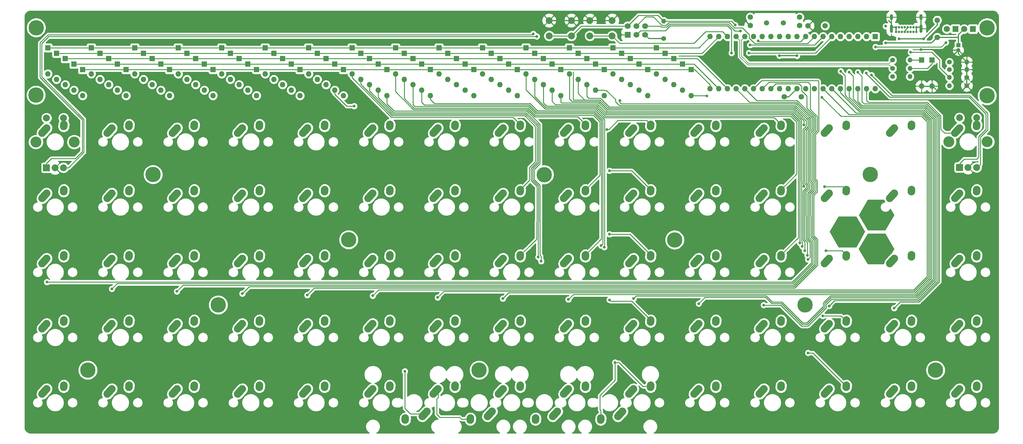
<source format=gbr>
G04 #@! TF.GenerationSoftware,KiCad,Pcbnew,5.1.6*
G04 #@! TF.CreationDate,2020-06-17T15:22:12+02:00*
G04 #@! TF.ProjectId,punk75,70756e6b-3735-42e6-9b69-6361645f7063,rev?*
G04 #@! TF.SameCoordinates,Original*
G04 #@! TF.FileFunction,Copper,L2,Bot*
G04 #@! TF.FilePolarity,Positive*
%FSLAX46Y46*%
G04 Gerber Fmt 4.6, Leading zero omitted, Abs format (unit mm)*
G04 Created by KiCad (PCBNEW 5.1.6) date 2020-06-17 15:22:12*
%MOMM*%
%LPD*%
G01*
G04 APERTURE LIST*
G04 #@! TA.AperFunction,ComponentPad*
%ADD10C,1.500000*%
G04 #@! TD*
G04 #@! TA.AperFunction,ComponentPad*
%ADD11R,1.700000X1.700000*%
G04 #@! TD*
G04 #@! TA.AperFunction,ComponentPad*
%ADD12C,1.700000*%
G04 #@! TD*
G04 #@! TA.AperFunction,ComponentPad*
%ADD13C,4.500000*%
G04 #@! TD*
G04 #@! TA.AperFunction,ComponentPad*
%ADD14O,0.900000X1.700000*%
G04 #@! TD*
G04 #@! TA.AperFunction,ComponentPad*
%ADD15O,0.900000X2.400000*%
G04 #@! TD*
G04 #@! TA.AperFunction,ComponentPad*
%ADD16C,0.700000*%
G04 #@! TD*
G04 #@! TA.AperFunction,ComponentPad*
%ADD17R,2.000000X2.000000*%
G04 #@! TD*
G04 #@! TA.AperFunction,ComponentPad*
%ADD18C,2.000000*%
G04 #@! TD*
G04 #@! TA.AperFunction,ComponentPad*
%ADD19C,3.200000*%
G04 #@! TD*
G04 #@! TA.AperFunction,ComponentPad*
%ADD20O,1.400000X1.400000*%
G04 #@! TD*
G04 #@! TA.AperFunction,ComponentPad*
%ADD21C,1.400000*%
G04 #@! TD*
G04 #@! TA.AperFunction,ComponentPad*
%ADD22C,1.800000*%
G04 #@! TD*
G04 #@! TA.AperFunction,ComponentPad*
%ADD23R,1.800000X1.800000*%
G04 #@! TD*
G04 #@! TA.AperFunction,ComponentPad*
%ADD24O,1.600000X1.600000*%
G04 #@! TD*
G04 #@! TA.AperFunction,ComponentPad*
%ADD25R,1.600000X1.600000*%
G04 #@! TD*
G04 #@! TA.AperFunction,ComponentPad*
%ADD26C,1.600000*%
G04 #@! TD*
G04 #@! TA.AperFunction,ComponentPad*
%ADD27C,1.200000*%
G04 #@! TD*
G04 #@! TA.AperFunction,ComponentPad*
%ADD28R,1.200000X1.200000*%
G04 #@! TD*
G04 #@! TA.AperFunction,ViaPad*
%ADD29C,0.800000*%
G04 #@! TD*
G04 #@! TA.AperFunction,Conductor*
%ADD30C,0.380000*%
G04 #@! TD*
G04 #@! TA.AperFunction,Conductor*
%ADD31C,0.250000*%
G04 #@! TD*
G04 #@! TA.AperFunction,Conductor*
%ADD32C,0.200000*%
G04 #@! TD*
G04 #@! TA.AperFunction,NonConductor*
%ADD33C,0.254000*%
G04 #@! TD*
G04 #@! TA.AperFunction,Conductor*
%ADD34C,0.254000*%
G04 #@! TD*
G04 APERTURE END LIST*
G04 #@! TA.AperFunction,ComponentPad*
G36*
G01*
X300871247Y-198234740D02*
X300871247Y-198234741D01*
G75*
G02*
X299827463Y-197034005I78476J1122260D01*
G01*
X299868017Y-196454043D01*
G75*
G02*
X301068753Y-195410259I1122260J-78476D01*
G01*
X301068753Y-195410259D01*
G75*
G02*
X302112537Y-196610995I-78476J-1122260D01*
G01*
X302071983Y-197190957D01*
G75*
G02*
X300871247Y-198234741I-1122260J78476D01*
G01*
G37*
G04 #@! TD.AperFunction*
G04 #@! TA.AperFunction,ComponentPad*
G36*
G01*
X293881480Y-199896820D02*
X293881480Y-199896820D01*
G75*
G02*
X293798214Y-198308010I752772J836038D01*
G01*
X295109710Y-196851446D01*
G75*
G02*
X296698520Y-196768180I836038J-752772D01*
G01*
X296698520Y-196768180D01*
G75*
G02*
X296781786Y-198356990I-752772J-836038D01*
G01*
X295470290Y-199813554D01*
G75*
G02*
X293881480Y-199896820I-836038J752772D01*
G01*
G37*
G04 #@! TD.AperFunction*
G04 #@! TA.AperFunction,ComponentPad*
G36*
G01*
X191253753Y-224040260D02*
X191253753Y-224040259D01*
G75*
G02*
X192297537Y-225240995I-78476J-1122260D01*
G01*
X192256983Y-225820957D01*
G75*
G02*
X191056247Y-226864741I-1122260J78476D01*
G01*
X191056247Y-226864741D01*
G75*
G02*
X190012463Y-225664005I78476J1122260D01*
G01*
X190053017Y-225084043D01*
G75*
G02*
X191253753Y-224040259I1122260J-78476D01*
G01*
G37*
G04 #@! TD.AperFunction*
G04 #@! TA.AperFunction,ComponentPad*
G36*
G01*
X198243520Y-222378180D02*
X198243520Y-222378180D01*
G75*
G02*
X198326786Y-223966990I-752772J-836038D01*
G01*
X197015290Y-225423554D01*
G75*
G02*
X195426480Y-225506820I-836038J752772D01*
G01*
X195426480Y-225506820D01*
G75*
G02*
X195343214Y-223918010I752772J836038D01*
G01*
X196654710Y-222461446D01*
G75*
G02*
X198243520Y-222378180I836038J-752772D01*
G01*
G37*
G04 #@! TD.AperFunction*
G04 #@! TA.AperFunction,ComponentPad*
G36*
G01*
X210303753Y-224040260D02*
X210303753Y-224040259D01*
G75*
G02*
X211347537Y-225240995I-78476J-1122260D01*
G01*
X211306983Y-225820957D01*
G75*
G02*
X210106247Y-226864741I-1122260J78476D01*
G01*
X210106247Y-226864741D01*
G75*
G02*
X209062463Y-225664005I78476J1122260D01*
G01*
X209103017Y-225084043D01*
G75*
G02*
X210303753Y-224040259I1122260J-78476D01*
G01*
G37*
G04 #@! TD.AperFunction*
G04 #@! TA.AperFunction,ComponentPad*
G36*
G01*
X217293520Y-222378180D02*
X217293520Y-222378180D01*
G75*
G02*
X217376786Y-223966990I-752772J-836038D01*
G01*
X216065290Y-225423554D01*
G75*
G02*
X214476480Y-225506820I-836038J752772D01*
G01*
X214476480Y-225506820D01*
G75*
G02*
X214393214Y-223918010I752772J836038D01*
G01*
X215704710Y-222461446D01*
G75*
G02*
X217293520Y-222378180I836038J-752772D01*
G01*
G37*
G04 #@! TD.AperFunction*
G04 #@! TA.AperFunction,ComponentPad*
G36*
G01*
X229353753Y-224040260D02*
X229353753Y-224040259D01*
G75*
G02*
X230397537Y-225240995I-78476J-1122260D01*
G01*
X230356983Y-225820957D01*
G75*
G02*
X229156247Y-226864741I-1122260J78476D01*
G01*
X229156247Y-226864741D01*
G75*
G02*
X228112463Y-225664005I78476J1122260D01*
G01*
X228153017Y-225084043D01*
G75*
G02*
X229353753Y-224040259I1122260J-78476D01*
G01*
G37*
G04 #@! TD.AperFunction*
G04 #@! TA.AperFunction,ComponentPad*
G36*
G01*
X236343520Y-222378180D02*
X236343520Y-222378180D01*
G75*
G02*
X236426786Y-223966990I-752772J-836038D01*
G01*
X235115290Y-225423554D01*
G75*
G02*
X233526480Y-225506820I-836038J752772D01*
G01*
X233526480Y-225506820D01*
G75*
G02*
X233443214Y-223918010I752772J836038D01*
G01*
X234754710Y-222461446D01*
G75*
G02*
X236343520Y-222378180I836038J-752772D01*
G01*
G37*
G04 #@! TD.AperFunction*
D10*
X301615500Y-109759750D03*
X296735500Y-109759750D03*
G04 #@! TA.AperFunction,ComponentPad*
G36*
G01*
X248403753Y-224040260D02*
X248403753Y-224040259D01*
G75*
G02*
X249447537Y-225240995I-78476J-1122260D01*
G01*
X249406983Y-225820957D01*
G75*
G02*
X248206247Y-226864741I-1122260J78476D01*
G01*
X248206247Y-226864741D01*
G75*
G02*
X247162463Y-225664005I78476J1122260D01*
G01*
X247203017Y-225084043D01*
G75*
G02*
X248403753Y-224040259I1122260J-78476D01*
G01*
G37*
G04 #@! TD.AperFunction*
G04 #@! TA.AperFunction,ComponentPad*
G36*
G01*
X255393520Y-222378180D02*
X255393520Y-222378180D01*
G75*
G02*
X255476786Y-223966990I-752772J-836038D01*
G01*
X254165290Y-225423554D01*
G75*
G02*
X252576480Y-225506820I-836038J752772D01*
G01*
X252576480Y-225506820D01*
G75*
G02*
X252493214Y-223918010I752772J836038D01*
G01*
X253804710Y-222461446D01*
G75*
G02*
X255393520Y-222378180I836038J-752772D01*
G01*
G37*
G04 #@! TD.AperFunction*
G04 #@! TA.AperFunction,ComponentPad*
G36*
G01*
X243721247Y-217284740D02*
X243721247Y-217284741D01*
G75*
G02*
X242677463Y-216084005I78476J1122260D01*
G01*
X242718017Y-215504043D01*
G75*
G02*
X243918753Y-214460259I1122260J-78476D01*
G01*
X243918753Y-214460259D01*
G75*
G02*
X244962537Y-215660995I-78476J-1122260D01*
G01*
X244921983Y-216240957D01*
G75*
G02*
X243721247Y-217284741I-1122260J78476D01*
G01*
G37*
G04 #@! TD.AperFunction*
G04 #@! TA.AperFunction,ComponentPad*
G36*
G01*
X236731480Y-218946820D02*
X236731480Y-218946820D01*
G75*
G02*
X236648214Y-217358010I752772J836038D01*
G01*
X237959710Y-215901446D01*
G75*
G02*
X239548520Y-215818180I836038J-752772D01*
G01*
X239548520Y-215818180D01*
G75*
G02*
X239631786Y-217406990I-752772J-836038D01*
G01*
X238320290Y-218863554D01*
G75*
G02*
X236731480Y-218946820I-836038J752772D01*
G01*
G37*
G04 #@! TD.AperFunction*
G04 #@! TA.AperFunction,ComponentPad*
G36*
G01*
X338971247Y-179184740D02*
X338971247Y-179184741D01*
G75*
G02*
X337927463Y-177984005I78476J1122260D01*
G01*
X337968017Y-177404043D01*
G75*
G02*
X339168753Y-176360259I1122260J-78476D01*
G01*
X339168753Y-176360259D01*
G75*
G02*
X340212537Y-177560995I-78476J-1122260D01*
G01*
X340171983Y-178140957D01*
G75*
G02*
X338971247Y-179184741I-1122260J78476D01*
G01*
G37*
G04 #@! TD.AperFunction*
G04 #@! TA.AperFunction,ComponentPad*
G36*
G01*
X331981480Y-180846820D02*
X331981480Y-180846820D01*
G75*
G02*
X331898214Y-179258010I752772J836038D01*
G01*
X333209710Y-177801446D01*
G75*
G02*
X334798520Y-177718180I836038J-752772D01*
G01*
X334798520Y-177718180D01*
G75*
G02*
X334881786Y-179306990I-752772J-836038D01*
G01*
X333570290Y-180763554D01*
G75*
G02*
X331981480Y-180846820I-836038J752772D01*
G01*
G37*
G04 #@! TD.AperFunction*
G04 #@! TA.AperFunction,ComponentPad*
G36*
G01*
X358021247Y-217284740D02*
X358021247Y-217284741D01*
G75*
G02*
X356977463Y-216084005I78476J1122260D01*
G01*
X357018017Y-215504043D01*
G75*
G02*
X358218753Y-214460259I1122260J-78476D01*
G01*
X358218753Y-214460259D01*
G75*
G02*
X359262537Y-215660995I-78476J-1122260D01*
G01*
X359221983Y-216240957D01*
G75*
G02*
X358021247Y-217284741I-1122260J78476D01*
G01*
G37*
G04 #@! TD.AperFunction*
G04 #@! TA.AperFunction,ComponentPad*
G36*
G01*
X351031480Y-218946820D02*
X351031480Y-218946820D01*
G75*
G02*
X350948214Y-217358010I752772J836038D01*
G01*
X352259710Y-215901446D01*
G75*
G02*
X353848520Y-215818180I836038J-752772D01*
G01*
X353848520Y-215818180D01*
G75*
G02*
X353931786Y-217406990I-752772J-836038D01*
G01*
X352620290Y-218863554D01*
G75*
G02*
X351031480Y-218946820I-836038J752772D01*
G01*
G37*
G04 #@! TD.AperFunction*
G04 #@! TA.AperFunction,ComponentPad*
G36*
G01*
X358021247Y-198234740D02*
X358021247Y-198234741D01*
G75*
G02*
X356977463Y-197034005I78476J1122260D01*
G01*
X357018017Y-196454043D01*
G75*
G02*
X358218753Y-195410259I1122260J-78476D01*
G01*
X358218753Y-195410259D01*
G75*
G02*
X359262537Y-196610995I-78476J-1122260D01*
G01*
X359221983Y-197190957D01*
G75*
G02*
X358021247Y-198234741I-1122260J78476D01*
G01*
G37*
G04 #@! TD.AperFunction*
G04 #@! TA.AperFunction,ComponentPad*
G36*
G01*
X351031480Y-199896820D02*
X351031480Y-199896820D01*
G75*
G02*
X350948214Y-198308010I752772J836038D01*
G01*
X352259710Y-196851446D01*
G75*
G02*
X353848520Y-196768180I836038J-752772D01*
G01*
X353848520Y-196768180D01*
G75*
G02*
X353931786Y-198356990I-752772J-836038D01*
G01*
X352620290Y-199813554D01*
G75*
G02*
X351031480Y-199896820I-836038J752772D01*
G01*
G37*
G04 #@! TD.AperFunction*
G04 #@! TA.AperFunction,ComponentPad*
G36*
G01*
X358021247Y-179184740D02*
X358021247Y-179184741D01*
G75*
G02*
X356977463Y-177984005I78476J1122260D01*
G01*
X357018017Y-177404043D01*
G75*
G02*
X358218753Y-176360259I1122260J-78476D01*
G01*
X358218753Y-176360259D01*
G75*
G02*
X359262537Y-177560995I-78476J-1122260D01*
G01*
X359221983Y-178140957D01*
G75*
G02*
X358021247Y-179184741I-1122260J78476D01*
G01*
G37*
G04 #@! TD.AperFunction*
G04 #@! TA.AperFunction,ComponentPad*
G36*
G01*
X351031480Y-180846820D02*
X351031480Y-180846820D01*
G75*
G02*
X350948214Y-179258010I752772J836038D01*
G01*
X352259710Y-177801446D01*
G75*
G02*
X353848520Y-177718180I836038J-752772D01*
G01*
X353848520Y-177718180D01*
G75*
G02*
X353931786Y-179306990I-752772J-836038D01*
G01*
X352620290Y-180763554D01*
G75*
G02*
X351031480Y-180846820I-836038J752772D01*
G01*
G37*
G04 #@! TD.AperFunction*
G04 #@! TA.AperFunction,ComponentPad*
G36*
G01*
X358021247Y-160134740D02*
X358021247Y-160134741D01*
G75*
G02*
X356977463Y-158934005I78476J1122260D01*
G01*
X357018017Y-158354043D01*
G75*
G02*
X358218753Y-157310259I1122260J-78476D01*
G01*
X358218753Y-157310259D01*
G75*
G02*
X359262537Y-158510995I-78476J-1122260D01*
G01*
X359221983Y-159090957D01*
G75*
G02*
X358021247Y-160134741I-1122260J78476D01*
G01*
G37*
G04 #@! TD.AperFunction*
G04 #@! TA.AperFunction,ComponentPad*
G36*
G01*
X351031480Y-161796820D02*
X351031480Y-161796820D01*
G75*
G02*
X350948214Y-160208010I752772J836038D01*
G01*
X352259710Y-158751446D01*
G75*
G02*
X353848520Y-158668180I836038J-752772D01*
G01*
X353848520Y-158668180D01*
G75*
G02*
X353931786Y-160256990I-752772J-836038D01*
G01*
X352620290Y-161713554D01*
G75*
G02*
X351031480Y-161796820I-836038J752772D01*
G01*
G37*
G04 #@! TD.AperFunction*
G04 #@! TA.AperFunction,ComponentPad*
G36*
G01*
X358021247Y-141084740D02*
X358021247Y-141084741D01*
G75*
G02*
X356977463Y-139884005I78476J1122260D01*
G01*
X357018017Y-139304043D01*
G75*
G02*
X358218753Y-138260259I1122260J-78476D01*
G01*
X358218753Y-138260259D01*
G75*
G02*
X359262537Y-139460995I-78476J-1122260D01*
G01*
X359221983Y-140040957D01*
G75*
G02*
X358021247Y-141084741I-1122260J78476D01*
G01*
G37*
G04 #@! TD.AperFunction*
G04 #@! TA.AperFunction,ComponentPad*
G36*
G01*
X351031480Y-142746820D02*
X351031480Y-142746820D01*
G75*
G02*
X350948214Y-141158010I752772J836038D01*
G01*
X352259710Y-139701446D01*
G75*
G02*
X353848520Y-139618180I836038J-752772D01*
G01*
X353848520Y-139618180D01*
G75*
G02*
X353931786Y-141206990I-752772J-836038D01*
G01*
X352620290Y-142663554D01*
G75*
G02*
X351031480Y-142746820I-836038J752772D01*
G01*
G37*
G04 #@! TD.AperFunction*
G04 #@! TA.AperFunction,ComponentPad*
G36*
G01*
X338971247Y-217284740D02*
X338971247Y-217284741D01*
G75*
G02*
X337927463Y-216084005I78476J1122260D01*
G01*
X337968017Y-215504043D01*
G75*
G02*
X339168753Y-214460259I1122260J-78476D01*
G01*
X339168753Y-214460259D01*
G75*
G02*
X340212537Y-215660995I-78476J-1122260D01*
G01*
X340171983Y-216240957D01*
G75*
G02*
X338971247Y-217284741I-1122260J78476D01*
G01*
G37*
G04 #@! TD.AperFunction*
G04 #@! TA.AperFunction,ComponentPad*
G36*
G01*
X331981480Y-218946820D02*
X331981480Y-218946820D01*
G75*
G02*
X331898214Y-217358010I752772J836038D01*
G01*
X333209710Y-215901446D01*
G75*
G02*
X334798520Y-215818180I836038J-752772D01*
G01*
X334798520Y-215818180D01*
G75*
G02*
X334881786Y-217406990I-752772J-836038D01*
G01*
X333570290Y-218863554D01*
G75*
G02*
X331981480Y-218946820I-836038J752772D01*
G01*
G37*
G04 #@! TD.AperFunction*
G04 #@! TA.AperFunction,ComponentPad*
G36*
G01*
X338971247Y-198234740D02*
X338971247Y-198234741D01*
G75*
G02*
X337927463Y-197034005I78476J1122260D01*
G01*
X337968017Y-196454043D01*
G75*
G02*
X339168753Y-195410259I1122260J-78476D01*
G01*
X339168753Y-195410259D01*
G75*
G02*
X340212537Y-196610995I-78476J-1122260D01*
G01*
X340171983Y-197190957D01*
G75*
G02*
X338971247Y-198234741I-1122260J78476D01*
G01*
G37*
G04 #@! TD.AperFunction*
G04 #@! TA.AperFunction,ComponentPad*
G36*
G01*
X331981480Y-199896820D02*
X331981480Y-199896820D01*
G75*
G02*
X331898214Y-198308010I752772J836038D01*
G01*
X333209710Y-196851446D01*
G75*
G02*
X334798520Y-196768180I836038J-752772D01*
G01*
X334798520Y-196768180D01*
G75*
G02*
X334881786Y-198356990I-752772J-836038D01*
G01*
X333570290Y-199813554D01*
G75*
G02*
X331981480Y-199896820I-836038J752772D01*
G01*
G37*
G04 #@! TD.AperFunction*
G04 #@! TA.AperFunction,ComponentPad*
G36*
G01*
X338971247Y-160134740D02*
X338971247Y-160134741D01*
G75*
G02*
X337927463Y-158934005I78476J1122260D01*
G01*
X337968017Y-158354043D01*
G75*
G02*
X339168753Y-157310259I1122260J-78476D01*
G01*
X339168753Y-157310259D01*
G75*
G02*
X340212537Y-158510995I-78476J-1122260D01*
G01*
X340171983Y-159090957D01*
G75*
G02*
X338971247Y-160134741I-1122260J78476D01*
G01*
G37*
G04 #@! TD.AperFunction*
G04 #@! TA.AperFunction,ComponentPad*
G36*
G01*
X331981480Y-161796820D02*
X331981480Y-161796820D01*
G75*
G02*
X331898214Y-160208010I752772J836038D01*
G01*
X333209710Y-158751446D01*
G75*
G02*
X334798520Y-158668180I836038J-752772D01*
G01*
X334798520Y-158668180D01*
G75*
G02*
X334881786Y-160256990I-752772J-836038D01*
G01*
X333570290Y-161713554D01*
G75*
G02*
X331981480Y-161796820I-836038J752772D01*
G01*
G37*
G04 #@! TD.AperFunction*
G04 #@! TA.AperFunction,ComponentPad*
G36*
G01*
X338971247Y-141084740D02*
X338971247Y-141084741D01*
G75*
G02*
X337927463Y-139884005I78476J1122260D01*
G01*
X337968017Y-139304043D01*
G75*
G02*
X339168753Y-138260259I1122260J-78476D01*
G01*
X339168753Y-138260259D01*
G75*
G02*
X340212537Y-139460995I-78476J-1122260D01*
G01*
X340171983Y-140040957D01*
G75*
G02*
X338971247Y-141084741I-1122260J78476D01*
G01*
G37*
G04 #@! TD.AperFunction*
G04 #@! TA.AperFunction,ComponentPad*
G36*
G01*
X331981480Y-142746820D02*
X331981480Y-142746820D01*
G75*
G02*
X331898214Y-141158010I752772J836038D01*
G01*
X333209710Y-139701446D01*
G75*
G02*
X334798520Y-139618180I836038J-752772D01*
G01*
X334798520Y-139618180D01*
G75*
G02*
X334881786Y-141206990I-752772J-836038D01*
G01*
X333570290Y-142663554D01*
G75*
G02*
X331981480Y-142746820I-836038J752772D01*
G01*
G37*
G04 #@! TD.AperFunction*
G04 #@! TA.AperFunction,ComponentPad*
G36*
G01*
X319921247Y-217284740D02*
X319921247Y-217284741D01*
G75*
G02*
X318877463Y-216084005I78476J1122260D01*
G01*
X318918017Y-215504043D01*
G75*
G02*
X320118753Y-214460259I1122260J-78476D01*
G01*
X320118753Y-214460259D01*
G75*
G02*
X321162537Y-215660995I-78476J-1122260D01*
G01*
X321121983Y-216240957D01*
G75*
G02*
X319921247Y-217284741I-1122260J78476D01*
G01*
G37*
G04 #@! TD.AperFunction*
G04 #@! TA.AperFunction,ComponentPad*
G36*
G01*
X312931480Y-218946820D02*
X312931480Y-218946820D01*
G75*
G02*
X312848214Y-217358010I752772J836038D01*
G01*
X314159710Y-215901446D01*
G75*
G02*
X315748520Y-215818180I836038J-752772D01*
G01*
X315748520Y-215818180D01*
G75*
G02*
X315831786Y-217406990I-752772J-836038D01*
G01*
X314520290Y-218863554D01*
G75*
G02*
X312931480Y-218946820I-836038J752772D01*
G01*
G37*
G04 #@! TD.AperFunction*
G04 #@! TA.AperFunction,ComponentPad*
G36*
G01*
X319921247Y-198234740D02*
X319921247Y-198234741D01*
G75*
G02*
X318877463Y-197034005I78476J1122260D01*
G01*
X318918017Y-196454043D01*
G75*
G02*
X320118753Y-195410259I1122260J-78476D01*
G01*
X320118753Y-195410259D01*
G75*
G02*
X321162537Y-196610995I-78476J-1122260D01*
G01*
X321121983Y-197190957D01*
G75*
G02*
X319921247Y-198234741I-1122260J78476D01*
G01*
G37*
G04 #@! TD.AperFunction*
G04 #@! TA.AperFunction,ComponentPad*
G36*
G01*
X312931480Y-199896820D02*
X312931480Y-199896820D01*
G75*
G02*
X312848214Y-198308010I752772J836038D01*
G01*
X314159710Y-196851446D01*
G75*
G02*
X315748520Y-196768180I836038J-752772D01*
G01*
X315748520Y-196768180D01*
G75*
G02*
X315831786Y-198356990I-752772J-836038D01*
G01*
X314520290Y-199813554D01*
G75*
G02*
X312931480Y-199896820I-836038J752772D01*
G01*
G37*
G04 #@! TD.AperFunction*
G04 #@! TA.AperFunction,ComponentPad*
G36*
G01*
X319921247Y-179184740D02*
X319921247Y-179184741D01*
G75*
G02*
X318877463Y-177984005I78476J1122260D01*
G01*
X318918017Y-177404043D01*
G75*
G02*
X320118753Y-176360259I1122260J-78476D01*
G01*
X320118753Y-176360259D01*
G75*
G02*
X321162537Y-177560995I-78476J-1122260D01*
G01*
X321121983Y-178140957D01*
G75*
G02*
X319921247Y-179184741I-1122260J78476D01*
G01*
G37*
G04 #@! TD.AperFunction*
G04 #@! TA.AperFunction,ComponentPad*
G36*
G01*
X312931480Y-180846820D02*
X312931480Y-180846820D01*
G75*
G02*
X312848214Y-179258010I752772J836038D01*
G01*
X314159710Y-177801446D01*
G75*
G02*
X315748520Y-177718180I836038J-752772D01*
G01*
X315748520Y-177718180D01*
G75*
G02*
X315831786Y-179306990I-752772J-836038D01*
G01*
X314520290Y-180763554D01*
G75*
G02*
X312931480Y-180846820I-836038J752772D01*
G01*
G37*
G04 #@! TD.AperFunction*
G04 #@! TA.AperFunction,ComponentPad*
G36*
G01*
X319921247Y-160134740D02*
X319921247Y-160134741D01*
G75*
G02*
X318877463Y-158934005I78476J1122260D01*
G01*
X318918017Y-158354043D01*
G75*
G02*
X320118753Y-157310259I1122260J-78476D01*
G01*
X320118753Y-157310259D01*
G75*
G02*
X321162537Y-158510995I-78476J-1122260D01*
G01*
X321121983Y-159090957D01*
G75*
G02*
X319921247Y-160134741I-1122260J78476D01*
G01*
G37*
G04 #@! TD.AperFunction*
G04 #@! TA.AperFunction,ComponentPad*
G36*
G01*
X312931480Y-161796820D02*
X312931480Y-161796820D01*
G75*
G02*
X312848214Y-160208010I752772J836038D01*
G01*
X314159710Y-158751446D01*
G75*
G02*
X315748520Y-158668180I836038J-752772D01*
G01*
X315748520Y-158668180D01*
G75*
G02*
X315831786Y-160256990I-752772J-836038D01*
G01*
X314520290Y-161713554D01*
G75*
G02*
X312931480Y-161796820I-836038J752772D01*
G01*
G37*
G04 #@! TD.AperFunction*
G04 #@! TA.AperFunction,ComponentPad*
G36*
G01*
X319921247Y-141084740D02*
X319921247Y-141084741D01*
G75*
G02*
X318877463Y-139884005I78476J1122260D01*
G01*
X318918017Y-139304043D01*
G75*
G02*
X320118753Y-138260259I1122260J-78476D01*
G01*
X320118753Y-138260259D01*
G75*
G02*
X321162537Y-139460995I-78476J-1122260D01*
G01*
X321121983Y-140040957D01*
G75*
G02*
X319921247Y-141084741I-1122260J78476D01*
G01*
G37*
G04 #@! TD.AperFunction*
G04 #@! TA.AperFunction,ComponentPad*
G36*
G01*
X312931480Y-142746820D02*
X312931480Y-142746820D01*
G75*
G02*
X312848214Y-141158010I752772J836038D01*
G01*
X314159710Y-139701446D01*
G75*
G02*
X315748520Y-139618180I836038J-752772D01*
G01*
X315748520Y-139618180D01*
G75*
G02*
X315831786Y-141206990I-752772J-836038D01*
G01*
X314520290Y-142663554D01*
G75*
G02*
X312931480Y-142746820I-836038J752772D01*
G01*
G37*
G04 #@! TD.AperFunction*
G04 #@! TA.AperFunction,ComponentPad*
G36*
G01*
X300871247Y-217284740D02*
X300871247Y-217284741D01*
G75*
G02*
X299827463Y-216084005I78476J1122260D01*
G01*
X299868017Y-215504043D01*
G75*
G02*
X301068753Y-214460259I1122260J-78476D01*
G01*
X301068753Y-214460259D01*
G75*
G02*
X302112537Y-215660995I-78476J-1122260D01*
G01*
X302071983Y-216240957D01*
G75*
G02*
X300871247Y-217284741I-1122260J78476D01*
G01*
G37*
G04 #@! TD.AperFunction*
G04 #@! TA.AperFunction,ComponentPad*
G36*
G01*
X293881480Y-218946820D02*
X293881480Y-218946820D01*
G75*
G02*
X293798214Y-217358010I752772J836038D01*
G01*
X295109710Y-215901446D01*
G75*
G02*
X296698520Y-215818180I836038J-752772D01*
G01*
X296698520Y-215818180D01*
G75*
G02*
X296781786Y-217406990I-752772J-836038D01*
G01*
X295470290Y-218863554D01*
G75*
G02*
X293881480Y-218946820I-836038J752772D01*
G01*
G37*
G04 #@! TD.AperFunction*
G04 #@! TA.AperFunction,ComponentPad*
G36*
G01*
X300871247Y-179184740D02*
X300871247Y-179184741D01*
G75*
G02*
X299827463Y-177984005I78476J1122260D01*
G01*
X299868017Y-177404043D01*
G75*
G02*
X301068753Y-176360259I1122260J-78476D01*
G01*
X301068753Y-176360259D01*
G75*
G02*
X302112537Y-177560995I-78476J-1122260D01*
G01*
X302071983Y-178140957D01*
G75*
G02*
X300871247Y-179184741I-1122260J78476D01*
G01*
G37*
G04 #@! TD.AperFunction*
G04 #@! TA.AperFunction,ComponentPad*
G36*
G01*
X293881480Y-180846820D02*
X293881480Y-180846820D01*
G75*
G02*
X293798214Y-179258010I752772J836038D01*
G01*
X295109710Y-177801446D01*
G75*
G02*
X296698520Y-177718180I836038J-752772D01*
G01*
X296698520Y-177718180D01*
G75*
G02*
X296781786Y-179306990I-752772J-836038D01*
G01*
X295470290Y-180763554D01*
G75*
G02*
X293881480Y-180846820I-836038J752772D01*
G01*
G37*
G04 #@! TD.AperFunction*
G04 #@! TA.AperFunction,ComponentPad*
G36*
G01*
X300871247Y-160134740D02*
X300871247Y-160134741D01*
G75*
G02*
X299827463Y-158934005I78476J1122260D01*
G01*
X299868017Y-158354043D01*
G75*
G02*
X301068753Y-157310259I1122260J-78476D01*
G01*
X301068753Y-157310259D01*
G75*
G02*
X302112537Y-158510995I-78476J-1122260D01*
G01*
X302071983Y-159090957D01*
G75*
G02*
X300871247Y-160134741I-1122260J78476D01*
G01*
G37*
G04 #@! TD.AperFunction*
G04 #@! TA.AperFunction,ComponentPad*
G36*
G01*
X293881480Y-161796820D02*
X293881480Y-161796820D01*
G75*
G02*
X293798214Y-160208010I752772J836038D01*
G01*
X295109710Y-158751446D01*
G75*
G02*
X296698520Y-158668180I836038J-752772D01*
G01*
X296698520Y-158668180D01*
G75*
G02*
X296781786Y-160256990I-752772J-836038D01*
G01*
X295470290Y-161713554D01*
G75*
G02*
X293881480Y-161796820I-836038J752772D01*
G01*
G37*
G04 #@! TD.AperFunction*
G04 #@! TA.AperFunction,ComponentPad*
G36*
G01*
X300871247Y-141084740D02*
X300871247Y-141084741D01*
G75*
G02*
X299827463Y-139884005I78476J1122260D01*
G01*
X299868017Y-139304043D01*
G75*
G02*
X301068753Y-138260259I1122260J-78476D01*
G01*
X301068753Y-138260259D01*
G75*
G02*
X302112537Y-139460995I-78476J-1122260D01*
G01*
X302071983Y-140040957D01*
G75*
G02*
X300871247Y-141084741I-1122260J78476D01*
G01*
G37*
G04 #@! TD.AperFunction*
G04 #@! TA.AperFunction,ComponentPad*
G36*
G01*
X293881480Y-142746820D02*
X293881480Y-142746820D01*
G75*
G02*
X293798214Y-141158010I752772J836038D01*
G01*
X295109710Y-139701446D01*
G75*
G02*
X296698520Y-139618180I836038J-752772D01*
G01*
X296698520Y-139618180D01*
G75*
G02*
X296781786Y-141206990I-752772J-836038D01*
G01*
X295470290Y-142663554D01*
G75*
G02*
X293881480Y-142746820I-836038J752772D01*
G01*
G37*
G04 #@! TD.AperFunction*
G04 #@! TA.AperFunction,ComponentPad*
G36*
G01*
X281821247Y-217284740D02*
X281821247Y-217284741D01*
G75*
G02*
X280777463Y-216084005I78476J1122260D01*
G01*
X280818017Y-215504043D01*
G75*
G02*
X282018753Y-214460259I1122260J-78476D01*
G01*
X282018753Y-214460259D01*
G75*
G02*
X283062537Y-215660995I-78476J-1122260D01*
G01*
X283021983Y-216240957D01*
G75*
G02*
X281821247Y-217284741I-1122260J78476D01*
G01*
G37*
G04 #@! TD.AperFunction*
G04 #@! TA.AperFunction,ComponentPad*
G36*
G01*
X274831480Y-218946820D02*
X274831480Y-218946820D01*
G75*
G02*
X274748214Y-217358010I752772J836038D01*
G01*
X276059710Y-215901446D01*
G75*
G02*
X277648520Y-215818180I836038J-752772D01*
G01*
X277648520Y-215818180D01*
G75*
G02*
X277731786Y-217406990I-752772J-836038D01*
G01*
X276420290Y-218863554D01*
G75*
G02*
X274831480Y-218946820I-836038J752772D01*
G01*
G37*
G04 #@! TD.AperFunction*
G04 #@! TA.AperFunction,ComponentPad*
G36*
G01*
X281821247Y-198234740D02*
X281821247Y-198234741D01*
G75*
G02*
X280777463Y-197034005I78476J1122260D01*
G01*
X280818017Y-196454043D01*
G75*
G02*
X282018753Y-195410259I1122260J-78476D01*
G01*
X282018753Y-195410259D01*
G75*
G02*
X283062537Y-196610995I-78476J-1122260D01*
G01*
X283021983Y-197190957D01*
G75*
G02*
X281821247Y-198234741I-1122260J78476D01*
G01*
G37*
G04 #@! TD.AperFunction*
G04 #@! TA.AperFunction,ComponentPad*
G36*
G01*
X274831480Y-199896820D02*
X274831480Y-199896820D01*
G75*
G02*
X274748214Y-198308010I752772J836038D01*
G01*
X276059710Y-196851446D01*
G75*
G02*
X277648520Y-196768180I836038J-752772D01*
G01*
X277648520Y-196768180D01*
G75*
G02*
X277731786Y-198356990I-752772J-836038D01*
G01*
X276420290Y-199813554D01*
G75*
G02*
X274831480Y-199896820I-836038J752772D01*
G01*
G37*
G04 #@! TD.AperFunction*
G04 #@! TA.AperFunction,ComponentPad*
G36*
G01*
X281821247Y-179184740D02*
X281821247Y-179184741D01*
G75*
G02*
X280777463Y-177984005I78476J1122260D01*
G01*
X280818017Y-177404043D01*
G75*
G02*
X282018753Y-176360259I1122260J-78476D01*
G01*
X282018753Y-176360259D01*
G75*
G02*
X283062537Y-177560995I-78476J-1122260D01*
G01*
X283021983Y-178140957D01*
G75*
G02*
X281821247Y-179184741I-1122260J78476D01*
G01*
G37*
G04 #@! TD.AperFunction*
G04 #@! TA.AperFunction,ComponentPad*
G36*
G01*
X274831480Y-180846820D02*
X274831480Y-180846820D01*
G75*
G02*
X274748214Y-179258010I752772J836038D01*
G01*
X276059710Y-177801446D01*
G75*
G02*
X277648520Y-177718180I836038J-752772D01*
G01*
X277648520Y-177718180D01*
G75*
G02*
X277731786Y-179306990I-752772J-836038D01*
G01*
X276420290Y-180763554D01*
G75*
G02*
X274831480Y-180846820I-836038J752772D01*
G01*
G37*
G04 #@! TD.AperFunction*
G04 #@! TA.AperFunction,ComponentPad*
G36*
G01*
X281821247Y-160134740D02*
X281821247Y-160134741D01*
G75*
G02*
X280777463Y-158934005I78476J1122260D01*
G01*
X280818017Y-158354043D01*
G75*
G02*
X282018753Y-157310259I1122260J-78476D01*
G01*
X282018753Y-157310259D01*
G75*
G02*
X283062537Y-158510995I-78476J-1122260D01*
G01*
X283021983Y-159090957D01*
G75*
G02*
X281821247Y-160134741I-1122260J78476D01*
G01*
G37*
G04 #@! TD.AperFunction*
G04 #@! TA.AperFunction,ComponentPad*
G36*
G01*
X274831480Y-161796820D02*
X274831480Y-161796820D01*
G75*
G02*
X274748214Y-160208010I752772J836038D01*
G01*
X276059710Y-158751446D01*
G75*
G02*
X277648520Y-158668180I836038J-752772D01*
G01*
X277648520Y-158668180D01*
G75*
G02*
X277731786Y-160256990I-752772J-836038D01*
G01*
X276420290Y-161713554D01*
G75*
G02*
X274831480Y-161796820I-836038J752772D01*
G01*
G37*
G04 #@! TD.AperFunction*
G04 #@! TA.AperFunction,ComponentPad*
G36*
G01*
X281821247Y-141084740D02*
X281821247Y-141084741D01*
G75*
G02*
X280777463Y-139884005I78476J1122260D01*
G01*
X280818017Y-139304043D01*
G75*
G02*
X282018753Y-138260259I1122260J-78476D01*
G01*
X282018753Y-138260259D01*
G75*
G02*
X283062537Y-139460995I-78476J-1122260D01*
G01*
X283021983Y-140040957D01*
G75*
G02*
X281821247Y-141084741I-1122260J78476D01*
G01*
G37*
G04 #@! TD.AperFunction*
G04 #@! TA.AperFunction,ComponentPad*
G36*
G01*
X274831480Y-142746820D02*
X274831480Y-142746820D01*
G75*
G02*
X274748214Y-141158010I752772J836038D01*
G01*
X276059710Y-139701446D01*
G75*
G02*
X277648520Y-139618180I836038J-752772D01*
G01*
X277648520Y-139618180D01*
G75*
G02*
X277731786Y-141206990I-752772J-836038D01*
G01*
X276420290Y-142663554D01*
G75*
G02*
X274831480Y-142746820I-836038J752772D01*
G01*
G37*
G04 #@! TD.AperFunction*
G04 #@! TA.AperFunction,ComponentPad*
G36*
G01*
X262771247Y-217284740D02*
X262771247Y-217284741D01*
G75*
G02*
X261727463Y-216084005I78476J1122260D01*
G01*
X261768017Y-215504043D01*
G75*
G02*
X262968753Y-214460259I1122260J-78476D01*
G01*
X262968753Y-214460259D01*
G75*
G02*
X264012537Y-215660995I-78476J-1122260D01*
G01*
X263971983Y-216240957D01*
G75*
G02*
X262771247Y-217284741I-1122260J78476D01*
G01*
G37*
G04 #@! TD.AperFunction*
G04 #@! TA.AperFunction,ComponentPad*
G36*
G01*
X255781480Y-218946820D02*
X255781480Y-218946820D01*
G75*
G02*
X255698214Y-217358010I752772J836038D01*
G01*
X257009710Y-215901446D01*
G75*
G02*
X258598520Y-215818180I836038J-752772D01*
G01*
X258598520Y-215818180D01*
G75*
G02*
X258681786Y-217406990I-752772J-836038D01*
G01*
X257370290Y-218863554D01*
G75*
G02*
X255781480Y-218946820I-836038J752772D01*
G01*
G37*
G04 #@! TD.AperFunction*
G04 #@! TA.AperFunction,ComponentPad*
G36*
G01*
X262771247Y-198234740D02*
X262771247Y-198234741D01*
G75*
G02*
X261727463Y-197034005I78476J1122260D01*
G01*
X261768017Y-196454043D01*
G75*
G02*
X262968753Y-195410259I1122260J-78476D01*
G01*
X262968753Y-195410259D01*
G75*
G02*
X264012537Y-196610995I-78476J-1122260D01*
G01*
X263971983Y-197190957D01*
G75*
G02*
X262771247Y-198234741I-1122260J78476D01*
G01*
G37*
G04 #@! TD.AperFunction*
G04 #@! TA.AperFunction,ComponentPad*
G36*
G01*
X255781480Y-199896820D02*
X255781480Y-199896820D01*
G75*
G02*
X255698214Y-198308010I752772J836038D01*
G01*
X257009710Y-196851446D01*
G75*
G02*
X258598520Y-196768180I836038J-752772D01*
G01*
X258598520Y-196768180D01*
G75*
G02*
X258681786Y-198356990I-752772J-836038D01*
G01*
X257370290Y-199813554D01*
G75*
G02*
X255781480Y-199896820I-836038J752772D01*
G01*
G37*
G04 #@! TD.AperFunction*
G04 #@! TA.AperFunction,ComponentPad*
G36*
G01*
X262771247Y-179184740D02*
X262771247Y-179184741D01*
G75*
G02*
X261727463Y-177984005I78476J1122260D01*
G01*
X261768017Y-177404043D01*
G75*
G02*
X262968753Y-176360259I1122260J-78476D01*
G01*
X262968753Y-176360259D01*
G75*
G02*
X264012537Y-177560995I-78476J-1122260D01*
G01*
X263971983Y-178140957D01*
G75*
G02*
X262771247Y-179184741I-1122260J78476D01*
G01*
G37*
G04 #@! TD.AperFunction*
G04 #@! TA.AperFunction,ComponentPad*
G36*
G01*
X255781480Y-180846820D02*
X255781480Y-180846820D01*
G75*
G02*
X255698214Y-179258010I752772J836038D01*
G01*
X257009710Y-177801446D01*
G75*
G02*
X258598520Y-177718180I836038J-752772D01*
G01*
X258598520Y-177718180D01*
G75*
G02*
X258681786Y-179306990I-752772J-836038D01*
G01*
X257370290Y-180763554D01*
G75*
G02*
X255781480Y-180846820I-836038J752772D01*
G01*
G37*
G04 #@! TD.AperFunction*
G04 #@! TA.AperFunction,ComponentPad*
G36*
G01*
X262771247Y-160134740D02*
X262771247Y-160134741D01*
G75*
G02*
X261727463Y-158934005I78476J1122260D01*
G01*
X261768017Y-158354043D01*
G75*
G02*
X262968753Y-157310259I1122260J-78476D01*
G01*
X262968753Y-157310259D01*
G75*
G02*
X264012537Y-158510995I-78476J-1122260D01*
G01*
X263971983Y-159090957D01*
G75*
G02*
X262771247Y-160134741I-1122260J78476D01*
G01*
G37*
G04 #@! TD.AperFunction*
G04 #@! TA.AperFunction,ComponentPad*
G36*
G01*
X255781480Y-161796820D02*
X255781480Y-161796820D01*
G75*
G02*
X255698214Y-160208010I752772J836038D01*
G01*
X257009710Y-158751446D01*
G75*
G02*
X258598520Y-158668180I836038J-752772D01*
G01*
X258598520Y-158668180D01*
G75*
G02*
X258681786Y-160256990I-752772J-836038D01*
G01*
X257370290Y-161713554D01*
G75*
G02*
X255781480Y-161796820I-836038J752772D01*
G01*
G37*
G04 #@! TD.AperFunction*
G04 #@! TA.AperFunction,ComponentPad*
G36*
G01*
X262771247Y-141084740D02*
X262771247Y-141084741D01*
G75*
G02*
X261727463Y-139884005I78476J1122260D01*
G01*
X261768017Y-139304043D01*
G75*
G02*
X262968753Y-138260259I1122260J-78476D01*
G01*
X262968753Y-138260259D01*
G75*
G02*
X264012537Y-139460995I-78476J-1122260D01*
G01*
X263971983Y-140040957D01*
G75*
G02*
X262771247Y-141084741I-1122260J78476D01*
G01*
G37*
G04 #@! TD.AperFunction*
G04 #@! TA.AperFunction,ComponentPad*
G36*
G01*
X255781480Y-142746820D02*
X255781480Y-142746820D01*
G75*
G02*
X255698214Y-141158010I752772J836038D01*
G01*
X257009710Y-139701446D01*
G75*
G02*
X258598520Y-139618180I836038J-752772D01*
G01*
X258598520Y-139618180D01*
G75*
G02*
X258681786Y-141206990I-752772J-836038D01*
G01*
X257370290Y-142663554D01*
G75*
G02*
X255781480Y-142746820I-836038J752772D01*
G01*
G37*
G04 #@! TD.AperFunction*
G04 #@! TA.AperFunction,ComponentPad*
G36*
G01*
X243721247Y-198234740D02*
X243721247Y-198234741D01*
G75*
G02*
X242677463Y-197034005I78476J1122260D01*
G01*
X242718017Y-196454043D01*
G75*
G02*
X243918753Y-195410259I1122260J-78476D01*
G01*
X243918753Y-195410259D01*
G75*
G02*
X244962537Y-196610995I-78476J-1122260D01*
G01*
X244921983Y-197190957D01*
G75*
G02*
X243721247Y-198234741I-1122260J78476D01*
G01*
G37*
G04 #@! TD.AperFunction*
G04 #@! TA.AperFunction,ComponentPad*
G36*
G01*
X236731480Y-199896820D02*
X236731480Y-199896820D01*
G75*
G02*
X236648214Y-198308010I752772J836038D01*
G01*
X237959710Y-196851446D01*
G75*
G02*
X239548520Y-196768180I836038J-752772D01*
G01*
X239548520Y-196768180D01*
G75*
G02*
X239631786Y-198356990I-752772J-836038D01*
G01*
X238320290Y-199813554D01*
G75*
G02*
X236731480Y-199896820I-836038J752772D01*
G01*
G37*
G04 #@! TD.AperFunction*
G04 #@! TA.AperFunction,ComponentPad*
G36*
G01*
X243721247Y-179184740D02*
X243721247Y-179184741D01*
G75*
G02*
X242677463Y-177984005I78476J1122260D01*
G01*
X242718017Y-177404043D01*
G75*
G02*
X243918753Y-176360259I1122260J-78476D01*
G01*
X243918753Y-176360259D01*
G75*
G02*
X244962537Y-177560995I-78476J-1122260D01*
G01*
X244921983Y-178140957D01*
G75*
G02*
X243721247Y-179184741I-1122260J78476D01*
G01*
G37*
G04 #@! TD.AperFunction*
G04 #@! TA.AperFunction,ComponentPad*
G36*
G01*
X236731480Y-180846820D02*
X236731480Y-180846820D01*
G75*
G02*
X236648214Y-179258010I752772J836038D01*
G01*
X237959710Y-177801446D01*
G75*
G02*
X239548520Y-177718180I836038J-752772D01*
G01*
X239548520Y-177718180D01*
G75*
G02*
X239631786Y-179306990I-752772J-836038D01*
G01*
X238320290Y-180763554D01*
G75*
G02*
X236731480Y-180846820I-836038J752772D01*
G01*
G37*
G04 #@! TD.AperFunction*
G04 #@! TA.AperFunction,ComponentPad*
G36*
G01*
X243721247Y-160134740D02*
X243721247Y-160134741D01*
G75*
G02*
X242677463Y-158934005I78476J1122260D01*
G01*
X242718017Y-158354043D01*
G75*
G02*
X243918753Y-157310259I1122260J-78476D01*
G01*
X243918753Y-157310259D01*
G75*
G02*
X244962537Y-158510995I-78476J-1122260D01*
G01*
X244921983Y-159090957D01*
G75*
G02*
X243721247Y-160134741I-1122260J78476D01*
G01*
G37*
G04 #@! TD.AperFunction*
G04 #@! TA.AperFunction,ComponentPad*
G36*
G01*
X236731480Y-161796820D02*
X236731480Y-161796820D01*
G75*
G02*
X236648214Y-160208010I752772J836038D01*
G01*
X237959710Y-158751446D01*
G75*
G02*
X239548520Y-158668180I836038J-752772D01*
G01*
X239548520Y-158668180D01*
G75*
G02*
X239631786Y-160256990I-752772J-836038D01*
G01*
X238320290Y-161713554D01*
G75*
G02*
X236731480Y-161796820I-836038J752772D01*
G01*
G37*
G04 #@! TD.AperFunction*
G04 #@! TA.AperFunction,ComponentPad*
G36*
G01*
X243721247Y-141084740D02*
X243721247Y-141084741D01*
G75*
G02*
X242677463Y-139884005I78476J1122260D01*
G01*
X242718017Y-139304043D01*
G75*
G02*
X243918753Y-138260259I1122260J-78476D01*
G01*
X243918753Y-138260259D01*
G75*
G02*
X244962537Y-139460995I-78476J-1122260D01*
G01*
X244921983Y-140040957D01*
G75*
G02*
X243721247Y-141084741I-1122260J78476D01*
G01*
G37*
G04 #@! TD.AperFunction*
G04 #@! TA.AperFunction,ComponentPad*
G36*
G01*
X236731480Y-142746820D02*
X236731480Y-142746820D01*
G75*
G02*
X236648214Y-141158010I752772J836038D01*
G01*
X237959710Y-139701446D01*
G75*
G02*
X239548520Y-139618180I836038J-752772D01*
G01*
X239548520Y-139618180D01*
G75*
G02*
X239631786Y-141206990I-752772J-836038D01*
G01*
X238320290Y-142663554D01*
G75*
G02*
X236731480Y-142746820I-836038J752772D01*
G01*
G37*
G04 #@! TD.AperFunction*
G04 #@! TA.AperFunction,ComponentPad*
G36*
G01*
X224671247Y-217284740D02*
X224671247Y-217284741D01*
G75*
G02*
X223627463Y-216084005I78476J1122260D01*
G01*
X223668017Y-215504043D01*
G75*
G02*
X224868753Y-214460259I1122260J-78476D01*
G01*
X224868753Y-214460259D01*
G75*
G02*
X225912537Y-215660995I-78476J-1122260D01*
G01*
X225871983Y-216240957D01*
G75*
G02*
X224671247Y-217284741I-1122260J78476D01*
G01*
G37*
G04 #@! TD.AperFunction*
G04 #@! TA.AperFunction,ComponentPad*
G36*
G01*
X217681480Y-218946820D02*
X217681480Y-218946820D01*
G75*
G02*
X217598214Y-217358010I752772J836038D01*
G01*
X218909710Y-215901446D01*
G75*
G02*
X220498520Y-215818180I836038J-752772D01*
G01*
X220498520Y-215818180D01*
G75*
G02*
X220581786Y-217406990I-752772J-836038D01*
G01*
X219270290Y-218863554D01*
G75*
G02*
X217681480Y-218946820I-836038J752772D01*
G01*
G37*
G04 #@! TD.AperFunction*
G04 #@! TA.AperFunction,ComponentPad*
G36*
G01*
X224671247Y-198234740D02*
X224671247Y-198234741D01*
G75*
G02*
X223627463Y-197034005I78476J1122260D01*
G01*
X223668017Y-196454043D01*
G75*
G02*
X224868753Y-195410259I1122260J-78476D01*
G01*
X224868753Y-195410259D01*
G75*
G02*
X225912537Y-196610995I-78476J-1122260D01*
G01*
X225871983Y-197190957D01*
G75*
G02*
X224671247Y-198234741I-1122260J78476D01*
G01*
G37*
G04 #@! TD.AperFunction*
G04 #@! TA.AperFunction,ComponentPad*
G36*
G01*
X217681480Y-199896820D02*
X217681480Y-199896820D01*
G75*
G02*
X217598214Y-198308010I752772J836038D01*
G01*
X218909710Y-196851446D01*
G75*
G02*
X220498520Y-196768180I836038J-752772D01*
G01*
X220498520Y-196768180D01*
G75*
G02*
X220581786Y-198356990I-752772J-836038D01*
G01*
X219270290Y-199813554D01*
G75*
G02*
X217681480Y-199896820I-836038J752772D01*
G01*
G37*
G04 #@! TD.AperFunction*
G04 #@! TA.AperFunction,ComponentPad*
G36*
G01*
X224671247Y-179184740D02*
X224671247Y-179184741D01*
G75*
G02*
X223627463Y-177984005I78476J1122260D01*
G01*
X223668017Y-177404043D01*
G75*
G02*
X224868753Y-176360259I1122260J-78476D01*
G01*
X224868753Y-176360259D01*
G75*
G02*
X225912537Y-177560995I-78476J-1122260D01*
G01*
X225871983Y-178140957D01*
G75*
G02*
X224671247Y-179184741I-1122260J78476D01*
G01*
G37*
G04 #@! TD.AperFunction*
G04 #@! TA.AperFunction,ComponentPad*
G36*
G01*
X217681480Y-180846820D02*
X217681480Y-180846820D01*
G75*
G02*
X217598214Y-179258010I752772J836038D01*
G01*
X218909710Y-177801446D01*
G75*
G02*
X220498520Y-177718180I836038J-752772D01*
G01*
X220498520Y-177718180D01*
G75*
G02*
X220581786Y-179306990I-752772J-836038D01*
G01*
X219270290Y-180763554D01*
G75*
G02*
X217681480Y-180846820I-836038J752772D01*
G01*
G37*
G04 #@! TD.AperFunction*
G04 #@! TA.AperFunction,ComponentPad*
G36*
G01*
X224671247Y-160134740D02*
X224671247Y-160134741D01*
G75*
G02*
X223627463Y-158934005I78476J1122260D01*
G01*
X223668017Y-158354043D01*
G75*
G02*
X224868753Y-157310259I1122260J-78476D01*
G01*
X224868753Y-157310259D01*
G75*
G02*
X225912537Y-158510995I-78476J-1122260D01*
G01*
X225871983Y-159090957D01*
G75*
G02*
X224671247Y-160134741I-1122260J78476D01*
G01*
G37*
G04 #@! TD.AperFunction*
G04 #@! TA.AperFunction,ComponentPad*
G36*
G01*
X217681480Y-161796820D02*
X217681480Y-161796820D01*
G75*
G02*
X217598214Y-160208010I752772J836038D01*
G01*
X218909710Y-158751446D01*
G75*
G02*
X220498520Y-158668180I836038J-752772D01*
G01*
X220498520Y-158668180D01*
G75*
G02*
X220581786Y-160256990I-752772J-836038D01*
G01*
X219270290Y-161713554D01*
G75*
G02*
X217681480Y-161796820I-836038J752772D01*
G01*
G37*
G04 #@! TD.AperFunction*
G04 #@! TA.AperFunction,ComponentPad*
G36*
G01*
X224671247Y-141084740D02*
X224671247Y-141084741D01*
G75*
G02*
X223627463Y-139884005I78476J1122260D01*
G01*
X223668017Y-139304043D01*
G75*
G02*
X224868753Y-138260259I1122260J-78476D01*
G01*
X224868753Y-138260259D01*
G75*
G02*
X225912537Y-139460995I-78476J-1122260D01*
G01*
X225871983Y-140040957D01*
G75*
G02*
X224671247Y-141084741I-1122260J78476D01*
G01*
G37*
G04 #@! TD.AperFunction*
G04 #@! TA.AperFunction,ComponentPad*
G36*
G01*
X217681480Y-142746820D02*
X217681480Y-142746820D01*
G75*
G02*
X217598214Y-141158010I752772J836038D01*
G01*
X218909710Y-139701446D01*
G75*
G02*
X220498520Y-139618180I836038J-752772D01*
G01*
X220498520Y-139618180D01*
G75*
G02*
X220581786Y-141206990I-752772J-836038D01*
G01*
X219270290Y-142663554D01*
G75*
G02*
X217681480Y-142746820I-836038J752772D01*
G01*
G37*
G04 #@! TD.AperFunction*
G04 #@! TA.AperFunction,ComponentPad*
G36*
G01*
X205621247Y-217284740D02*
X205621247Y-217284741D01*
G75*
G02*
X204577463Y-216084005I78476J1122260D01*
G01*
X204618017Y-215504043D01*
G75*
G02*
X205818753Y-214460259I1122260J-78476D01*
G01*
X205818753Y-214460259D01*
G75*
G02*
X206862537Y-215660995I-78476J-1122260D01*
G01*
X206821983Y-216240957D01*
G75*
G02*
X205621247Y-217284741I-1122260J78476D01*
G01*
G37*
G04 #@! TD.AperFunction*
G04 #@! TA.AperFunction,ComponentPad*
G36*
G01*
X198631480Y-218946820D02*
X198631480Y-218946820D01*
G75*
G02*
X198548214Y-217358010I752772J836038D01*
G01*
X199859710Y-215901446D01*
G75*
G02*
X201448520Y-215818180I836038J-752772D01*
G01*
X201448520Y-215818180D01*
G75*
G02*
X201531786Y-217406990I-752772J-836038D01*
G01*
X200220290Y-218863554D01*
G75*
G02*
X198631480Y-218946820I-836038J752772D01*
G01*
G37*
G04 #@! TD.AperFunction*
G04 #@! TA.AperFunction,ComponentPad*
G36*
G01*
X205621247Y-198234740D02*
X205621247Y-198234741D01*
G75*
G02*
X204577463Y-197034005I78476J1122260D01*
G01*
X204618017Y-196454043D01*
G75*
G02*
X205818753Y-195410259I1122260J-78476D01*
G01*
X205818753Y-195410259D01*
G75*
G02*
X206862537Y-196610995I-78476J-1122260D01*
G01*
X206821983Y-197190957D01*
G75*
G02*
X205621247Y-198234741I-1122260J78476D01*
G01*
G37*
G04 #@! TD.AperFunction*
G04 #@! TA.AperFunction,ComponentPad*
G36*
G01*
X198631480Y-199896820D02*
X198631480Y-199896820D01*
G75*
G02*
X198548214Y-198308010I752772J836038D01*
G01*
X199859710Y-196851446D01*
G75*
G02*
X201448520Y-196768180I836038J-752772D01*
G01*
X201448520Y-196768180D01*
G75*
G02*
X201531786Y-198356990I-752772J-836038D01*
G01*
X200220290Y-199813554D01*
G75*
G02*
X198631480Y-199896820I-836038J752772D01*
G01*
G37*
G04 #@! TD.AperFunction*
G04 #@! TA.AperFunction,ComponentPad*
G36*
G01*
X205621247Y-179184740D02*
X205621247Y-179184741D01*
G75*
G02*
X204577463Y-177984005I78476J1122260D01*
G01*
X204618017Y-177404043D01*
G75*
G02*
X205818753Y-176360259I1122260J-78476D01*
G01*
X205818753Y-176360259D01*
G75*
G02*
X206862537Y-177560995I-78476J-1122260D01*
G01*
X206821983Y-178140957D01*
G75*
G02*
X205621247Y-179184741I-1122260J78476D01*
G01*
G37*
G04 #@! TD.AperFunction*
G04 #@! TA.AperFunction,ComponentPad*
G36*
G01*
X198631480Y-180846820D02*
X198631480Y-180846820D01*
G75*
G02*
X198548214Y-179258010I752772J836038D01*
G01*
X199859710Y-177801446D01*
G75*
G02*
X201448520Y-177718180I836038J-752772D01*
G01*
X201448520Y-177718180D01*
G75*
G02*
X201531786Y-179306990I-752772J-836038D01*
G01*
X200220290Y-180763554D01*
G75*
G02*
X198631480Y-180846820I-836038J752772D01*
G01*
G37*
G04 #@! TD.AperFunction*
G04 #@! TA.AperFunction,ComponentPad*
G36*
G01*
X205621247Y-160134740D02*
X205621247Y-160134741D01*
G75*
G02*
X204577463Y-158934005I78476J1122260D01*
G01*
X204618017Y-158354043D01*
G75*
G02*
X205818753Y-157310259I1122260J-78476D01*
G01*
X205818753Y-157310259D01*
G75*
G02*
X206862537Y-158510995I-78476J-1122260D01*
G01*
X206821983Y-159090957D01*
G75*
G02*
X205621247Y-160134741I-1122260J78476D01*
G01*
G37*
G04 #@! TD.AperFunction*
G04 #@! TA.AperFunction,ComponentPad*
G36*
G01*
X198631480Y-161796820D02*
X198631480Y-161796820D01*
G75*
G02*
X198548214Y-160208010I752772J836038D01*
G01*
X199859710Y-158751446D01*
G75*
G02*
X201448520Y-158668180I836038J-752772D01*
G01*
X201448520Y-158668180D01*
G75*
G02*
X201531786Y-160256990I-752772J-836038D01*
G01*
X200220290Y-161713554D01*
G75*
G02*
X198631480Y-161796820I-836038J752772D01*
G01*
G37*
G04 #@! TD.AperFunction*
G04 #@! TA.AperFunction,ComponentPad*
G36*
G01*
X205621247Y-141084740D02*
X205621247Y-141084741D01*
G75*
G02*
X204577463Y-139884005I78476J1122260D01*
G01*
X204618017Y-139304043D01*
G75*
G02*
X205818753Y-138260259I1122260J-78476D01*
G01*
X205818753Y-138260259D01*
G75*
G02*
X206862537Y-139460995I-78476J-1122260D01*
G01*
X206821983Y-140040957D01*
G75*
G02*
X205621247Y-141084741I-1122260J78476D01*
G01*
G37*
G04 #@! TD.AperFunction*
G04 #@! TA.AperFunction,ComponentPad*
G36*
G01*
X198631480Y-142746820D02*
X198631480Y-142746820D01*
G75*
G02*
X198548214Y-141158010I752772J836038D01*
G01*
X199859710Y-139701446D01*
G75*
G02*
X201448520Y-139618180I836038J-752772D01*
G01*
X201448520Y-139618180D01*
G75*
G02*
X201531786Y-141206990I-752772J-836038D01*
G01*
X200220290Y-142663554D01*
G75*
G02*
X198631480Y-142746820I-836038J752772D01*
G01*
G37*
G04 #@! TD.AperFunction*
G04 #@! TA.AperFunction,ComponentPad*
G36*
G01*
X186571247Y-217284740D02*
X186571247Y-217284741D01*
G75*
G02*
X185527463Y-216084005I78476J1122260D01*
G01*
X185568017Y-215504043D01*
G75*
G02*
X186768753Y-214460259I1122260J-78476D01*
G01*
X186768753Y-214460259D01*
G75*
G02*
X187812537Y-215660995I-78476J-1122260D01*
G01*
X187771983Y-216240957D01*
G75*
G02*
X186571247Y-217284741I-1122260J78476D01*
G01*
G37*
G04 #@! TD.AperFunction*
G04 #@! TA.AperFunction,ComponentPad*
G36*
G01*
X179581480Y-218946820D02*
X179581480Y-218946820D01*
G75*
G02*
X179498214Y-217358010I752772J836038D01*
G01*
X180809710Y-215901446D01*
G75*
G02*
X182398520Y-215818180I836038J-752772D01*
G01*
X182398520Y-215818180D01*
G75*
G02*
X182481786Y-217406990I-752772J-836038D01*
G01*
X181170290Y-218863554D01*
G75*
G02*
X179581480Y-218946820I-836038J752772D01*
G01*
G37*
G04 #@! TD.AperFunction*
G04 #@! TA.AperFunction,ComponentPad*
G36*
G01*
X186571247Y-198234740D02*
X186571247Y-198234741D01*
G75*
G02*
X185527463Y-197034005I78476J1122260D01*
G01*
X185568017Y-196454043D01*
G75*
G02*
X186768753Y-195410259I1122260J-78476D01*
G01*
X186768753Y-195410259D01*
G75*
G02*
X187812537Y-196610995I-78476J-1122260D01*
G01*
X187771983Y-197190957D01*
G75*
G02*
X186571247Y-198234741I-1122260J78476D01*
G01*
G37*
G04 #@! TD.AperFunction*
G04 #@! TA.AperFunction,ComponentPad*
G36*
G01*
X179581480Y-199896820D02*
X179581480Y-199896820D01*
G75*
G02*
X179498214Y-198308010I752772J836038D01*
G01*
X180809710Y-196851446D01*
G75*
G02*
X182398520Y-196768180I836038J-752772D01*
G01*
X182398520Y-196768180D01*
G75*
G02*
X182481786Y-198356990I-752772J-836038D01*
G01*
X181170290Y-199813554D01*
G75*
G02*
X179581480Y-199896820I-836038J752772D01*
G01*
G37*
G04 #@! TD.AperFunction*
G04 #@! TA.AperFunction,ComponentPad*
G36*
G01*
X186571247Y-179184740D02*
X186571247Y-179184741D01*
G75*
G02*
X185527463Y-177984005I78476J1122260D01*
G01*
X185568017Y-177404043D01*
G75*
G02*
X186768753Y-176360259I1122260J-78476D01*
G01*
X186768753Y-176360259D01*
G75*
G02*
X187812537Y-177560995I-78476J-1122260D01*
G01*
X187771983Y-178140957D01*
G75*
G02*
X186571247Y-179184741I-1122260J78476D01*
G01*
G37*
G04 #@! TD.AperFunction*
G04 #@! TA.AperFunction,ComponentPad*
G36*
G01*
X179581480Y-180846820D02*
X179581480Y-180846820D01*
G75*
G02*
X179498214Y-179258010I752772J836038D01*
G01*
X180809710Y-177801446D01*
G75*
G02*
X182398520Y-177718180I836038J-752772D01*
G01*
X182398520Y-177718180D01*
G75*
G02*
X182481786Y-179306990I-752772J-836038D01*
G01*
X181170290Y-180763554D01*
G75*
G02*
X179581480Y-180846820I-836038J752772D01*
G01*
G37*
G04 #@! TD.AperFunction*
G04 #@! TA.AperFunction,ComponentPad*
G36*
G01*
X186571247Y-160134740D02*
X186571247Y-160134741D01*
G75*
G02*
X185527463Y-158934005I78476J1122260D01*
G01*
X185568017Y-158354043D01*
G75*
G02*
X186768753Y-157310259I1122260J-78476D01*
G01*
X186768753Y-157310259D01*
G75*
G02*
X187812537Y-158510995I-78476J-1122260D01*
G01*
X187771983Y-159090957D01*
G75*
G02*
X186571247Y-160134741I-1122260J78476D01*
G01*
G37*
G04 #@! TD.AperFunction*
G04 #@! TA.AperFunction,ComponentPad*
G36*
G01*
X179581480Y-161796820D02*
X179581480Y-161796820D01*
G75*
G02*
X179498214Y-160208010I752772J836038D01*
G01*
X180809710Y-158751446D01*
G75*
G02*
X182398520Y-158668180I836038J-752772D01*
G01*
X182398520Y-158668180D01*
G75*
G02*
X182481786Y-160256990I-752772J-836038D01*
G01*
X181170290Y-161713554D01*
G75*
G02*
X179581480Y-161796820I-836038J752772D01*
G01*
G37*
G04 #@! TD.AperFunction*
G04 #@! TA.AperFunction,ComponentPad*
G36*
G01*
X186571247Y-141084740D02*
X186571247Y-141084741D01*
G75*
G02*
X185527463Y-139884005I78476J1122260D01*
G01*
X185568017Y-139304043D01*
G75*
G02*
X186768753Y-138260259I1122260J-78476D01*
G01*
X186768753Y-138260259D01*
G75*
G02*
X187812537Y-139460995I-78476J-1122260D01*
G01*
X187771983Y-140040957D01*
G75*
G02*
X186571247Y-141084741I-1122260J78476D01*
G01*
G37*
G04 #@! TD.AperFunction*
G04 #@! TA.AperFunction,ComponentPad*
G36*
G01*
X179581480Y-142746820D02*
X179581480Y-142746820D01*
G75*
G02*
X179498214Y-141158010I752772J836038D01*
G01*
X180809710Y-139701446D01*
G75*
G02*
X182398520Y-139618180I836038J-752772D01*
G01*
X182398520Y-139618180D01*
G75*
G02*
X182481786Y-141206990I-752772J-836038D01*
G01*
X181170290Y-142663554D01*
G75*
G02*
X179581480Y-142746820I-836038J752772D01*
G01*
G37*
G04 #@! TD.AperFunction*
G04 #@! TA.AperFunction,ComponentPad*
G36*
G01*
X167521247Y-217284740D02*
X167521247Y-217284741D01*
G75*
G02*
X166477463Y-216084005I78476J1122260D01*
G01*
X166518017Y-215504043D01*
G75*
G02*
X167718753Y-214460259I1122260J-78476D01*
G01*
X167718753Y-214460259D01*
G75*
G02*
X168762537Y-215660995I-78476J-1122260D01*
G01*
X168721983Y-216240957D01*
G75*
G02*
X167521247Y-217284741I-1122260J78476D01*
G01*
G37*
G04 #@! TD.AperFunction*
G04 #@! TA.AperFunction,ComponentPad*
G36*
G01*
X160531480Y-218946820D02*
X160531480Y-218946820D01*
G75*
G02*
X160448214Y-217358010I752772J836038D01*
G01*
X161759710Y-215901446D01*
G75*
G02*
X163348520Y-215818180I836038J-752772D01*
G01*
X163348520Y-215818180D01*
G75*
G02*
X163431786Y-217406990I-752772J-836038D01*
G01*
X162120290Y-218863554D01*
G75*
G02*
X160531480Y-218946820I-836038J752772D01*
G01*
G37*
G04 #@! TD.AperFunction*
G04 #@! TA.AperFunction,ComponentPad*
G36*
G01*
X167521247Y-198234740D02*
X167521247Y-198234741D01*
G75*
G02*
X166477463Y-197034005I78476J1122260D01*
G01*
X166518017Y-196454043D01*
G75*
G02*
X167718753Y-195410259I1122260J-78476D01*
G01*
X167718753Y-195410259D01*
G75*
G02*
X168762537Y-196610995I-78476J-1122260D01*
G01*
X168721983Y-197190957D01*
G75*
G02*
X167521247Y-198234741I-1122260J78476D01*
G01*
G37*
G04 #@! TD.AperFunction*
G04 #@! TA.AperFunction,ComponentPad*
G36*
G01*
X160531480Y-199896820D02*
X160531480Y-199896820D01*
G75*
G02*
X160448214Y-198308010I752772J836038D01*
G01*
X161759710Y-196851446D01*
G75*
G02*
X163348520Y-196768180I836038J-752772D01*
G01*
X163348520Y-196768180D01*
G75*
G02*
X163431786Y-198356990I-752772J-836038D01*
G01*
X162120290Y-199813554D01*
G75*
G02*
X160531480Y-199896820I-836038J752772D01*
G01*
G37*
G04 #@! TD.AperFunction*
G04 #@! TA.AperFunction,ComponentPad*
G36*
G01*
X167521247Y-179184740D02*
X167521247Y-179184741D01*
G75*
G02*
X166477463Y-177984005I78476J1122260D01*
G01*
X166518017Y-177404043D01*
G75*
G02*
X167718753Y-176360259I1122260J-78476D01*
G01*
X167718753Y-176360259D01*
G75*
G02*
X168762537Y-177560995I-78476J-1122260D01*
G01*
X168721983Y-178140957D01*
G75*
G02*
X167521247Y-179184741I-1122260J78476D01*
G01*
G37*
G04 #@! TD.AperFunction*
G04 #@! TA.AperFunction,ComponentPad*
G36*
G01*
X160531480Y-180846820D02*
X160531480Y-180846820D01*
G75*
G02*
X160448214Y-179258010I752772J836038D01*
G01*
X161759710Y-177801446D01*
G75*
G02*
X163348520Y-177718180I836038J-752772D01*
G01*
X163348520Y-177718180D01*
G75*
G02*
X163431786Y-179306990I-752772J-836038D01*
G01*
X162120290Y-180763554D01*
G75*
G02*
X160531480Y-180846820I-836038J752772D01*
G01*
G37*
G04 #@! TD.AperFunction*
G04 #@! TA.AperFunction,ComponentPad*
G36*
G01*
X167521247Y-160134740D02*
X167521247Y-160134741D01*
G75*
G02*
X166477463Y-158934005I78476J1122260D01*
G01*
X166518017Y-158354043D01*
G75*
G02*
X167718753Y-157310259I1122260J-78476D01*
G01*
X167718753Y-157310259D01*
G75*
G02*
X168762537Y-158510995I-78476J-1122260D01*
G01*
X168721983Y-159090957D01*
G75*
G02*
X167521247Y-160134741I-1122260J78476D01*
G01*
G37*
G04 #@! TD.AperFunction*
G04 #@! TA.AperFunction,ComponentPad*
G36*
G01*
X160531480Y-161796820D02*
X160531480Y-161796820D01*
G75*
G02*
X160448214Y-160208010I752772J836038D01*
G01*
X161759710Y-158751446D01*
G75*
G02*
X163348520Y-158668180I836038J-752772D01*
G01*
X163348520Y-158668180D01*
G75*
G02*
X163431786Y-160256990I-752772J-836038D01*
G01*
X162120290Y-161713554D01*
G75*
G02*
X160531480Y-161796820I-836038J752772D01*
G01*
G37*
G04 #@! TD.AperFunction*
G04 #@! TA.AperFunction,ComponentPad*
G36*
G01*
X167521247Y-141084740D02*
X167521247Y-141084741D01*
G75*
G02*
X166477463Y-139884005I78476J1122260D01*
G01*
X166518017Y-139304043D01*
G75*
G02*
X167718753Y-138260259I1122260J-78476D01*
G01*
X167718753Y-138260259D01*
G75*
G02*
X168762537Y-139460995I-78476J-1122260D01*
G01*
X168721983Y-140040957D01*
G75*
G02*
X167521247Y-141084741I-1122260J78476D01*
G01*
G37*
G04 #@! TD.AperFunction*
G04 #@! TA.AperFunction,ComponentPad*
G36*
G01*
X160531480Y-142746820D02*
X160531480Y-142746820D01*
G75*
G02*
X160448214Y-141158010I752772J836038D01*
G01*
X161759710Y-139701446D01*
G75*
G02*
X163348520Y-139618180I836038J-752772D01*
G01*
X163348520Y-139618180D01*
G75*
G02*
X163431786Y-141206990I-752772J-836038D01*
G01*
X162120290Y-142663554D01*
G75*
G02*
X160531480Y-142746820I-836038J752772D01*
G01*
G37*
G04 #@! TD.AperFunction*
G04 #@! TA.AperFunction,ComponentPad*
G36*
G01*
X148471247Y-217284740D02*
X148471247Y-217284741D01*
G75*
G02*
X147427463Y-216084005I78476J1122260D01*
G01*
X147468017Y-215504043D01*
G75*
G02*
X148668753Y-214460259I1122260J-78476D01*
G01*
X148668753Y-214460259D01*
G75*
G02*
X149712537Y-215660995I-78476J-1122260D01*
G01*
X149671983Y-216240957D01*
G75*
G02*
X148471247Y-217284741I-1122260J78476D01*
G01*
G37*
G04 #@! TD.AperFunction*
G04 #@! TA.AperFunction,ComponentPad*
G36*
G01*
X141481480Y-218946820D02*
X141481480Y-218946820D01*
G75*
G02*
X141398214Y-217358010I752772J836038D01*
G01*
X142709710Y-215901446D01*
G75*
G02*
X144298520Y-215818180I836038J-752772D01*
G01*
X144298520Y-215818180D01*
G75*
G02*
X144381786Y-217406990I-752772J-836038D01*
G01*
X143070290Y-218863554D01*
G75*
G02*
X141481480Y-218946820I-836038J752772D01*
G01*
G37*
G04 #@! TD.AperFunction*
G04 #@! TA.AperFunction,ComponentPad*
G36*
G01*
X148471247Y-198234740D02*
X148471247Y-198234741D01*
G75*
G02*
X147427463Y-197034005I78476J1122260D01*
G01*
X147468017Y-196454043D01*
G75*
G02*
X148668753Y-195410259I1122260J-78476D01*
G01*
X148668753Y-195410259D01*
G75*
G02*
X149712537Y-196610995I-78476J-1122260D01*
G01*
X149671983Y-197190957D01*
G75*
G02*
X148471247Y-198234741I-1122260J78476D01*
G01*
G37*
G04 #@! TD.AperFunction*
G04 #@! TA.AperFunction,ComponentPad*
G36*
G01*
X141481480Y-199896820D02*
X141481480Y-199896820D01*
G75*
G02*
X141398214Y-198308010I752772J836038D01*
G01*
X142709710Y-196851446D01*
G75*
G02*
X144298520Y-196768180I836038J-752772D01*
G01*
X144298520Y-196768180D01*
G75*
G02*
X144381786Y-198356990I-752772J-836038D01*
G01*
X143070290Y-199813554D01*
G75*
G02*
X141481480Y-199896820I-836038J752772D01*
G01*
G37*
G04 #@! TD.AperFunction*
G04 #@! TA.AperFunction,ComponentPad*
G36*
G01*
X148471247Y-179184740D02*
X148471247Y-179184741D01*
G75*
G02*
X147427463Y-177984005I78476J1122260D01*
G01*
X147468017Y-177404043D01*
G75*
G02*
X148668753Y-176360259I1122260J-78476D01*
G01*
X148668753Y-176360259D01*
G75*
G02*
X149712537Y-177560995I-78476J-1122260D01*
G01*
X149671983Y-178140957D01*
G75*
G02*
X148471247Y-179184741I-1122260J78476D01*
G01*
G37*
G04 #@! TD.AperFunction*
G04 #@! TA.AperFunction,ComponentPad*
G36*
G01*
X141481480Y-180846820D02*
X141481480Y-180846820D01*
G75*
G02*
X141398214Y-179258010I752772J836038D01*
G01*
X142709710Y-177801446D01*
G75*
G02*
X144298520Y-177718180I836038J-752772D01*
G01*
X144298520Y-177718180D01*
G75*
G02*
X144381786Y-179306990I-752772J-836038D01*
G01*
X143070290Y-180763554D01*
G75*
G02*
X141481480Y-180846820I-836038J752772D01*
G01*
G37*
G04 #@! TD.AperFunction*
G04 #@! TA.AperFunction,ComponentPad*
G36*
G01*
X148471247Y-160134740D02*
X148471247Y-160134741D01*
G75*
G02*
X147427463Y-158934005I78476J1122260D01*
G01*
X147468017Y-158354043D01*
G75*
G02*
X148668753Y-157310259I1122260J-78476D01*
G01*
X148668753Y-157310259D01*
G75*
G02*
X149712537Y-158510995I-78476J-1122260D01*
G01*
X149671983Y-159090957D01*
G75*
G02*
X148471247Y-160134741I-1122260J78476D01*
G01*
G37*
G04 #@! TD.AperFunction*
G04 #@! TA.AperFunction,ComponentPad*
G36*
G01*
X141481480Y-161796820D02*
X141481480Y-161796820D01*
G75*
G02*
X141398214Y-160208010I752772J836038D01*
G01*
X142709710Y-158751446D01*
G75*
G02*
X144298520Y-158668180I836038J-752772D01*
G01*
X144298520Y-158668180D01*
G75*
G02*
X144381786Y-160256990I-752772J-836038D01*
G01*
X143070290Y-161713554D01*
G75*
G02*
X141481480Y-161796820I-836038J752772D01*
G01*
G37*
G04 #@! TD.AperFunction*
G04 #@! TA.AperFunction,ComponentPad*
G36*
G01*
X148471247Y-141084740D02*
X148471247Y-141084741D01*
G75*
G02*
X147427463Y-139884005I78476J1122260D01*
G01*
X147468017Y-139304043D01*
G75*
G02*
X148668753Y-138260259I1122260J-78476D01*
G01*
X148668753Y-138260259D01*
G75*
G02*
X149712537Y-139460995I-78476J-1122260D01*
G01*
X149671983Y-140040957D01*
G75*
G02*
X148471247Y-141084741I-1122260J78476D01*
G01*
G37*
G04 #@! TD.AperFunction*
G04 #@! TA.AperFunction,ComponentPad*
G36*
G01*
X141481480Y-142746820D02*
X141481480Y-142746820D01*
G75*
G02*
X141398214Y-141158010I752772J836038D01*
G01*
X142709710Y-139701446D01*
G75*
G02*
X144298520Y-139618180I836038J-752772D01*
G01*
X144298520Y-139618180D01*
G75*
G02*
X144381786Y-141206990I-752772J-836038D01*
G01*
X143070290Y-142663554D01*
G75*
G02*
X141481480Y-142746820I-836038J752772D01*
G01*
G37*
G04 #@! TD.AperFunction*
G04 #@! TA.AperFunction,ComponentPad*
G36*
G01*
X129421247Y-217284740D02*
X129421247Y-217284741D01*
G75*
G02*
X128377463Y-216084005I78476J1122260D01*
G01*
X128418017Y-215504043D01*
G75*
G02*
X129618753Y-214460259I1122260J-78476D01*
G01*
X129618753Y-214460259D01*
G75*
G02*
X130662537Y-215660995I-78476J-1122260D01*
G01*
X130621983Y-216240957D01*
G75*
G02*
X129421247Y-217284741I-1122260J78476D01*
G01*
G37*
G04 #@! TD.AperFunction*
G04 #@! TA.AperFunction,ComponentPad*
G36*
G01*
X122431480Y-218946820D02*
X122431480Y-218946820D01*
G75*
G02*
X122348214Y-217358010I752772J836038D01*
G01*
X123659710Y-215901446D01*
G75*
G02*
X125248520Y-215818180I836038J-752772D01*
G01*
X125248520Y-215818180D01*
G75*
G02*
X125331786Y-217406990I-752772J-836038D01*
G01*
X124020290Y-218863554D01*
G75*
G02*
X122431480Y-218946820I-836038J752772D01*
G01*
G37*
G04 #@! TD.AperFunction*
G04 #@! TA.AperFunction,ComponentPad*
G36*
G01*
X129421247Y-198234740D02*
X129421247Y-198234741D01*
G75*
G02*
X128377463Y-197034005I78476J1122260D01*
G01*
X128418017Y-196454043D01*
G75*
G02*
X129618753Y-195410259I1122260J-78476D01*
G01*
X129618753Y-195410259D01*
G75*
G02*
X130662537Y-196610995I-78476J-1122260D01*
G01*
X130621983Y-197190957D01*
G75*
G02*
X129421247Y-198234741I-1122260J78476D01*
G01*
G37*
G04 #@! TD.AperFunction*
G04 #@! TA.AperFunction,ComponentPad*
G36*
G01*
X122431480Y-199896820D02*
X122431480Y-199896820D01*
G75*
G02*
X122348214Y-198308010I752772J836038D01*
G01*
X123659710Y-196851446D01*
G75*
G02*
X125248520Y-196768180I836038J-752772D01*
G01*
X125248520Y-196768180D01*
G75*
G02*
X125331786Y-198356990I-752772J-836038D01*
G01*
X124020290Y-199813554D01*
G75*
G02*
X122431480Y-199896820I-836038J752772D01*
G01*
G37*
G04 #@! TD.AperFunction*
G04 #@! TA.AperFunction,ComponentPad*
G36*
G01*
X129421247Y-179184740D02*
X129421247Y-179184741D01*
G75*
G02*
X128377463Y-177984005I78476J1122260D01*
G01*
X128418017Y-177404043D01*
G75*
G02*
X129618753Y-176360259I1122260J-78476D01*
G01*
X129618753Y-176360259D01*
G75*
G02*
X130662537Y-177560995I-78476J-1122260D01*
G01*
X130621983Y-178140957D01*
G75*
G02*
X129421247Y-179184741I-1122260J78476D01*
G01*
G37*
G04 #@! TD.AperFunction*
G04 #@! TA.AperFunction,ComponentPad*
G36*
G01*
X122431480Y-180846820D02*
X122431480Y-180846820D01*
G75*
G02*
X122348214Y-179258010I752772J836038D01*
G01*
X123659710Y-177801446D01*
G75*
G02*
X125248520Y-177718180I836038J-752772D01*
G01*
X125248520Y-177718180D01*
G75*
G02*
X125331786Y-179306990I-752772J-836038D01*
G01*
X124020290Y-180763554D01*
G75*
G02*
X122431480Y-180846820I-836038J752772D01*
G01*
G37*
G04 #@! TD.AperFunction*
G04 #@! TA.AperFunction,ComponentPad*
G36*
G01*
X129421247Y-160134740D02*
X129421247Y-160134741D01*
G75*
G02*
X128377463Y-158934005I78476J1122260D01*
G01*
X128418017Y-158354043D01*
G75*
G02*
X129618753Y-157310259I1122260J-78476D01*
G01*
X129618753Y-157310259D01*
G75*
G02*
X130662537Y-158510995I-78476J-1122260D01*
G01*
X130621983Y-159090957D01*
G75*
G02*
X129421247Y-160134741I-1122260J78476D01*
G01*
G37*
G04 #@! TD.AperFunction*
G04 #@! TA.AperFunction,ComponentPad*
G36*
G01*
X122431480Y-161796820D02*
X122431480Y-161796820D01*
G75*
G02*
X122348214Y-160208010I752772J836038D01*
G01*
X123659710Y-158751446D01*
G75*
G02*
X125248520Y-158668180I836038J-752772D01*
G01*
X125248520Y-158668180D01*
G75*
G02*
X125331786Y-160256990I-752772J-836038D01*
G01*
X124020290Y-161713554D01*
G75*
G02*
X122431480Y-161796820I-836038J752772D01*
G01*
G37*
G04 #@! TD.AperFunction*
G04 #@! TA.AperFunction,ComponentPad*
G36*
G01*
X129421247Y-141084740D02*
X129421247Y-141084741D01*
G75*
G02*
X128377463Y-139884005I78476J1122260D01*
G01*
X128418017Y-139304043D01*
G75*
G02*
X129618753Y-138260259I1122260J-78476D01*
G01*
X129618753Y-138260259D01*
G75*
G02*
X130662537Y-139460995I-78476J-1122260D01*
G01*
X130621983Y-140040957D01*
G75*
G02*
X129421247Y-141084741I-1122260J78476D01*
G01*
G37*
G04 #@! TD.AperFunction*
G04 #@! TA.AperFunction,ComponentPad*
G36*
G01*
X122431480Y-142746820D02*
X122431480Y-142746820D01*
G75*
G02*
X122348214Y-141158010I752772J836038D01*
G01*
X123659710Y-139701446D01*
G75*
G02*
X125248520Y-139618180I836038J-752772D01*
G01*
X125248520Y-139618180D01*
G75*
G02*
X125331786Y-141206990I-752772J-836038D01*
G01*
X124020290Y-142663554D01*
G75*
G02*
X122431480Y-142746820I-836038J752772D01*
G01*
G37*
G04 #@! TD.AperFunction*
G04 #@! TA.AperFunction,ComponentPad*
G36*
G01*
X110371247Y-217284740D02*
X110371247Y-217284741D01*
G75*
G02*
X109327463Y-216084005I78476J1122260D01*
G01*
X109368017Y-215504043D01*
G75*
G02*
X110568753Y-214460259I1122260J-78476D01*
G01*
X110568753Y-214460259D01*
G75*
G02*
X111612537Y-215660995I-78476J-1122260D01*
G01*
X111571983Y-216240957D01*
G75*
G02*
X110371247Y-217284741I-1122260J78476D01*
G01*
G37*
G04 #@! TD.AperFunction*
G04 #@! TA.AperFunction,ComponentPad*
G36*
G01*
X103381480Y-218946820D02*
X103381480Y-218946820D01*
G75*
G02*
X103298214Y-217358010I752772J836038D01*
G01*
X104609710Y-215901446D01*
G75*
G02*
X106198520Y-215818180I836038J-752772D01*
G01*
X106198520Y-215818180D01*
G75*
G02*
X106281786Y-217406990I-752772J-836038D01*
G01*
X104970290Y-218863554D01*
G75*
G02*
X103381480Y-218946820I-836038J752772D01*
G01*
G37*
G04 #@! TD.AperFunction*
G04 #@! TA.AperFunction,ComponentPad*
G36*
G01*
X110371247Y-198234740D02*
X110371247Y-198234741D01*
G75*
G02*
X109327463Y-197034005I78476J1122260D01*
G01*
X109368017Y-196454043D01*
G75*
G02*
X110568753Y-195410259I1122260J-78476D01*
G01*
X110568753Y-195410259D01*
G75*
G02*
X111612537Y-196610995I-78476J-1122260D01*
G01*
X111571983Y-197190957D01*
G75*
G02*
X110371247Y-198234741I-1122260J78476D01*
G01*
G37*
G04 #@! TD.AperFunction*
G04 #@! TA.AperFunction,ComponentPad*
G36*
G01*
X103381480Y-199896820D02*
X103381480Y-199896820D01*
G75*
G02*
X103298214Y-198308010I752772J836038D01*
G01*
X104609710Y-196851446D01*
G75*
G02*
X106198520Y-196768180I836038J-752772D01*
G01*
X106198520Y-196768180D01*
G75*
G02*
X106281786Y-198356990I-752772J-836038D01*
G01*
X104970290Y-199813554D01*
G75*
G02*
X103381480Y-199896820I-836038J752772D01*
G01*
G37*
G04 #@! TD.AperFunction*
G04 #@! TA.AperFunction,ComponentPad*
G36*
G01*
X110371247Y-179184740D02*
X110371247Y-179184741D01*
G75*
G02*
X109327463Y-177984005I78476J1122260D01*
G01*
X109368017Y-177404043D01*
G75*
G02*
X110568753Y-176360259I1122260J-78476D01*
G01*
X110568753Y-176360259D01*
G75*
G02*
X111612537Y-177560995I-78476J-1122260D01*
G01*
X111571983Y-178140957D01*
G75*
G02*
X110371247Y-179184741I-1122260J78476D01*
G01*
G37*
G04 #@! TD.AperFunction*
G04 #@! TA.AperFunction,ComponentPad*
G36*
G01*
X103381480Y-180846820D02*
X103381480Y-180846820D01*
G75*
G02*
X103298214Y-179258010I752772J836038D01*
G01*
X104609710Y-177801446D01*
G75*
G02*
X106198520Y-177718180I836038J-752772D01*
G01*
X106198520Y-177718180D01*
G75*
G02*
X106281786Y-179306990I-752772J-836038D01*
G01*
X104970290Y-180763554D01*
G75*
G02*
X103381480Y-180846820I-836038J752772D01*
G01*
G37*
G04 #@! TD.AperFunction*
G04 #@! TA.AperFunction,ComponentPad*
G36*
G01*
X110371247Y-160134740D02*
X110371247Y-160134741D01*
G75*
G02*
X109327463Y-158934005I78476J1122260D01*
G01*
X109368017Y-158354043D01*
G75*
G02*
X110568753Y-157310259I1122260J-78476D01*
G01*
X110568753Y-157310259D01*
G75*
G02*
X111612537Y-158510995I-78476J-1122260D01*
G01*
X111571983Y-159090957D01*
G75*
G02*
X110371247Y-160134741I-1122260J78476D01*
G01*
G37*
G04 #@! TD.AperFunction*
G04 #@! TA.AperFunction,ComponentPad*
G36*
G01*
X103381480Y-161796820D02*
X103381480Y-161796820D01*
G75*
G02*
X103298214Y-160208010I752772J836038D01*
G01*
X104609710Y-158751446D01*
G75*
G02*
X106198520Y-158668180I836038J-752772D01*
G01*
X106198520Y-158668180D01*
G75*
G02*
X106281786Y-160256990I-752772J-836038D01*
G01*
X104970290Y-161713554D01*
G75*
G02*
X103381480Y-161796820I-836038J752772D01*
G01*
G37*
G04 #@! TD.AperFunction*
G04 #@! TA.AperFunction,ComponentPad*
G36*
G01*
X110371247Y-141084740D02*
X110371247Y-141084741D01*
G75*
G02*
X109327463Y-139884005I78476J1122260D01*
G01*
X109368017Y-139304043D01*
G75*
G02*
X110568753Y-138260259I1122260J-78476D01*
G01*
X110568753Y-138260259D01*
G75*
G02*
X111612537Y-139460995I-78476J-1122260D01*
G01*
X111571983Y-140040957D01*
G75*
G02*
X110371247Y-141084741I-1122260J78476D01*
G01*
G37*
G04 #@! TD.AperFunction*
G04 #@! TA.AperFunction,ComponentPad*
G36*
G01*
X103381480Y-142746820D02*
X103381480Y-142746820D01*
G75*
G02*
X103298214Y-141158010I752772J836038D01*
G01*
X104609710Y-139701446D01*
G75*
G02*
X106198520Y-139618180I836038J-752772D01*
G01*
X106198520Y-139618180D01*
G75*
G02*
X106281786Y-141206990I-752772J-836038D01*
G01*
X104970290Y-142663554D01*
G75*
G02*
X103381480Y-142746820I-836038J752772D01*
G01*
G37*
G04 #@! TD.AperFunction*
G04 #@! TA.AperFunction,ComponentPad*
G36*
G01*
X91321247Y-217284740D02*
X91321247Y-217284741D01*
G75*
G02*
X90277463Y-216084005I78476J1122260D01*
G01*
X90318017Y-215504043D01*
G75*
G02*
X91518753Y-214460259I1122260J-78476D01*
G01*
X91518753Y-214460259D01*
G75*
G02*
X92562537Y-215660995I-78476J-1122260D01*
G01*
X92521983Y-216240957D01*
G75*
G02*
X91321247Y-217284741I-1122260J78476D01*
G01*
G37*
G04 #@! TD.AperFunction*
G04 #@! TA.AperFunction,ComponentPad*
G36*
G01*
X84331480Y-218946820D02*
X84331480Y-218946820D01*
G75*
G02*
X84248214Y-217358010I752772J836038D01*
G01*
X85559710Y-215901446D01*
G75*
G02*
X87148520Y-215818180I836038J-752772D01*
G01*
X87148520Y-215818180D01*
G75*
G02*
X87231786Y-217406990I-752772J-836038D01*
G01*
X85920290Y-218863554D01*
G75*
G02*
X84331480Y-218946820I-836038J752772D01*
G01*
G37*
G04 #@! TD.AperFunction*
G04 #@! TA.AperFunction,ComponentPad*
G36*
G01*
X91321247Y-198234740D02*
X91321247Y-198234741D01*
G75*
G02*
X90277463Y-197034005I78476J1122260D01*
G01*
X90318017Y-196454043D01*
G75*
G02*
X91518753Y-195410259I1122260J-78476D01*
G01*
X91518753Y-195410259D01*
G75*
G02*
X92562537Y-196610995I-78476J-1122260D01*
G01*
X92521983Y-197190957D01*
G75*
G02*
X91321247Y-198234741I-1122260J78476D01*
G01*
G37*
G04 #@! TD.AperFunction*
G04 #@! TA.AperFunction,ComponentPad*
G36*
G01*
X84331480Y-199896820D02*
X84331480Y-199896820D01*
G75*
G02*
X84248214Y-198308010I752772J836038D01*
G01*
X85559710Y-196851446D01*
G75*
G02*
X87148520Y-196768180I836038J-752772D01*
G01*
X87148520Y-196768180D01*
G75*
G02*
X87231786Y-198356990I-752772J-836038D01*
G01*
X85920290Y-199813554D01*
G75*
G02*
X84331480Y-199896820I-836038J752772D01*
G01*
G37*
G04 #@! TD.AperFunction*
G04 #@! TA.AperFunction,ComponentPad*
G36*
G01*
X91321247Y-179184740D02*
X91321247Y-179184741D01*
G75*
G02*
X90277463Y-177984005I78476J1122260D01*
G01*
X90318017Y-177404043D01*
G75*
G02*
X91518753Y-176360259I1122260J-78476D01*
G01*
X91518753Y-176360259D01*
G75*
G02*
X92562537Y-177560995I-78476J-1122260D01*
G01*
X92521983Y-178140957D01*
G75*
G02*
X91321247Y-179184741I-1122260J78476D01*
G01*
G37*
G04 #@! TD.AperFunction*
G04 #@! TA.AperFunction,ComponentPad*
G36*
G01*
X84331480Y-180846820D02*
X84331480Y-180846820D01*
G75*
G02*
X84248214Y-179258010I752772J836038D01*
G01*
X85559710Y-177801446D01*
G75*
G02*
X87148520Y-177718180I836038J-752772D01*
G01*
X87148520Y-177718180D01*
G75*
G02*
X87231786Y-179306990I-752772J-836038D01*
G01*
X85920290Y-180763554D01*
G75*
G02*
X84331480Y-180846820I-836038J752772D01*
G01*
G37*
G04 #@! TD.AperFunction*
G04 #@! TA.AperFunction,ComponentPad*
G36*
G01*
X91321247Y-160134740D02*
X91321247Y-160134741D01*
G75*
G02*
X90277463Y-158934005I78476J1122260D01*
G01*
X90318017Y-158354043D01*
G75*
G02*
X91518753Y-157310259I1122260J-78476D01*
G01*
X91518753Y-157310259D01*
G75*
G02*
X92562537Y-158510995I-78476J-1122260D01*
G01*
X92521983Y-159090957D01*
G75*
G02*
X91321247Y-160134741I-1122260J78476D01*
G01*
G37*
G04 #@! TD.AperFunction*
G04 #@! TA.AperFunction,ComponentPad*
G36*
G01*
X84331480Y-161796820D02*
X84331480Y-161796820D01*
G75*
G02*
X84248214Y-160208010I752772J836038D01*
G01*
X85559710Y-158751446D01*
G75*
G02*
X87148520Y-158668180I836038J-752772D01*
G01*
X87148520Y-158668180D01*
G75*
G02*
X87231786Y-160256990I-752772J-836038D01*
G01*
X85920290Y-161713554D01*
G75*
G02*
X84331480Y-161796820I-836038J752772D01*
G01*
G37*
G04 #@! TD.AperFunction*
G04 #@! TA.AperFunction,ComponentPad*
G36*
G01*
X91321247Y-141084740D02*
X91321247Y-141084741D01*
G75*
G02*
X90277463Y-139884005I78476J1122260D01*
G01*
X90318017Y-139304043D01*
G75*
G02*
X91518753Y-138260259I1122260J-78476D01*
G01*
X91518753Y-138260259D01*
G75*
G02*
X92562537Y-139460995I-78476J-1122260D01*
G01*
X92521983Y-140040957D01*
G75*
G02*
X91321247Y-141084741I-1122260J78476D01*
G01*
G37*
G04 #@! TD.AperFunction*
G04 #@! TA.AperFunction,ComponentPad*
G36*
G01*
X84331480Y-142746820D02*
X84331480Y-142746820D01*
G75*
G02*
X84248214Y-141158010I752772J836038D01*
G01*
X85559710Y-139701446D01*
G75*
G02*
X87148520Y-139618180I836038J-752772D01*
G01*
X87148520Y-139618180D01*
G75*
G02*
X87231786Y-141206990I-752772J-836038D01*
G01*
X85920290Y-142663554D01*
G75*
G02*
X84331480Y-142746820I-836038J752772D01*
G01*
G37*
G04 #@! TD.AperFunction*
D11*
X256159000Y-113157000D03*
D12*
X256159000Y-110617000D03*
X258699000Y-113157000D03*
X258699000Y-110617000D03*
X261239000Y-113157000D03*
X261239000Y-110617000D03*
D13*
X307975000Y-192087500D03*
X136525000Y-192087500D03*
D14*
X333210000Y-108020000D03*
X341860000Y-108020000D03*
D15*
X333210000Y-111400000D03*
X341860000Y-111400000D03*
D16*
X337110000Y-111030000D03*
X334560000Y-111030000D03*
X335410000Y-111030000D03*
X336260000Y-111030000D03*
X340510000Y-111030000D03*
X338810000Y-111030000D03*
X337960000Y-111030000D03*
X339660000Y-111030000D03*
X334560000Y-112380000D03*
X335410000Y-112380000D03*
X336260000Y-112380000D03*
X337110000Y-112380000D03*
X337960000Y-112380000D03*
X338810000Y-112380000D03*
X339660000Y-112380000D03*
X340510000Y-112380000D03*
D17*
X353100000Y-151940000D03*
D18*
X355600000Y-151940000D03*
X358100000Y-151940000D03*
D19*
X350000000Y-144440000D03*
X361200000Y-144440000D03*
D18*
X353100000Y-137440000D03*
X358100000Y-137440000D03*
D17*
X86360000Y-152019000D03*
D18*
X88860000Y-152019000D03*
X91360000Y-152019000D03*
D19*
X83260000Y-144519000D03*
X94460000Y-144519000D03*
D18*
X86360000Y-137519000D03*
X91360000Y-137519000D03*
D20*
X355219000Y-121158000D03*
D21*
X350139000Y-121158000D03*
D22*
X349377000Y-111506000D03*
D23*
X351917000Y-111506000D03*
D24*
X342011000Y-128206500D03*
D25*
X342011000Y-120586500D03*
D24*
X345059000Y-128206500D03*
D25*
X345059000Y-120586500D03*
D24*
X188341000Y-124618750D03*
D25*
X188341000Y-116998750D03*
D24*
X249301000Y-130968750D03*
D25*
X249301000Y-123348750D03*
D24*
X274701000Y-130937000D03*
D25*
X274701000Y-123317000D03*
D24*
X272161000Y-129381250D03*
D25*
X272161000Y-121761250D03*
D24*
X269621000Y-127793750D03*
D25*
X269621000Y-120173750D03*
D24*
X267081000Y-126206250D03*
D25*
X267081000Y-118586250D03*
D24*
X264541000Y-124587000D03*
D25*
X264541000Y-116967000D03*
D24*
X262001000Y-130968750D03*
D25*
X262001000Y-123348750D03*
D24*
X259461000Y-129381250D03*
D25*
X259461000Y-121761250D03*
D24*
X256921000Y-127793750D03*
D25*
X256921000Y-120173750D03*
D24*
X254381000Y-126206250D03*
D25*
X254381000Y-118586250D03*
D24*
X251841000Y-124587000D03*
D25*
X251841000Y-116967000D03*
D24*
X246761000Y-129381250D03*
D25*
X246761000Y-121761250D03*
D24*
X244221000Y-127793750D03*
D25*
X244221000Y-120173750D03*
D24*
X241681000Y-126206250D03*
D25*
X241681000Y-118586250D03*
D24*
X239141000Y-124587000D03*
D25*
X239141000Y-116967000D03*
D24*
X236601000Y-130968750D03*
D25*
X236601000Y-123348750D03*
D24*
X234061000Y-129381250D03*
D25*
X234061000Y-121761250D03*
D24*
X231521000Y-127793750D03*
D25*
X231521000Y-120173750D03*
D24*
X228981000Y-126206250D03*
D25*
X228981000Y-118586250D03*
D24*
X226441000Y-124618750D03*
D25*
X226441000Y-116998750D03*
D24*
X223901000Y-130968750D03*
D25*
X223901000Y-123348750D03*
D24*
X221361000Y-129381250D03*
D25*
X221361000Y-121761250D03*
D24*
X218821000Y-127793750D03*
D25*
X218821000Y-120173750D03*
D24*
X216281000Y-126206250D03*
D25*
X216281000Y-118586250D03*
D24*
X213741000Y-124618750D03*
D25*
X213741000Y-116998750D03*
D24*
X211201000Y-130968750D03*
D25*
X211201000Y-123348750D03*
D24*
X208661000Y-129381250D03*
D25*
X208661000Y-121761250D03*
D24*
X206121000Y-127793750D03*
D25*
X206121000Y-120173750D03*
D24*
X203581000Y-126206250D03*
D25*
X203581000Y-118586250D03*
D24*
X201041000Y-124618750D03*
D25*
X201041000Y-116998750D03*
D24*
X198501000Y-130937000D03*
D25*
X198501000Y-123317000D03*
D24*
X195961000Y-129381250D03*
D25*
X195961000Y-121761250D03*
D24*
X193421000Y-127793750D03*
D25*
X193421000Y-120173750D03*
D24*
X190881000Y-126206250D03*
D25*
X190881000Y-118586250D03*
D24*
X185801000Y-131000500D03*
D25*
X185801000Y-123380500D03*
D24*
X183261000Y-129381250D03*
D25*
X183261000Y-121761250D03*
D24*
X180721000Y-127793750D03*
D25*
X180721000Y-120173750D03*
D24*
X178181000Y-126206250D03*
D25*
X178181000Y-118586250D03*
D24*
X175641000Y-124618750D03*
D25*
X175641000Y-116998750D03*
D24*
X173101000Y-130968750D03*
D25*
X173101000Y-123348750D03*
D24*
X170561000Y-129381250D03*
D25*
X170561000Y-121761250D03*
D24*
X168021000Y-127793750D03*
D25*
X168021000Y-120173750D03*
D24*
X165481000Y-126206250D03*
D25*
X165481000Y-118586250D03*
D24*
X162941000Y-124618750D03*
D25*
X162941000Y-116998750D03*
D24*
X160401000Y-130968750D03*
D25*
X160401000Y-123348750D03*
D24*
X157861000Y-129381250D03*
D25*
X157861000Y-121761250D03*
D24*
X155321000Y-127762000D03*
D25*
X155321000Y-120142000D03*
D24*
X152781000Y-126206250D03*
D25*
X152781000Y-118586250D03*
D24*
X150241000Y-124618750D03*
D25*
X150241000Y-116998750D03*
D24*
X147701000Y-130937000D03*
D25*
X147701000Y-123317000D03*
D24*
X145161000Y-129381250D03*
D25*
X145161000Y-121761250D03*
D24*
X142621000Y-127762000D03*
D25*
X142621000Y-120142000D03*
D24*
X140081000Y-126206250D03*
D25*
X140081000Y-118586250D03*
D24*
X137541000Y-124618750D03*
D25*
X137541000Y-116998750D03*
D24*
X135001000Y-130937000D03*
D25*
X135001000Y-123317000D03*
D24*
X132461000Y-129381250D03*
D25*
X132461000Y-121761250D03*
D24*
X129921000Y-127762000D03*
D25*
X129921000Y-120142000D03*
D24*
X127381000Y-126206250D03*
D25*
X127381000Y-118586250D03*
D24*
X124841000Y-124618750D03*
D25*
X124841000Y-116998750D03*
D24*
X122301000Y-130968750D03*
D25*
X122301000Y-123348750D03*
D24*
X119761000Y-129381250D03*
D25*
X119761000Y-121761250D03*
D24*
X117221000Y-127762000D03*
D25*
X117221000Y-120142000D03*
D24*
X114681000Y-126206250D03*
D25*
X114681000Y-118586250D03*
D24*
X112141000Y-124587000D03*
D25*
X112141000Y-116967000D03*
D24*
X109601000Y-130968750D03*
D25*
X109601000Y-123348750D03*
D24*
X107061000Y-129381250D03*
D25*
X107061000Y-121761250D03*
D24*
X104521000Y-127762000D03*
D25*
X104521000Y-120142000D03*
D24*
X101981000Y-126206250D03*
D25*
X101981000Y-118586250D03*
D24*
X99441000Y-124587000D03*
D25*
X99441000Y-116967000D03*
D24*
X96901000Y-130968750D03*
D25*
X96901000Y-123348750D03*
D24*
X94361000Y-129381250D03*
D25*
X94361000Y-121761250D03*
D24*
X91821000Y-127762000D03*
D25*
X91821000Y-120142000D03*
D24*
X89281000Y-126206250D03*
D25*
X89281000Y-118586250D03*
D24*
X86741000Y-124587000D03*
D25*
X86741000Y-116967000D03*
D13*
X361156250Y-130968750D03*
X361156250Y-111125000D03*
X83312000Y-130810000D03*
X83343750Y-111125000D03*
D20*
X355219000Y-123317000D03*
D21*
X350139000Y-123317000D03*
D22*
X354457000Y-111506000D03*
D23*
X356997000Y-111506000D03*
D13*
X231775000Y-154051000D03*
X327025000Y-154000000D03*
X346075000Y-211137500D03*
X212725000Y-211137500D03*
X174625000Y-173037500D03*
X269875000Y-173101000D03*
X98425000Y-211137500D03*
X117475000Y-154010000D03*
D24*
X328485500Y-128968500D03*
X280225500Y-113728500D03*
X325945500Y-128968500D03*
X282765500Y-113728500D03*
X323405500Y-128968500D03*
X285305500Y-113728500D03*
X320865500Y-128968500D03*
X287845500Y-113728500D03*
X318325500Y-128968500D03*
X290385500Y-113728500D03*
X315785500Y-128968500D03*
X292925500Y-113728500D03*
X313245500Y-128968500D03*
X295465500Y-113728500D03*
X310705500Y-128968500D03*
X298005500Y-113728500D03*
X308165500Y-128968500D03*
X300545500Y-113728500D03*
X305625500Y-128968500D03*
X303085500Y-113728500D03*
X303085500Y-128968500D03*
X305625500Y-113728500D03*
X300545500Y-128968500D03*
X308165500Y-113728500D03*
X298005500Y-128968500D03*
X310705500Y-113728500D03*
X295465500Y-128968500D03*
X313245500Y-113728500D03*
X292925500Y-128968500D03*
X315785500Y-113728500D03*
X290385500Y-128968500D03*
X318325500Y-113728500D03*
X287845500Y-128968500D03*
X320865500Y-113728500D03*
X285305500Y-128968500D03*
X323405500Y-113728500D03*
X282765500Y-128968500D03*
X325945500Y-113728500D03*
X280225500Y-128968500D03*
D25*
X328485500Y-113728500D03*
D18*
X251618750Y-109006250D03*
X251618750Y-113506250D03*
X245118750Y-109006250D03*
X245118750Y-113506250D03*
X233212500Y-113506250D03*
X233212500Y-109006250D03*
X239712500Y-113506250D03*
X239712500Y-109006250D03*
D20*
X338613750Y-125412500D03*
D21*
X333533750Y-125412500D03*
D20*
X266700000Y-109220000D03*
D21*
X266700000Y-114300000D03*
D20*
X350170750Y-128079500D03*
D21*
X355250750Y-128079500D03*
D20*
X338613750Y-120586500D03*
D21*
X333533750Y-120586500D03*
D20*
X350170750Y-125666500D03*
D21*
X355250750Y-125666500D03*
D20*
X338613750Y-122999500D03*
D21*
X333533750Y-122999500D03*
D26*
X346583000Y-108919000D03*
X346583000Y-113919000D03*
D27*
X352742500Y-117705000D03*
D28*
X352742500Y-116205000D03*
D26*
X301895500Y-131318000D03*
X306895500Y-131318000D03*
X308848750Y-110553500D03*
X313848750Y-110553500D03*
X292004750Y-110521750D03*
X292004750Y-108021750D03*
X306355750Y-110521750D03*
X306355750Y-108021750D03*
D29*
X341884000Y-117475000D03*
X333210000Y-114390000D03*
X331533500Y-110680500D03*
X305625500Y-119316500D03*
X300500000Y-119310000D03*
X331530000Y-115580000D03*
X191047750Y-211494750D03*
X176276001Y-134041295D03*
X230055847Y-178122153D03*
X230886000Y-179324000D03*
X248412000Y-174752000D03*
X249340310Y-175220690D03*
X250106030Y-140843000D03*
X250825000Y-152908000D03*
X250825000Y-171450000D03*
X250825000Y-190627000D03*
X252476000Y-208915000D03*
X306451000Y-173990000D03*
X307176000Y-175006000D03*
X307638876Y-139509187D03*
X313626500Y-157543500D03*
X307662835Y-157479655D03*
X307911500Y-176276000D03*
X314071000Y-176276000D03*
X308673500Y-177609500D03*
X313182000Y-195326000D03*
X253873000Y-132445597D03*
X308864000Y-178816000D03*
X308864000Y-206121000D03*
X279273000Y-131092881D03*
X342640000Y-114360000D03*
X335410000Y-114350000D03*
X86487000Y-185420000D03*
X105450000Y-187412000D03*
X124460000Y-188150500D03*
X143573500Y-188785500D03*
X162560000Y-189230000D03*
X181673500Y-189420500D03*
X312928000Y-131445000D03*
X200660000Y-189928500D03*
X219710000Y-190246000D03*
X238823500Y-190500000D03*
X257873500Y-190246000D03*
X318389000Y-123825000D03*
X276900000Y-191730000D03*
X320865500Y-124079000D03*
X295910000Y-192151000D03*
X315023500Y-192405000D03*
X323405500Y-124142500D03*
X334010000Y-193040000D03*
X294259000Y-114977510D03*
X287564403Y-110326597D03*
X286512000Y-118520000D03*
X291592000Y-118491000D03*
X291920000Y-116177000D03*
X289080000Y-112110000D03*
X338836000Y-118300500D03*
X349123000Y-115443000D03*
X328570000Y-116730000D03*
X228600000Y-112903000D03*
X229616000Y-113665000D03*
X325882000Y-124333000D03*
X327406000Y-124968000D03*
D30*
X233212500Y-109006250D02*
X251618750Y-109006250D01*
X303149000Y-113728500D02*
X303085500Y-113728500D01*
X342138000Y-128270000D02*
X345313000Y-128270000D01*
X342074500Y-128206500D02*
X342138000Y-128270000D01*
X345313000Y-128270000D02*
X346900500Y-129857500D01*
X353472750Y-129857500D02*
X355250750Y-128079500D01*
X346900500Y-129857500D02*
X353472750Y-129857500D01*
X341884000Y-117475000D02*
X350711472Y-117475000D01*
X303276000Y-131318000D02*
X305625500Y-128968500D01*
X301895500Y-131318000D02*
X303276000Y-131318000D01*
X350941472Y-117705000D02*
X352742500Y-117705000D01*
X350711472Y-117475000D02*
X350941472Y-117705000D01*
X352742500Y-118681500D02*
X355219000Y-121158000D01*
X352742500Y-117705000D02*
X352742500Y-118681500D01*
X355219000Y-121158000D02*
X355219000Y-123317000D01*
X355219000Y-128047750D02*
X355250750Y-128079500D01*
X355219000Y-123317000D02*
X355219000Y-128047750D01*
X334560000Y-112380000D02*
X334560000Y-111030000D01*
X333210000Y-109820000D02*
X333210000Y-111400000D01*
X332419500Y-109029500D02*
X333210000Y-109820000D01*
X341860000Y-111400000D02*
X341860000Y-108020000D01*
X340510000Y-111030000D02*
X340510000Y-112380000D01*
X333580000Y-111030000D02*
X333210000Y-111400000D01*
X334560000Y-111030000D02*
X333580000Y-111030000D01*
X341490000Y-111030000D02*
X341860000Y-111400000D01*
X340510000Y-111030000D02*
X341490000Y-111030000D01*
X292004750Y-110521750D02*
X290576000Y-109093000D01*
X290576000Y-109093000D02*
X289560000Y-109093000D01*
X262382000Y-114300000D02*
X261239000Y-113157000D01*
X266700000Y-114300000D02*
X262382000Y-114300000D01*
X305625500Y-119316500D02*
X300506500Y-119316500D01*
X300506500Y-119316500D02*
X300500000Y-119310000D01*
X352742500Y-113220500D02*
X354457000Y-111506000D01*
X352679000Y-113919000D02*
X346583000Y-113919000D01*
X352742500Y-113982500D02*
X352742500Y-113220500D01*
X352742500Y-116205000D02*
X352742500Y-113982500D01*
X346583000Y-113919000D02*
X344922000Y-115580000D01*
X344922000Y-115580000D02*
X331530000Y-115580000D01*
D31*
X87312500Y-116998750D02*
X265112500Y-116998750D01*
X276987000Y-116967000D02*
X280225500Y-113728500D01*
X264541000Y-116967000D02*
X276987000Y-116967000D01*
X116877498Y-118586250D02*
X89693750Y-118586250D01*
X267493750Y-118586250D02*
X116877498Y-118586250D01*
X277907750Y-118586250D02*
X282765500Y-113728500D01*
X267081000Y-118586250D02*
X277907750Y-118586250D01*
X191047750Y-211494750D02*
X191047750Y-222289750D01*
X192700500Y-223942500D02*
X196835000Y-223942500D01*
X191047750Y-222289750D02*
X192700500Y-223942500D01*
X255391252Y-120173750D02*
X269875000Y-120173750D01*
X92075000Y-120173750D02*
X255391252Y-120173750D01*
X276510750Y-120173750D02*
X285305500Y-128968500D01*
X269621000Y-120173750D02*
X276510750Y-120173750D01*
X170561000Y-129381250D02*
X170561000Y-130512620D01*
X170561000Y-130512620D02*
X174089675Y-134041295D01*
X174089675Y-134041295D02*
X176276001Y-134041295D01*
X175641000Y-125750120D02*
X187177880Y-137287000D01*
X175641000Y-124618750D02*
X175641000Y-125750120D01*
X222694500Y-137287000D02*
X224790000Y-139382500D01*
X187177880Y-137287000D02*
X222694500Y-137287000D01*
X178181000Y-126206250D02*
X178181000Y-127653710D01*
X178181000Y-127653710D02*
X187364280Y-136836990D01*
X187364280Y-136836990D02*
X226117990Y-136836990D01*
X226117990Y-136836990D02*
X229199999Y-139918999D01*
X229199999Y-139918999D02*
X229199999Y-150271771D01*
X229199999Y-150271771D02*
X227503972Y-151967800D01*
X227503972Y-155718528D02*
X224790000Y-158432500D01*
X227503972Y-151967800D02*
X227503972Y-155718528D01*
X224750000Y-177522500D02*
X224750000Y-178062500D01*
X180721000Y-127793750D02*
X180721000Y-129557300D01*
X180721000Y-129557300D02*
X187550680Y-136386980D01*
X187550680Y-136386980D02*
X226304391Y-136386981D01*
X226304391Y-136386981D02*
X229650009Y-139732599D01*
X229650009Y-167730171D02*
X229650009Y-157516829D01*
X229650009Y-157516829D02*
X227953982Y-155820800D01*
X227953982Y-155820800D02*
X227953981Y-152154199D01*
X229650009Y-150458171D02*
X229650009Y-139732599D01*
X227953981Y-152154199D02*
X229650009Y-150458171D01*
X229605837Y-167774343D02*
X229605837Y-172857163D01*
X229650009Y-167730171D02*
X229605837Y-167774343D01*
X229605837Y-172857163D02*
X227457000Y-175006000D01*
X227584000Y-174879000D02*
X227457000Y-175006000D01*
X227457000Y-175006000D02*
X224750000Y-177522500D01*
X183261000Y-131445000D02*
X187752971Y-135936971D01*
X187752971Y-135936971D02*
X226490792Y-135936972D01*
X183261000Y-129381250D02*
X183261000Y-131445000D01*
X226490792Y-135936972D02*
X230100019Y-139546199D01*
X230100019Y-139546199D02*
X230100019Y-150644571D01*
X228403990Y-152340600D02*
X228403991Y-155634401D01*
X230100019Y-150644571D02*
X228403990Y-152340600D01*
X230100019Y-157330429D02*
X230100019Y-167916571D01*
X228403991Y-155634401D02*
X230100019Y-157330429D01*
X230055847Y-167960743D02*
X230100019Y-167916571D01*
X230055847Y-178122153D02*
X230055847Y-167960743D01*
X230886000Y-178758315D02*
X230886000Y-179324000D01*
X228854000Y-152527000D02*
X228854000Y-155448000D01*
X226677193Y-135486963D02*
X230550029Y-139359799D01*
X187939372Y-135486962D02*
X226677193Y-135486963D01*
X230886000Y-177879304D02*
X230886000Y-178758315D01*
X185801000Y-133348590D02*
X187939372Y-135486962D01*
X230550029Y-139359799D02*
X230550029Y-150830971D01*
X185801000Y-131000500D02*
X185801000Y-133348590D01*
X230550029Y-150830971D02*
X228854000Y-152527000D01*
X230550029Y-177543333D02*
X230886000Y-177879304D01*
X228854000Y-155448000D02*
X230550028Y-157144028D01*
X230550028Y-157144028D02*
X230550029Y-177543333D01*
X188341000Y-124618750D02*
X188341000Y-129829953D01*
X193548000Y-135036953D02*
X226863594Y-135036954D01*
X188341000Y-129829953D02*
X193548000Y-135036953D01*
X226863594Y-135036954D02*
X228986640Y-137160000D01*
X241617500Y-137160000D02*
X243840000Y-139382500D01*
X228986640Y-137160000D02*
X241617500Y-137160000D01*
X248031000Y-138557000D02*
X248031000Y-154241500D01*
X246183990Y-136709990D02*
X248031000Y-138557000D01*
X190881000Y-126206250D02*
X190881000Y-131733543D01*
X193734402Y-134586945D02*
X227049995Y-134586945D01*
X248031000Y-154241500D02*
X243840000Y-158432500D01*
X227049995Y-134586945D02*
X229173040Y-136709990D01*
X190881000Y-131733543D02*
X193734402Y-134586945D01*
X229173040Y-136709990D02*
X246183990Y-136709990D01*
X243800000Y-177522500D02*
X243800000Y-178062500D01*
X246370391Y-136259981D02*
X248481010Y-138370600D01*
X193421000Y-127793750D02*
X193421000Y-133637133D01*
X248481010Y-172841490D02*
X243800000Y-177522500D01*
X193421000Y-133637133D02*
X193920803Y-134136936D01*
X248481010Y-138370600D02*
X248481010Y-172841490D01*
X193920803Y-134136936D02*
X227236396Y-134136936D01*
X227236396Y-134136936D02*
X229359440Y-136259980D01*
X229359440Y-136259980D02*
X246370391Y-136259981D01*
X246556792Y-135809972D02*
X248931020Y-138184200D01*
X195961000Y-132924926D02*
X196723000Y-133686926D01*
X196723000Y-133686926D02*
X227422797Y-133686927D01*
X195961000Y-129381250D02*
X195961000Y-132924926D01*
X227422797Y-133686927D02*
X229545841Y-135809971D01*
X229545841Y-135809971D02*
X246556792Y-135809972D01*
X248931020Y-174232980D02*
X248412000Y-174752000D01*
X248931020Y-173366020D02*
X248931020Y-174232980D01*
X248931020Y-138184200D02*
X248931020Y-173366020D01*
X198501000Y-132068370D02*
X199669547Y-133236917D01*
X198501000Y-130937000D02*
X198501000Y-132068370D01*
X199669547Y-133236917D02*
X227609198Y-133236918D01*
X227609198Y-133236918D02*
X229732242Y-135359962D01*
X246743193Y-135359963D02*
X249381030Y-137997800D01*
X229732242Y-135359962D02*
X246743193Y-135359963D01*
X249381030Y-174614285D02*
X249381030Y-137997800D01*
X249340310Y-174655005D02*
X249381030Y-174614285D01*
X249340310Y-175220690D02*
X249340310Y-174655005D01*
X261683500Y-138176000D02*
X262890000Y-139382500D01*
X253338715Y-138176000D02*
X261683500Y-138176000D01*
X250671715Y-140843000D02*
X253338715Y-138176000D01*
X250106030Y-140843000D02*
X250671715Y-140843000D01*
X129577498Y-121761250D02*
X94456250Y-121761250D01*
X272256250Y-121761250D02*
X129577498Y-121761250D01*
X275558250Y-121761250D02*
X282765500Y-128968500D01*
X272161000Y-121761250D02*
X275558250Y-121761250D01*
X262850000Y-158392500D02*
X262850000Y-159012500D01*
X257365500Y-152908000D02*
X262850000Y-158392500D01*
X250825000Y-152908000D02*
X257365500Y-152908000D01*
X256857500Y-171450000D02*
X262890000Y-177482500D01*
X250825000Y-171450000D02*
X256857500Y-171450000D01*
X261765001Y-195407501D02*
X262890000Y-196532500D01*
X257384499Y-191026999D02*
X261765001Y-195407501D01*
X251224999Y-191026999D02*
X257384499Y-191026999D01*
X250825000Y-190627000D02*
X251224999Y-191026999D01*
X252476000Y-208915000D02*
X253619000Y-208915000D01*
X260576500Y-215872500D02*
X262870000Y-215872500D01*
X253619000Y-208915000D02*
X260576500Y-215872500D01*
X252476000Y-208915000D02*
X252476000Y-214122000D01*
X252476000Y-214122000D02*
X248031000Y-218567000D01*
X248031000Y-218567000D02*
X248031000Y-222631000D01*
X248305000Y-222905000D02*
X248305000Y-225452500D01*
X248031000Y-222631000D02*
X248305000Y-222905000D01*
X226441000Y-124618750D02*
X226441000Y-129286000D01*
X226441000Y-129286000D02*
X232064953Y-134909953D01*
X246929594Y-134909954D02*
X249433640Y-137414000D01*
X232064953Y-134909953D02*
X246929594Y-134909954D01*
X299021500Y-137414000D02*
X300037500Y-138430000D01*
X249433640Y-137414000D02*
X299021500Y-137414000D01*
X300037500Y-139050000D02*
X300950000Y-139962500D01*
X300037500Y-138430000D02*
X300037500Y-139050000D01*
X302114999Y-157307501D02*
X300990000Y-158432500D01*
X305562000Y-138684000D02*
X305562000Y-153860500D01*
X228981000Y-126206250D02*
X228981000Y-131189590D01*
X303841990Y-136963990D02*
X305562000Y-138684000D01*
X228981000Y-131189590D02*
X232251354Y-134459944D01*
X300950000Y-158472500D02*
X300950000Y-159012500D01*
X249620040Y-136963990D02*
X303841990Y-136963990D01*
X305562000Y-153860500D02*
X300950000Y-158472500D01*
X232251354Y-134459944D02*
X247115995Y-134459945D01*
X247115995Y-134459945D02*
X249620040Y-136963990D01*
X306012010Y-138497600D02*
X306012010Y-172460490D01*
X304028391Y-136513981D02*
X306012010Y-138497600D01*
X231521000Y-133093180D02*
X232437756Y-134009936D01*
X306012010Y-172460490D02*
X300990000Y-177482500D01*
X249806440Y-136513980D02*
X304028391Y-136513981D01*
X231521000Y-127793750D02*
X231521000Y-133093180D01*
X232437756Y-134009936D02*
X247302396Y-134009936D01*
X247302396Y-134009936D02*
X249806440Y-136513980D01*
X304214792Y-136063972D02*
X306462020Y-138311200D01*
X234061000Y-132588000D02*
X235032926Y-133559926D01*
X249992841Y-136063971D02*
X304214792Y-136063972D01*
X234061000Y-129381250D02*
X234061000Y-132588000D01*
X235032926Y-133559926D02*
X247488797Y-133559927D01*
X247488797Y-133559927D02*
X249992841Y-136063971D01*
X306462020Y-173089980D02*
X306462020Y-173851980D01*
X306462020Y-138311200D02*
X306462020Y-173089980D01*
X306462020Y-173851980D02*
X306462020Y-173978980D01*
X306462020Y-173978980D02*
X306451000Y-173990000D01*
X304401193Y-135613963D02*
X306912030Y-138124800D01*
X236855000Y-133109917D02*
X247675198Y-133109918D01*
X236601000Y-132855917D02*
X236855000Y-133109917D01*
X247675198Y-133109918D02*
X250179242Y-135613962D01*
X236601000Y-130968750D02*
X236601000Y-132855917D01*
X250179242Y-135613962D02*
X304401193Y-135613963D01*
X306912030Y-138124800D02*
X306959000Y-173355000D01*
X306959000Y-173355000D02*
X307176000Y-173572000D01*
X307176000Y-173572000D02*
X307176000Y-175006000D01*
X239141000Y-131897908D02*
X239903000Y-132659908D01*
X304587594Y-135163954D02*
X306964640Y-137541000D01*
X239141000Y-124587000D02*
X239141000Y-131897908D01*
X247861599Y-132659909D02*
X250365643Y-135163953D01*
X250365643Y-135163953D02*
X304587594Y-135163954D01*
X239903000Y-132659908D02*
X247861599Y-132659909D01*
X306964640Y-137541000D02*
X307638876Y-138215236D01*
X307638876Y-138215236D02*
X307638876Y-139509187D01*
X107753752Y-123348750D02*
X109537500Y-123348750D01*
X96837500Y-123348750D02*
X107753752Y-123348750D01*
X109537500Y-123348750D02*
X274637500Y-123348750D01*
X280225500Y-127837130D02*
X280225500Y-128968500D01*
X280225500Y-127791500D02*
X280225500Y-127837130D01*
X275751000Y-123317000D02*
X280225500Y-127791500D01*
X274701000Y-123317000D02*
X275751000Y-123317000D01*
X241681000Y-126206250D02*
X241681000Y-130302000D01*
X241681000Y-130302000D02*
X243588899Y-132209899D01*
X243588899Y-132209899D02*
X246507000Y-132209899D01*
X246507001Y-132209900D02*
X248048000Y-132209900D01*
X246507000Y-132209899D02*
X246507001Y-132209900D01*
X248048000Y-132209900D02*
X250552043Y-134713943D01*
X250552043Y-134713943D02*
X248047998Y-132209900D01*
X256125943Y-134713943D02*
X256252943Y-134713943D01*
X250552043Y-134713943D02*
X256125943Y-134713943D01*
X257214348Y-134713943D02*
X257214350Y-134713945D01*
X256125943Y-134713943D02*
X257214348Y-134713943D01*
X257214350Y-134713945D02*
X304773995Y-134713945D01*
X304773995Y-134713945D02*
X307151040Y-137090990D01*
X307151040Y-137090990D02*
X308363877Y-138303827D01*
X319151000Y-157543500D02*
X320040000Y-158432500D01*
X313626500Y-157543500D02*
X319151000Y-157543500D01*
X307662835Y-157040835D02*
X307386891Y-156764891D01*
X307662835Y-157479655D02*
X307662835Y-157040835D01*
X240266001Y-132033299D02*
X240266001Y-124046999D01*
X240442602Y-132209900D02*
X240266001Y-132033299D01*
X248047998Y-132209900D02*
X240442602Y-132209900D01*
X307386891Y-140834174D02*
X308363877Y-139857188D01*
X250552044Y-134713944D02*
X248047998Y-132209900D01*
X307386891Y-156764891D02*
X307386891Y-140834174D01*
X308363877Y-139857188D02*
X308363877Y-138303829D01*
X308363877Y-138303829D02*
X304773993Y-134713945D01*
X304773993Y-134713945D02*
X250552044Y-134713944D01*
X320000000Y-177442500D02*
X320000000Y-178062500D01*
X318833500Y-176276000D02*
X320000000Y-177442500D01*
X314071000Y-176276000D02*
X318833500Y-176276000D01*
X307911500Y-173671090D02*
X307911500Y-175710315D01*
X307389638Y-158825853D02*
X307408760Y-173168350D01*
X308387836Y-157827656D02*
X307389638Y-158825853D01*
X248234401Y-131759891D02*
X250738443Y-134263933D01*
X244221000Y-131124889D02*
X244856000Y-131759889D01*
X244221000Y-127793750D02*
X244221000Y-131124889D01*
X308813886Y-140043589D02*
X307836901Y-141020574D01*
X244856000Y-131759889D02*
X248234401Y-131759891D01*
X304960393Y-134263933D02*
X308813887Y-138117427D01*
X307911500Y-175710315D02*
X307911500Y-176276000D01*
X250738443Y-134263933D02*
X304960393Y-134263933D01*
X308813887Y-138117427D02*
X308813886Y-140043589D01*
X307408760Y-173168350D02*
X307911500Y-173671090D01*
X307836901Y-156578491D02*
X308387836Y-157129426D01*
X307836901Y-141020574D02*
X307836901Y-156578491D01*
X308387836Y-157129426D02*
X308387836Y-157827656D01*
X308673500Y-177043815D02*
X308673500Y-177609500D01*
X307839896Y-159012004D02*
X307858520Y-172981700D01*
X308837846Y-156943026D02*
X308837846Y-158014055D01*
X308356000Y-156461180D02*
X308837846Y-156943026D01*
X307858520Y-172981700D02*
X308673500Y-173796680D01*
X252603000Y-132080000D02*
X252603000Y-132715000D01*
X252603000Y-132715000D02*
X253701923Y-133813923D01*
X308673500Y-173796680D02*
X308673500Y-177043815D01*
X249936000Y-129413000D02*
X252603000Y-132080000D01*
X249410252Y-129413000D02*
X249936000Y-129413000D01*
X309263895Y-140229990D02*
X308356000Y-141137885D01*
X246761000Y-129381250D02*
X249378502Y-129381250D01*
X249378502Y-129381250D02*
X249410252Y-129413000D01*
X253701923Y-133813923D02*
X305146794Y-133813924D01*
X308837846Y-158014055D02*
X307839896Y-159012004D01*
X309263896Y-137931028D02*
X309263895Y-140229990D01*
X305146794Y-133813924D02*
X309263896Y-137931028D01*
X308356000Y-141137885D02*
X308356000Y-156461180D01*
X318523500Y-195326000D02*
X320020000Y-196822500D01*
X313182000Y-195326000D02*
X318523500Y-195326000D01*
X254225631Y-133363913D02*
X305333195Y-133363915D01*
X253873000Y-133011282D02*
X254225631Y-133363913D01*
X253873000Y-132445597D02*
X253873000Y-133011282D01*
X305333195Y-133363915D02*
X309713904Y-137744624D01*
X309398501Y-178281499D02*
X308864000Y-178816000D01*
X309398501Y-173885271D02*
X309398501Y-178281499D01*
X308308280Y-172795050D02*
X309398501Y-173885271D01*
X309713904Y-140416391D02*
X308806010Y-141324285D01*
X308290154Y-159198156D02*
X308308280Y-172795050D01*
X309713904Y-137744624D02*
X309713904Y-140416391D01*
X309287856Y-158200455D02*
X308290154Y-159198156D01*
X308806010Y-156274780D02*
X309287856Y-156756626D01*
X308806010Y-141324285D02*
X308806010Y-156274780D01*
X309287856Y-156756626D02*
X309287856Y-158200455D01*
X310268500Y-206121000D02*
X320020000Y-215872500D01*
X308864000Y-206121000D02*
X310268500Y-206121000D01*
X274701000Y-130937000D02*
X279117119Y-130937000D01*
X279117119Y-130937000D02*
X279273000Y-131092881D01*
X287337500Y-113728500D02*
X287845500Y-113728500D01*
D32*
X287845500Y-113728500D02*
X288890500Y-114773500D01*
X288890500Y-114773500D02*
X288890500Y-119598700D01*
X288890500Y-119598700D02*
X291309800Y-122018000D01*
X291309800Y-122018000D02*
X332552250Y-122018000D01*
X332552250Y-122018000D02*
X333533750Y-122999500D01*
D31*
X289750500Y-113728500D02*
X290385500Y-113728500D01*
D32*
X289340500Y-119412300D02*
X291496200Y-121568000D01*
X332552250Y-121568000D02*
X333533750Y-120586500D01*
X291496200Y-121568000D02*
X332552250Y-121568000D01*
X290385500Y-113728500D02*
X289340500Y-114773500D01*
X289340500Y-114773500D02*
X289340500Y-119412300D01*
D30*
X346583000Y-110417000D02*
X346583000Y-108919000D01*
X342640000Y-114360000D02*
X346583000Y-110417000D01*
X342640000Y-114360000D02*
X335420000Y-114360000D01*
X335420000Y-114360000D02*
X335410000Y-114350000D01*
D31*
X305498701Y-132893011D02*
X291770011Y-132893011D01*
X308758040Y-172608400D02*
X308740412Y-159384306D01*
X310163914Y-137558224D02*
X305498701Y-132893011D01*
X309737866Y-158386855D02*
X309737866Y-156570226D01*
X309848511Y-173698871D02*
X308758040Y-172608400D01*
X309848510Y-179799990D02*
X309848511Y-173698871D01*
X291770011Y-132893011D02*
X287845500Y-128968500D01*
X304228500Y-185420000D02*
X309848510Y-179799990D01*
X309256020Y-156088380D02*
X309256020Y-141510685D01*
X86487000Y-185420000D02*
X304228500Y-185420000D01*
X308740412Y-159384306D02*
X309737866Y-158386855D01*
X310163913Y-140602792D02*
X310163914Y-137558224D01*
X309737866Y-156570226D02*
X309256020Y-156088380D01*
X309256020Y-141510685D02*
X310163913Y-140602792D01*
X305353501Y-132443001D02*
X305685102Y-132443002D01*
X304246499Y-132443001D02*
X305353501Y-132443001D01*
X304246499Y-132443001D02*
X305685102Y-132443002D01*
X309706030Y-155901980D02*
X310187876Y-156383826D01*
X310613922Y-140789193D02*
X309706030Y-141697085D01*
X309190670Y-159570458D02*
X309207800Y-172421750D01*
X309706030Y-141697085D02*
X309706030Y-155901980D01*
X309207800Y-172421750D02*
X310298520Y-173512472D01*
X304414901Y-185870009D02*
X106991991Y-185870009D01*
X310187876Y-156383826D02*
X310187876Y-158573253D01*
X106991991Y-185870009D02*
X105450000Y-187412000D01*
X305685102Y-132443002D02*
X310613923Y-137371823D01*
X310613923Y-137371823D02*
X310613922Y-140789193D01*
X310298520Y-173512472D02*
X310298519Y-179986391D01*
X310187876Y-158573253D02*
X309190670Y-159570458D01*
X310298519Y-179986391D02*
X304414901Y-185870009D01*
X293860001Y-132443001D02*
X290385500Y-128968500D01*
X304246499Y-132443001D02*
X293860001Y-132443001D01*
X309657560Y-172235101D02*
X310748529Y-173326073D01*
X309640928Y-159756609D02*
X309657560Y-172235101D01*
X310637884Y-158759654D02*
X309640928Y-159756609D01*
X310705500Y-136826990D02*
X311063932Y-137185424D01*
X311063932Y-137185424D02*
X311063931Y-140975594D01*
X310637886Y-156197426D02*
X310637886Y-158759653D01*
X310748529Y-173326073D02*
X310748528Y-180172792D01*
X311063931Y-140975594D02*
X310156040Y-141883485D01*
X310748528Y-180172792D02*
X304601301Y-186320019D01*
X310156040Y-141883485D02*
X310156040Y-155715580D01*
X310156040Y-155715580D02*
X310637886Y-156197426D01*
X310637886Y-158759653D02*
X310637884Y-158759654D01*
X126290481Y-186320019D02*
X124460000Y-188150500D01*
X128725519Y-186320019D02*
X126290481Y-186320019D01*
X304601301Y-186320019D02*
X128725519Y-186320019D01*
X299466000Y-127508000D02*
X298005500Y-128968500D01*
X306197000Y-127508000D02*
X299466000Y-127508000D01*
X308483000Y-134604490D02*
X308483000Y-131064000D01*
X308483000Y-131064000D02*
X306959000Y-129540000D01*
X310705500Y-136826990D02*
X308483000Y-134604490D01*
X306959000Y-129540000D02*
X306959000Y-128270000D01*
X306959000Y-128270000D02*
X306197000Y-127508000D01*
X308921991Y-127057991D02*
X297376009Y-127057991D01*
X309499000Y-127635000D02*
X308921991Y-127057991D01*
X311155509Y-136640589D02*
X309499000Y-134984080D01*
X311513942Y-136999025D02*
X311155509Y-136640589D01*
X311513940Y-141161995D02*
X311513942Y-136999025D01*
X311198538Y-173139674D02*
X310107320Y-172048452D01*
X143573500Y-188785500D02*
X145588971Y-186770029D01*
X297376009Y-127057991D02*
X296265499Y-128168501D01*
X311198537Y-180359193D02*
X311198538Y-173139674D01*
X304787701Y-186770029D02*
X311198537Y-180359193D01*
X309499000Y-134984080D02*
X309499000Y-127635000D01*
X310606050Y-142069885D02*
X311513940Y-141161995D01*
X310107320Y-172048452D02*
X310091186Y-159942762D01*
X310606050Y-155529180D02*
X310606050Y-142069885D01*
X310091186Y-159942762D02*
X311087896Y-158946053D01*
X311087896Y-158946053D02*
X311087896Y-156011026D01*
X296265499Y-128168501D02*
X295465500Y-128968500D01*
X145588971Y-186770029D02*
X304787701Y-186770029D01*
X311087896Y-156011026D02*
X310606050Y-155529180D01*
X311963949Y-137185427D02*
X311963952Y-136812627D01*
X311963949Y-141348396D02*
X311963949Y-137185427D01*
X311648546Y-180545594D02*
X311648547Y-172953275D01*
X304974101Y-187220039D02*
X311648546Y-180545594D01*
X311648547Y-172953275D02*
X310557080Y-171861803D01*
X164569961Y-187220039D02*
X304974101Y-187220039D01*
X310557080Y-171861803D02*
X310541444Y-160128914D01*
X162560000Y-189230000D02*
X164569961Y-187220039D01*
X311056060Y-155342780D02*
X311056060Y-142256285D01*
X311537906Y-159132453D02*
X311537906Y-155824626D01*
X310541444Y-160128914D02*
X311537906Y-159132453D01*
X311056060Y-142256285D02*
X311963949Y-141348396D01*
X311537906Y-155824626D02*
X311056060Y-155342780D01*
X311963952Y-136812627D02*
X311963952Y-126797952D01*
X293725499Y-128168501D02*
X292925500Y-128968500D01*
X295286018Y-126607982D02*
X293725499Y-128168501D01*
X311773982Y-126607982D02*
X295286018Y-126607982D01*
X311963952Y-126797952D02*
X311773982Y-126607982D01*
X343598500Y-138557000D02*
X342011000Y-136969500D01*
X342011000Y-136969500D02*
X318452500Y-136969500D01*
X318452500Y-136969500D02*
X312928000Y-131445000D01*
X339760951Y-187670049D02*
X339598000Y-187670049D01*
X343598500Y-183832500D02*
X339760951Y-187670049D01*
X343598500Y-183705500D02*
X343598500Y-183832500D01*
X343598500Y-183705500D02*
X343598500Y-138557000D01*
X304835951Y-187670049D02*
X183423951Y-187670049D01*
X304835951Y-187670049D02*
X305160502Y-187670048D01*
X339760951Y-187670049D02*
X304835951Y-187670049D01*
X183423951Y-187670049D02*
X181673500Y-189420500D01*
X342197401Y-136519491D02*
X321177490Y-136519490D01*
X344048510Y-138370600D02*
X342197401Y-136519491D01*
X200836586Y-218179086D02*
X200836586Y-219152414D01*
X200040000Y-217382500D02*
X200836586Y-218179086D01*
X200836586Y-219152414D02*
X200406000Y-219583000D01*
X200406000Y-219583000D02*
X200406000Y-224028000D01*
X200406000Y-224028000D02*
X201295000Y-224917000D01*
X201295000Y-224917000D02*
X207010000Y-224917000D01*
X207545500Y-225452500D02*
X210205000Y-225452500D01*
X207010000Y-224917000D02*
X207545500Y-225452500D01*
X320796490Y-136519490D02*
X313245500Y-128968500D01*
X321177490Y-136519490D02*
X320796490Y-136519490D01*
X343916705Y-184150705D02*
X344048509Y-184018901D01*
X344048509Y-184018901D02*
X344048509Y-183134000D01*
X344048509Y-183134000D02*
X344048509Y-138430000D01*
X339947352Y-188120058D02*
X343916705Y-184150705D01*
X200660000Y-189928500D02*
X202468441Y-188120059D01*
X338869059Y-188120059D02*
X339947352Y-188120058D01*
X202468441Y-188120059D02*
X338869059Y-188120059D01*
X344498519Y-138184201D02*
X342383802Y-136069482D01*
X322886483Y-136069483D02*
X342383802Y-136069483D01*
X315785500Y-128968500D02*
X322886483Y-136069483D01*
X340133753Y-188570067D02*
X344498519Y-184205301D01*
X344498519Y-138184199D02*
X342383800Y-136069482D01*
X344498519Y-184205301D02*
X344498519Y-138184199D01*
X339749933Y-188570067D02*
X340133753Y-188570067D01*
X219710000Y-190246000D02*
X221385931Y-188570069D01*
X339700069Y-188570069D02*
X339749931Y-188570069D01*
X339749931Y-188570069D02*
X339749933Y-188570067D01*
X221385931Y-188570069D02*
X339700069Y-188570069D01*
X339886472Y-189020076D02*
X339886469Y-189020079D01*
X342570202Y-135619472D02*
X344948529Y-137997799D01*
X342570203Y-135619474D02*
X342570204Y-135619475D01*
X240303421Y-189020079D02*
X238823500Y-190500000D01*
X342570204Y-135619475D02*
X323845102Y-135619472D01*
X323845102Y-135619472D02*
X342570202Y-135619472D01*
X318325500Y-130099870D02*
X323845103Y-135619473D01*
X340320154Y-189020076D02*
X339886472Y-189020076D01*
X344948529Y-137997799D02*
X344948528Y-184391702D01*
X344948528Y-184391702D02*
X340320154Y-189020076D01*
X323845103Y-135619473D02*
X342570203Y-135619474D01*
X318325500Y-128968500D02*
X318325500Y-130099870D01*
X339886469Y-189020079D02*
X240303421Y-189020079D01*
X301235802Y-191250982D02*
X298440391Y-191250981D01*
X307331800Y-197346980D02*
X301235802Y-191250982D01*
X258649411Y-189470089D02*
X257873500Y-190246000D01*
X308491200Y-197346980D02*
X307331800Y-197346980D01*
X342756604Y-135169466D02*
X345398537Y-137811403D01*
X324031503Y-135169463D02*
X342756604Y-135169466D01*
X319659000Y-130796960D02*
X324031503Y-135169463D01*
X318389000Y-123825000D02*
X319659000Y-125095000D01*
X345398537Y-184578103D02*
X340506549Y-189470089D01*
X315352091Y-189470089D02*
X313297982Y-191524198D01*
X345398537Y-137811403D02*
X345398537Y-184578103D01*
X296659500Y-189470090D02*
X258649411Y-189470089D01*
X298440391Y-191250981D02*
X296659500Y-189470090D01*
X319659000Y-125095000D02*
X319659000Y-130796960D01*
X340506549Y-189470089D02*
X315352091Y-189470089D01*
X313297982Y-191524198D02*
X313297981Y-192540199D01*
X313297981Y-192540199D02*
X308491200Y-197346980D01*
X342943005Y-134719458D02*
X324217904Y-134719454D01*
X345848546Y-137625004D02*
X342943005Y-134719458D01*
X324217904Y-134719454D02*
X320865500Y-131367050D01*
X345848546Y-184764504D02*
X345848546Y-137625004D01*
X301049401Y-191700991D02*
X307145400Y-197796990D01*
X320865500Y-131367050D02*
X320865500Y-128968500D01*
X298253990Y-191700990D02*
X301049401Y-191700991D01*
X278709901Y-189920099D02*
X296473099Y-189920099D01*
X276900000Y-191730000D02*
X278709901Y-189920099D01*
X307145400Y-197796990D02*
X308677600Y-197796990D01*
X308677600Y-197796990D02*
X313747990Y-192726600D01*
X296473099Y-189920099D02*
X298253990Y-191700990D01*
X340692949Y-189920099D02*
X345848546Y-184764504D01*
X313747990Y-192726600D02*
X313747991Y-191710599D01*
X315538491Y-189920099D02*
X340692949Y-189920099D01*
X313747991Y-191710599D02*
X315538491Y-189920099D01*
X322072000Y-125285500D02*
X320865500Y-124079000D01*
X324404305Y-134269445D02*
X322072000Y-131937140D01*
X346298555Y-137438605D02*
X343129406Y-134269450D01*
X346298556Y-184950904D02*
X346298555Y-137438605D01*
X322072000Y-131937140D02*
X322072000Y-125285500D01*
X306959000Y-198247000D02*
X308864000Y-198247000D01*
X308864000Y-198247000D02*
X314198000Y-192913000D01*
X314198000Y-192913000D02*
X314198000Y-191897000D01*
X340879349Y-190370109D02*
X340879357Y-190370103D01*
X343129406Y-134269450D02*
X324404305Y-134269445D01*
X340879357Y-190370103D02*
X346298556Y-184950904D01*
X295910000Y-192151000D02*
X300863000Y-192151000D01*
X300863000Y-192151000D02*
X306959000Y-198247000D01*
X314198000Y-191897000D02*
X315722000Y-190373000D01*
X316421987Y-190370103D02*
X340879357Y-190370103D01*
X316419090Y-190373000D02*
X316421987Y-190370103D01*
X315722000Y-190373000D02*
X316419090Y-190373000D01*
X313690000Y-218122500D02*
X313690000Y-219202000D01*
X324590707Y-133819437D02*
X323405500Y-132634230D01*
X323405500Y-132634230D02*
X323405500Y-128968500D01*
X330097937Y-133819437D02*
X324590707Y-133819437D01*
X343315807Y-133819442D02*
X330097937Y-133819437D01*
X346748564Y-137252206D02*
X343315807Y-133819442D01*
X316608381Y-190820119D02*
X320868119Y-190820119D01*
X315023500Y-192405000D02*
X316608381Y-190820119D01*
X320868119Y-190820119D02*
X320868121Y-190820117D01*
X320868121Y-190820117D02*
X341065753Y-190820117D01*
X346748565Y-185137303D02*
X346748564Y-137252206D01*
X341065753Y-190820117D02*
X346748565Y-185137303D01*
X324612000Y-125349000D02*
X323405500Y-124142500D01*
X325266427Y-133369427D02*
X324612000Y-132715000D01*
X330284344Y-133369434D02*
X330284337Y-133369427D01*
X335779873Y-191270127D02*
X341252154Y-191270126D01*
X334010000Y-193040000D02*
X335779873Y-191270127D01*
X330284337Y-133369427D02*
X325266427Y-133369427D01*
X347198573Y-137065807D02*
X343502208Y-133369434D01*
X341252154Y-191270126D02*
X347198574Y-185323704D01*
X324612000Y-132715000D02*
X324612000Y-125349000D01*
X343502208Y-133369434D02*
X330284344Y-133369434D01*
X347198574Y-185323704D02*
X347198573Y-137065807D01*
X326467417Y-132919417D02*
X325945500Y-132397500D01*
X330470737Y-132919417D02*
X326467417Y-132919417D01*
X347648582Y-140765582D02*
X347648582Y-136879408D01*
X348805500Y-141922500D02*
X347648582Y-140765582D01*
X343688608Y-132919424D02*
X330470744Y-132919424D01*
X330470744Y-132919424D02*
X330470737Y-132919417D01*
X351790000Y-141922500D02*
X348805500Y-141922500D01*
X325945500Y-132397500D02*
X325945500Y-128968500D01*
X347648582Y-136879408D02*
X343688608Y-132919424D01*
X345059000Y-121636500D02*
X345059000Y-120586500D01*
X343696000Y-122999500D02*
X345059000Y-121636500D01*
X338613750Y-122999500D02*
X343696000Y-122999500D01*
X337960000Y-111179002D02*
X337960000Y-111030000D01*
X337110000Y-112029002D02*
X337960000Y-111179002D01*
X337110000Y-112380000D02*
X337110000Y-112029002D01*
X342011000Y-120586500D02*
X338613750Y-120586500D01*
X233212500Y-113506250D02*
X239712500Y-113506250D01*
X242601750Y-110617000D02*
X256159000Y-110617000D01*
X239712500Y-113506250D02*
X242601750Y-110617000D01*
X283464000Y-109220000D02*
X266700000Y-109220000D01*
X306641500Y-115252500D02*
X295084500Y-115252500D01*
X308165500Y-113728500D02*
X306641500Y-115252500D01*
X266000001Y-108520001D02*
X266700000Y-109220000D01*
X264979991Y-107499991D02*
X266000001Y-108520001D01*
X259276009Y-107499991D02*
X264979991Y-107499991D01*
X256159000Y-110617000D02*
X259276009Y-107499991D01*
X295084500Y-115252500D02*
X294533990Y-115252500D01*
X294533990Y-115252500D02*
X294259000Y-114977510D01*
X286457806Y-109220000D02*
X286385000Y-109220000D01*
X287564403Y-110326597D02*
X286457806Y-109220000D01*
X286385000Y-109220000D02*
X283464000Y-109220000D01*
X268591290Y-110570030D02*
X285195030Y-110570030D01*
X258699000Y-113157000D02*
X259874001Y-111981999D01*
X259874001Y-111981999D02*
X267176501Y-111981999D01*
X267176501Y-111981999D02*
X267831980Y-111326520D01*
X267831980Y-111326520D02*
X267834800Y-111326520D01*
X267834800Y-111326520D02*
X268591290Y-110570030D01*
X285195030Y-110570030D02*
X285322030Y-110570030D01*
X285322030Y-110570030D02*
X286512000Y-111760000D01*
X286512000Y-111760000D02*
X286512000Y-118520000D01*
X311023000Y-118491000D02*
X310642000Y-118491000D01*
X315785500Y-113728500D02*
X311023000Y-118491000D01*
X291592000Y-118491000D02*
X310642000Y-118491000D01*
X308731490Y-115702510D02*
X310705500Y-113728500D01*
X293234508Y-115702510D02*
X308731490Y-115702510D01*
X263652000Y-107950000D02*
X266128500Y-110426500D01*
X287337500Y-111125000D02*
X289687000Y-111125000D01*
X266128500Y-110426500D02*
X267462000Y-110426500D01*
X285882510Y-109670010D02*
X287337500Y-111125000D01*
X267462000Y-110426500D02*
X268218490Y-109670010D01*
X258699000Y-110617000D02*
X261366000Y-107950000D01*
X291655500Y-114123502D02*
X293234508Y-115702510D01*
X261366000Y-107950000D02*
X263652000Y-107950000D01*
X289687000Y-111125000D02*
X291655500Y-113093500D01*
X268218490Y-109670010D02*
X285882510Y-109670010D01*
X291655500Y-113093500D02*
X291655500Y-114123502D01*
X310821480Y-116152520D02*
X313245500Y-113728500D01*
X261239000Y-110617000D02*
X265682590Y-110617000D01*
X267648400Y-110876510D02*
X268404890Y-110120020D01*
X265682590Y-110617000D02*
X265942100Y-110876510D01*
X265942100Y-110876510D02*
X267648400Y-110876510D01*
X310821480Y-116152520D02*
X291944480Y-116152520D01*
X291944480Y-116152520D02*
X291920000Y-116177000D01*
X289080000Y-112110000D02*
X287528750Y-112110000D01*
X287528750Y-112110000D02*
X285538770Y-110120020D01*
X285538770Y-110120020D02*
X268404890Y-110120020D01*
X347255000Y-120597498D02*
X347255000Y-122750750D01*
X338844990Y-118309490D02*
X344966992Y-118309490D01*
X347255000Y-122750750D02*
X350170750Y-125666500D01*
X344966992Y-118309490D02*
X347255000Y-120597498D01*
X338836000Y-118300500D02*
X338844990Y-118309490D01*
X336333020Y-111214980D02*
X336296000Y-111252000D01*
X245118750Y-113506250D02*
X251618750Y-113506250D01*
X251618750Y-113506250D02*
X253619000Y-115506500D01*
X285305500Y-113728500D02*
X283845000Y-112268000D01*
X283845000Y-112268000D02*
X278955500Y-112268000D01*
X278955500Y-112268000D02*
X275590000Y-115633500D01*
X253746000Y-115633500D02*
X253619000Y-115506500D01*
X275590000Y-115633500D02*
X253746000Y-115633500D01*
X341535999Y-116749999D02*
X347816001Y-116749999D01*
X347816001Y-116749999D02*
X349123000Y-115443000D01*
X341535999Y-116749999D02*
X340650999Y-116749999D01*
X340650999Y-116749999D02*
X328589999Y-116749999D01*
X328589999Y-116749999D02*
X328570000Y-116730000D01*
X86360000Y-150769000D02*
X87777000Y-149352000D01*
X86360000Y-152019000D02*
X86360000Y-150769000D01*
X87777000Y-149352000D02*
X94804803Y-149352000D01*
X94804803Y-149352000D02*
X96831990Y-147324813D01*
X96831990Y-147324813D02*
X96831990Y-137981400D01*
X84512991Y-115510599D02*
X86808600Y-113214990D01*
X96831990Y-137981400D02*
X84512990Y-125662400D01*
X84512990Y-125662400D02*
X84512991Y-115510599D01*
X86808600Y-113214990D02*
X227526010Y-113214990D01*
X227526010Y-113214990D02*
X228288010Y-113214990D01*
X228288010Y-113214990D02*
X228600000Y-112903000D01*
X92774213Y-152019000D02*
X97282000Y-147511213D01*
X91360000Y-152019000D02*
X92774213Y-152019000D01*
X97282000Y-138176000D02*
X97282000Y-137795000D01*
X97282000Y-147511213D02*
X97282000Y-138176000D01*
X97282000Y-137795000D02*
X84963000Y-125476000D01*
X84963000Y-125476000D02*
X84963000Y-115697000D01*
X84963000Y-115697000D02*
X86995000Y-113665000D01*
X86995000Y-113665000D02*
X227965000Y-113665000D01*
X227965000Y-113665000D02*
X229616000Y-113665000D01*
X353187000Y-150769000D02*
X354477000Y-149479000D01*
X353187000Y-152019000D02*
X353187000Y-150769000D01*
X358140000Y-149479000D02*
X358705990Y-148913010D01*
X354477000Y-149479000D02*
X358140000Y-149479000D01*
X358705990Y-148913010D02*
X358705991Y-142942599D01*
X360864990Y-140783600D02*
X360864990Y-136330400D01*
X358705991Y-142942599D02*
X360864990Y-140783600D01*
X360864990Y-136330400D02*
X355921600Y-131387010D01*
X355921600Y-131387010D02*
X333188599Y-131387009D01*
X325882000Y-124517002D02*
X325882000Y-124333000D01*
X333188599Y-131387009D02*
X332752007Y-131387009D01*
X332752007Y-131387009D02*
X325882000Y-124517002D01*
X361315000Y-140970000D02*
X361315000Y-136144000D01*
X361315000Y-136144000D02*
X356108000Y-130937000D01*
X356108000Y-130937000D02*
X333375000Y-130937000D01*
X333375000Y-130937000D02*
X327406000Y-124968000D01*
X358187000Y-152019000D02*
X359186999Y-151019001D01*
X359186999Y-151019001D02*
X359186999Y-143098001D01*
X359186999Y-143098001D02*
X361315000Y-140970000D01*
D33*
G36*
X331138017Y-161722147D02*
G01*
X331308803Y-162004981D01*
X331029549Y-162060529D01*
X330754747Y-162174356D01*
X330507431Y-162339607D01*
X330297107Y-162549931D01*
X330131856Y-162797247D01*
X330018029Y-163072049D01*
X329960000Y-163363778D01*
X329960000Y-163661222D01*
X330018029Y-163952951D01*
X330131856Y-164227753D01*
X330297107Y-164475069D01*
X330507431Y-164685393D01*
X330754747Y-164850644D01*
X331029549Y-164964471D01*
X331321278Y-165022500D01*
X331618722Y-165022500D01*
X331910451Y-164964471D01*
X332185253Y-164850644D01*
X332432569Y-164685393D01*
X332642893Y-164475069D01*
X332808144Y-164227753D01*
X332871640Y-164074461D01*
X333864229Y-165861122D01*
X331396299Y-170180000D01*
X326336701Y-170180000D01*
X323868771Y-165861122D01*
X326337727Y-161417000D01*
X331027707Y-161417000D01*
X331138017Y-161722147D01*
G37*
X331138017Y-161722147D02*
X331308803Y-162004981D01*
X331029549Y-162060529D01*
X330754747Y-162174356D01*
X330507431Y-162339607D01*
X330297107Y-162549931D01*
X330131856Y-162797247D01*
X330018029Y-163072049D01*
X329960000Y-163363778D01*
X329960000Y-163661222D01*
X330018029Y-163952951D01*
X330131856Y-164227753D01*
X330297107Y-164475069D01*
X330507431Y-164685393D01*
X330754747Y-164850644D01*
X331029549Y-164964471D01*
X331321278Y-165022500D01*
X331618722Y-165022500D01*
X331910451Y-164964471D01*
X332185253Y-164850644D01*
X332432569Y-164685393D01*
X332642893Y-164475069D01*
X332808144Y-164227753D01*
X332871640Y-164074461D01*
X333864229Y-165861122D01*
X331396299Y-170180000D01*
X326336701Y-170180000D01*
X323868771Y-165861122D01*
X326337727Y-161417000D01*
X331027707Y-161417000D01*
X331138017Y-161722147D01*
G36*
X325355229Y-170688878D02*
G01*
X322886273Y-175133000D01*
X317826945Y-175133000D01*
X315234560Y-170688911D01*
X317825907Y-166370000D01*
X322887299Y-166370000D01*
X325355229Y-170688878D01*
G37*
X325355229Y-170688878D02*
X322886273Y-175133000D01*
X317826945Y-175133000D01*
X315234560Y-170688911D01*
X317825907Y-166370000D01*
X322887299Y-166370000D01*
X325355229Y-170688878D01*
G36*
X333864229Y-175767122D02*
G01*
X333130714Y-177050774D01*
X332987602Y-177137190D01*
X332795661Y-177312302D01*
X331368469Y-178897360D01*
X331214380Y-179106553D01*
X331067177Y-179420440D01*
X330984040Y-179757014D01*
X330968956Y-180086000D01*
X326334907Y-180086000D01*
X323743560Y-175767089D01*
X326335945Y-171323000D01*
X331395273Y-171323000D01*
X333864229Y-175767122D01*
G37*
X333864229Y-175767122D02*
X333130714Y-177050774D01*
X332987602Y-177137190D01*
X332795661Y-177312302D01*
X331368469Y-178897360D01*
X331214380Y-179106553D01*
X331067177Y-179420440D01*
X330984040Y-179757014D01*
X330968956Y-180086000D01*
X326334907Y-180086000D01*
X323743560Y-175767089D01*
X326335945Y-171323000D01*
X331395273Y-171323000D01*
X333864229Y-175767122D01*
D34*
G36*
X332327471Y-106293803D02*
G01*
X332085700Y-106491458D01*
X331887136Y-106732483D01*
X331739408Y-107007614D01*
X331648194Y-107306279D01*
X331617000Y-107617000D01*
X331617000Y-108017000D01*
X333207000Y-108017000D01*
X333207000Y-107997000D01*
X333213000Y-107997000D01*
X333213000Y-108017000D01*
X334803000Y-108017000D01*
X334803000Y-107617000D01*
X334771806Y-107306279D01*
X334680592Y-107007614D01*
X334532864Y-106732483D01*
X334334300Y-106491458D01*
X334092529Y-106293803D01*
X333970270Y-106228750D01*
X341099730Y-106228750D01*
X340977471Y-106293803D01*
X340735700Y-106491458D01*
X340537136Y-106732483D01*
X340389408Y-107007614D01*
X340298194Y-107306279D01*
X340267000Y-107617000D01*
X340267000Y-108017000D01*
X341857000Y-108017000D01*
X341857000Y-107997000D01*
X341863000Y-107997000D01*
X341863000Y-108017000D01*
X343453000Y-108017000D01*
X343453000Y-107617000D01*
X343421806Y-107306279D01*
X343330592Y-107007614D01*
X343182864Y-106732483D01*
X342984300Y-106491458D01*
X342742529Y-106293803D01*
X342620270Y-106228750D01*
X362711471Y-106228750D01*
X363077460Y-106264636D01*
X363398460Y-106361551D01*
X363694525Y-106518971D01*
X363954373Y-106730899D01*
X364168108Y-106989260D01*
X364327588Y-107284214D01*
X364426744Y-107604532D01*
X364465000Y-107968512D01*
X364465001Y-227773961D01*
X364429114Y-228139960D01*
X364332198Y-228460962D01*
X364174779Y-228757025D01*
X363962851Y-229016873D01*
X363704492Y-229230606D01*
X363409536Y-229390088D01*
X363089219Y-229489243D01*
X362725229Y-229527500D01*
X263835478Y-229527500D01*
X264139282Y-229324504D01*
X264440004Y-229023782D01*
X264676281Y-228670170D01*
X264839030Y-228277257D01*
X264922000Y-227860143D01*
X264922000Y-227434857D01*
X264839030Y-227017743D01*
X264676281Y-226624830D01*
X264440004Y-226271218D01*
X264139282Y-225970496D01*
X263785670Y-225734219D01*
X263392757Y-225571470D01*
X262975643Y-225488500D01*
X262550357Y-225488500D01*
X262133243Y-225571470D01*
X261740330Y-225734219D01*
X261386718Y-225970496D01*
X261085996Y-226271218D01*
X260849719Y-226624830D01*
X260686970Y-227017743D01*
X260604000Y-227434857D01*
X260604000Y-227860143D01*
X260686970Y-228277257D01*
X260849719Y-228670170D01*
X261085996Y-229023782D01*
X261386718Y-229324504D01*
X261690522Y-229527500D01*
X244785478Y-229527500D01*
X245089282Y-229324504D01*
X245390004Y-229023782D01*
X245626281Y-228670170D01*
X245789030Y-228277257D01*
X245872000Y-227860143D01*
X245872000Y-227434857D01*
X245789030Y-227017743D01*
X245626281Y-226624830D01*
X245390004Y-226271218D01*
X245089282Y-225970496D01*
X244735670Y-225734219D01*
X244342757Y-225571470D01*
X243925643Y-225488500D01*
X243500357Y-225488500D01*
X243083243Y-225571470D01*
X242690330Y-225734219D01*
X242336718Y-225970496D01*
X242035996Y-226271218D01*
X241799719Y-226624830D01*
X241636970Y-227017743D01*
X241554000Y-227434857D01*
X241554000Y-227860143D01*
X241636970Y-228277257D01*
X241799719Y-228670170D01*
X242035996Y-229023782D01*
X242336718Y-229324504D01*
X242640522Y-229527500D01*
X239959478Y-229527500D01*
X240263282Y-229324504D01*
X240564004Y-229023782D01*
X240800281Y-228670170D01*
X240963030Y-228277257D01*
X241046000Y-227860143D01*
X241046000Y-227434857D01*
X240963030Y-227017743D01*
X240800281Y-226624830D01*
X240564004Y-226271218D01*
X240263282Y-225970496D01*
X239909670Y-225734219D01*
X239516757Y-225571470D01*
X239099643Y-225488500D01*
X238674357Y-225488500D01*
X238257243Y-225571470D01*
X237864330Y-225734219D01*
X237510718Y-225970496D01*
X237209996Y-226271218D01*
X236973719Y-226624830D01*
X236810970Y-227017743D01*
X236728000Y-227434857D01*
X236728000Y-227860143D01*
X236810970Y-228277257D01*
X236973719Y-228670170D01*
X237209996Y-229023782D01*
X237510718Y-229324504D01*
X237814522Y-229527500D01*
X225735478Y-229527500D01*
X226039282Y-229324504D01*
X226340004Y-229023782D01*
X226576281Y-228670170D01*
X226739030Y-228277257D01*
X226822000Y-227860143D01*
X226822000Y-227434857D01*
X226739030Y-227017743D01*
X226576281Y-226624830D01*
X226340004Y-226271218D01*
X226039282Y-225970496D01*
X225685670Y-225734219D01*
X225617435Y-225705955D01*
X227472980Y-225705955D01*
X227480349Y-225965668D01*
X227557600Y-226303641D01*
X227699303Y-226620049D01*
X227900010Y-226902733D01*
X228152011Y-227140828D01*
X228445619Y-227325187D01*
X228769552Y-227448722D01*
X229111361Y-227506688D01*
X229457910Y-227496855D01*
X229795883Y-227419604D01*
X230112291Y-227277901D01*
X230394975Y-227077194D01*
X230633070Y-226825193D01*
X230817429Y-226531585D01*
X230940964Y-226207652D01*
X230984405Y-225951492D01*
X231037020Y-225199046D01*
X231029651Y-224939332D01*
X230989425Y-224763339D01*
X232513161Y-224763339D01*
X232565154Y-225106107D01*
X232683017Y-225432147D01*
X232862224Y-225728927D01*
X233095885Y-225985044D01*
X233375023Y-226190654D01*
X233688910Y-226337857D01*
X234025484Y-226420994D01*
X234371809Y-226436873D01*
X234714577Y-226384880D01*
X235040617Y-226267017D01*
X235337397Y-226087810D01*
X235529338Y-225912698D01*
X236956531Y-224327641D01*
X237110620Y-224118448D01*
X237257823Y-223804561D01*
X237340960Y-223467987D01*
X237356839Y-223121662D01*
X237304846Y-222778893D01*
X237186983Y-222452853D01*
X237016197Y-222170019D01*
X237295451Y-222114471D01*
X237570253Y-222000644D01*
X237817569Y-221835393D01*
X238027893Y-221625069D01*
X238193144Y-221377753D01*
X238306971Y-221102951D01*
X238365000Y-220811222D01*
X238365000Y-220513778D01*
X238343080Y-220403576D01*
X238671100Y-220403576D01*
X238671100Y-220921424D01*
X238772127Y-221429322D01*
X238970299Y-221907751D01*
X239258000Y-222338326D01*
X239624174Y-222704500D01*
X240054749Y-222992201D01*
X240533178Y-223190373D01*
X241041076Y-223291400D01*
X241558924Y-223291400D01*
X242066822Y-223190373D01*
X242545251Y-222992201D01*
X242975826Y-222704500D01*
X243342000Y-222338326D01*
X243629701Y-221907751D01*
X243827873Y-221429322D01*
X243928900Y-220921424D01*
X243928900Y-220513778D01*
X244235000Y-220513778D01*
X244235000Y-220811222D01*
X244293029Y-221102951D01*
X244406856Y-221377753D01*
X244572107Y-221625069D01*
X244782431Y-221835393D01*
X245029747Y-222000644D01*
X245304549Y-222114471D01*
X245596278Y-222172500D01*
X245893722Y-222172500D01*
X246062500Y-222138928D01*
X246231278Y-222172500D01*
X246528722Y-222172500D01*
X246820451Y-222114471D01*
X247095253Y-222000644D01*
X247271001Y-221883213D01*
X247271001Y-222593668D01*
X247267324Y-222631000D01*
X247281998Y-222779985D01*
X247325454Y-222923246D01*
X247396026Y-223055276D01*
X247467201Y-223142002D01*
X247491000Y-223171001D01*
X247519998Y-223194799D01*
X247545000Y-223219801D01*
X247545000Y-223583527D01*
X247447709Y-223627099D01*
X247165025Y-223827806D01*
X246926930Y-224079807D01*
X246742571Y-224373415D01*
X246619036Y-224697348D01*
X246575595Y-224953509D01*
X246522980Y-225705955D01*
X246530349Y-225965668D01*
X246607600Y-226303641D01*
X246749303Y-226620049D01*
X246950010Y-226902733D01*
X247202011Y-227140828D01*
X247495619Y-227325187D01*
X247819552Y-227448722D01*
X248161361Y-227506688D01*
X248507910Y-227496855D01*
X248845883Y-227419604D01*
X249162291Y-227277901D01*
X249444975Y-227077194D01*
X249683070Y-226825193D01*
X249867429Y-226531585D01*
X249990964Y-226207652D01*
X250034405Y-225951492D01*
X250087020Y-225199046D01*
X250079651Y-224939332D01*
X250002400Y-224601359D01*
X249860697Y-224284951D01*
X249659990Y-224002267D01*
X249407989Y-223764172D01*
X249114381Y-223579813D01*
X249065000Y-223560981D01*
X249065000Y-222942333D01*
X249068677Y-222905000D01*
X249054003Y-222756014D01*
X249010546Y-222612754D01*
X249010546Y-222612753D01*
X248956712Y-222512038D01*
X249149174Y-222704500D01*
X249579749Y-222992201D01*
X250058178Y-223190373D01*
X250566076Y-223291400D01*
X251083924Y-223291400D01*
X251591822Y-223190373D01*
X252070251Y-222992201D01*
X252500826Y-222704500D01*
X252867000Y-222338326D01*
X253154701Y-221907751D01*
X253352873Y-221429322D01*
X253453900Y-220921424D01*
X253453900Y-220403576D01*
X253352873Y-219895678D01*
X253154701Y-219417249D01*
X252867000Y-218986674D01*
X252500826Y-218620500D01*
X252070251Y-218332799D01*
X251591822Y-218134627D01*
X251083924Y-218033600D01*
X250566076Y-218033600D01*
X250058178Y-218134627D01*
X249579749Y-218332799D01*
X249149174Y-218620500D01*
X248791000Y-218978674D01*
X248791000Y-218881801D01*
X252987003Y-214685799D01*
X253016001Y-214662001D01*
X253110974Y-214546276D01*
X253181546Y-214414247D01*
X253225003Y-214270986D01*
X253236000Y-214159333D01*
X253236000Y-214159324D01*
X253239676Y-214122001D01*
X253236000Y-214084678D01*
X253236000Y-209675000D01*
X253304199Y-209675000D01*
X258801483Y-215172285D01*
X258749977Y-215134346D01*
X258436090Y-214987143D01*
X258099516Y-214904006D01*
X257753190Y-214888127D01*
X257410422Y-214940120D01*
X257084382Y-215057983D01*
X256787602Y-215237190D01*
X256595661Y-215412302D01*
X255168469Y-216997360D01*
X255014380Y-217206553D01*
X254867177Y-217520440D01*
X254784040Y-217857014D01*
X254768161Y-218203339D01*
X254820154Y-218546107D01*
X254938017Y-218872147D01*
X255108803Y-219154981D01*
X254829549Y-219210529D01*
X254554747Y-219324356D01*
X254307431Y-219489607D01*
X254097107Y-219699931D01*
X253931856Y-219947247D01*
X253818029Y-220222049D01*
X253760000Y-220513778D01*
X253760000Y-220811222D01*
X253818029Y-221102951D01*
X253931856Y-221377753D01*
X254050935Y-221555967D01*
X253879382Y-221617983D01*
X253582602Y-221797190D01*
X253390661Y-221972302D01*
X251963469Y-223557360D01*
X251809380Y-223766553D01*
X251662177Y-224080440D01*
X251579040Y-224417014D01*
X251563161Y-224763339D01*
X251615154Y-225106107D01*
X251733017Y-225432147D01*
X251912224Y-225728927D01*
X252145885Y-225985044D01*
X252425023Y-226190654D01*
X252738910Y-226337857D01*
X253075484Y-226420994D01*
X253421809Y-226436873D01*
X253764577Y-226384880D01*
X254090617Y-226267017D01*
X254387397Y-226087810D01*
X254579338Y-225912698D01*
X256006531Y-224327641D01*
X256160620Y-224118448D01*
X256307823Y-223804561D01*
X256390960Y-223467987D01*
X256406839Y-223121662D01*
X256354846Y-222778893D01*
X256236983Y-222452853D01*
X256066197Y-222170019D01*
X256345451Y-222114471D01*
X256620253Y-222000644D01*
X256867569Y-221835393D01*
X257077893Y-221625069D01*
X257243144Y-221377753D01*
X257356971Y-221102951D01*
X257415000Y-220811222D01*
X257415000Y-220513778D01*
X257393080Y-220403576D01*
X257721100Y-220403576D01*
X257721100Y-220921424D01*
X257822127Y-221429322D01*
X258020299Y-221907751D01*
X258308000Y-222338326D01*
X258674174Y-222704500D01*
X259104749Y-222992201D01*
X259583178Y-223190373D01*
X260091076Y-223291400D01*
X260608924Y-223291400D01*
X261116822Y-223190373D01*
X261595251Y-222992201D01*
X262025826Y-222704500D01*
X262392000Y-222338326D01*
X262679701Y-221907751D01*
X262877873Y-221429322D01*
X262978900Y-220921424D01*
X262978900Y-220513778D01*
X263920000Y-220513778D01*
X263920000Y-220811222D01*
X263978029Y-221102951D01*
X264091856Y-221377753D01*
X264257107Y-221625069D01*
X264467431Y-221835393D01*
X264714747Y-222000644D01*
X264989549Y-222114471D01*
X265281278Y-222172500D01*
X265578722Y-222172500D01*
X265870451Y-222114471D01*
X266145253Y-222000644D01*
X266392569Y-221835393D01*
X266602893Y-221625069D01*
X266768144Y-221377753D01*
X266881971Y-221102951D01*
X266940000Y-220811222D01*
X266940000Y-220513778D01*
X272810000Y-220513778D01*
X272810000Y-220811222D01*
X272868029Y-221102951D01*
X272981856Y-221377753D01*
X273147107Y-221625069D01*
X273357431Y-221835393D01*
X273604747Y-222000644D01*
X273879549Y-222114471D01*
X274171278Y-222172500D01*
X274468722Y-222172500D01*
X274760451Y-222114471D01*
X275035253Y-222000644D01*
X275282569Y-221835393D01*
X275492893Y-221625069D01*
X275658144Y-221377753D01*
X275771971Y-221102951D01*
X275830000Y-220811222D01*
X275830000Y-220513778D01*
X275808080Y-220403576D01*
X276771100Y-220403576D01*
X276771100Y-220921424D01*
X276872127Y-221429322D01*
X277070299Y-221907751D01*
X277358000Y-222338326D01*
X277724174Y-222704500D01*
X278154749Y-222992201D01*
X278633178Y-223190373D01*
X279141076Y-223291400D01*
X279658924Y-223291400D01*
X280166822Y-223190373D01*
X280645251Y-222992201D01*
X281075826Y-222704500D01*
X281442000Y-222338326D01*
X281729701Y-221907751D01*
X281927873Y-221429322D01*
X282028900Y-220921424D01*
X282028900Y-220513778D01*
X282970000Y-220513778D01*
X282970000Y-220811222D01*
X283028029Y-221102951D01*
X283141856Y-221377753D01*
X283307107Y-221625069D01*
X283517431Y-221835393D01*
X283764747Y-222000644D01*
X284039549Y-222114471D01*
X284331278Y-222172500D01*
X284628722Y-222172500D01*
X284920451Y-222114471D01*
X285195253Y-222000644D01*
X285442569Y-221835393D01*
X285652893Y-221625069D01*
X285818144Y-221377753D01*
X285931971Y-221102951D01*
X285990000Y-220811222D01*
X285990000Y-220513778D01*
X291860000Y-220513778D01*
X291860000Y-220811222D01*
X291918029Y-221102951D01*
X292031856Y-221377753D01*
X292197107Y-221625069D01*
X292407431Y-221835393D01*
X292654747Y-222000644D01*
X292929549Y-222114471D01*
X293221278Y-222172500D01*
X293518722Y-222172500D01*
X293810451Y-222114471D01*
X294085253Y-222000644D01*
X294332569Y-221835393D01*
X294542893Y-221625069D01*
X294708144Y-221377753D01*
X294821971Y-221102951D01*
X294880000Y-220811222D01*
X294880000Y-220513778D01*
X294858080Y-220403576D01*
X295821100Y-220403576D01*
X295821100Y-220921424D01*
X295922127Y-221429322D01*
X296120299Y-221907751D01*
X296408000Y-222338326D01*
X296774174Y-222704500D01*
X297204749Y-222992201D01*
X297683178Y-223190373D01*
X298191076Y-223291400D01*
X298708924Y-223291400D01*
X299216822Y-223190373D01*
X299695251Y-222992201D01*
X300125826Y-222704500D01*
X300492000Y-222338326D01*
X300779701Y-221907751D01*
X300977873Y-221429322D01*
X301078900Y-220921424D01*
X301078900Y-220513778D01*
X302020000Y-220513778D01*
X302020000Y-220811222D01*
X302078029Y-221102951D01*
X302191856Y-221377753D01*
X302357107Y-221625069D01*
X302567431Y-221835393D01*
X302814747Y-222000644D01*
X303089549Y-222114471D01*
X303381278Y-222172500D01*
X303678722Y-222172500D01*
X303970451Y-222114471D01*
X304245253Y-222000644D01*
X304492569Y-221835393D01*
X304702893Y-221625069D01*
X304868144Y-221377753D01*
X304981971Y-221102951D01*
X305040000Y-220811222D01*
X305040000Y-220513778D01*
X310910000Y-220513778D01*
X310910000Y-220811222D01*
X310968029Y-221102951D01*
X311081856Y-221377753D01*
X311247107Y-221625069D01*
X311457431Y-221835393D01*
X311704747Y-222000644D01*
X311979549Y-222114471D01*
X312271278Y-222172500D01*
X312568722Y-222172500D01*
X312860451Y-222114471D01*
X313135253Y-222000644D01*
X313382569Y-221835393D01*
X313592893Y-221625069D01*
X313758144Y-221377753D01*
X313871971Y-221102951D01*
X313930000Y-220811222D01*
X313930000Y-220513778D01*
X313908080Y-220403576D01*
X314871100Y-220403576D01*
X314871100Y-220921424D01*
X314972127Y-221429322D01*
X315170299Y-221907751D01*
X315458000Y-222338326D01*
X315824174Y-222704500D01*
X316254749Y-222992201D01*
X316733178Y-223190373D01*
X317241076Y-223291400D01*
X317758924Y-223291400D01*
X318266822Y-223190373D01*
X318745251Y-222992201D01*
X319175826Y-222704500D01*
X319542000Y-222338326D01*
X319829701Y-221907751D01*
X320027873Y-221429322D01*
X320128900Y-220921424D01*
X320128900Y-220513778D01*
X321070000Y-220513778D01*
X321070000Y-220811222D01*
X321128029Y-221102951D01*
X321241856Y-221377753D01*
X321407107Y-221625069D01*
X321617431Y-221835393D01*
X321864747Y-222000644D01*
X322139549Y-222114471D01*
X322431278Y-222172500D01*
X322728722Y-222172500D01*
X323020451Y-222114471D01*
X323295253Y-222000644D01*
X323542569Y-221835393D01*
X323752893Y-221625069D01*
X323918144Y-221377753D01*
X324031971Y-221102951D01*
X324090000Y-220811222D01*
X324090000Y-220513778D01*
X329960000Y-220513778D01*
X329960000Y-220811222D01*
X330018029Y-221102951D01*
X330131856Y-221377753D01*
X330297107Y-221625069D01*
X330507431Y-221835393D01*
X330754747Y-222000644D01*
X331029549Y-222114471D01*
X331321278Y-222172500D01*
X331618722Y-222172500D01*
X331910451Y-222114471D01*
X332185253Y-222000644D01*
X332432569Y-221835393D01*
X332642893Y-221625069D01*
X332808144Y-221377753D01*
X332921971Y-221102951D01*
X332980000Y-220811222D01*
X332980000Y-220513778D01*
X332958080Y-220403576D01*
X333921100Y-220403576D01*
X333921100Y-220921424D01*
X334022127Y-221429322D01*
X334220299Y-221907751D01*
X334508000Y-222338326D01*
X334874174Y-222704500D01*
X335304749Y-222992201D01*
X335783178Y-223190373D01*
X336291076Y-223291400D01*
X336808924Y-223291400D01*
X337316822Y-223190373D01*
X337795251Y-222992201D01*
X338225826Y-222704500D01*
X338592000Y-222338326D01*
X338879701Y-221907751D01*
X339077873Y-221429322D01*
X339178900Y-220921424D01*
X339178900Y-220513778D01*
X340120000Y-220513778D01*
X340120000Y-220811222D01*
X340178029Y-221102951D01*
X340291856Y-221377753D01*
X340457107Y-221625069D01*
X340667431Y-221835393D01*
X340914747Y-222000644D01*
X341189549Y-222114471D01*
X341481278Y-222172500D01*
X341778722Y-222172500D01*
X342070451Y-222114471D01*
X342345253Y-222000644D01*
X342592569Y-221835393D01*
X342802893Y-221625069D01*
X342968144Y-221377753D01*
X343081971Y-221102951D01*
X343140000Y-220811222D01*
X343140000Y-220513778D01*
X349010000Y-220513778D01*
X349010000Y-220811222D01*
X349068029Y-221102951D01*
X349181856Y-221377753D01*
X349347107Y-221625069D01*
X349557431Y-221835393D01*
X349804747Y-222000644D01*
X350079549Y-222114471D01*
X350371278Y-222172500D01*
X350668722Y-222172500D01*
X350960451Y-222114471D01*
X351235253Y-222000644D01*
X351482569Y-221835393D01*
X351692893Y-221625069D01*
X351858144Y-221377753D01*
X351971971Y-221102951D01*
X352030000Y-220811222D01*
X352030000Y-220513778D01*
X352008080Y-220403576D01*
X352971100Y-220403576D01*
X352971100Y-220921424D01*
X353072127Y-221429322D01*
X353270299Y-221907751D01*
X353558000Y-222338326D01*
X353924174Y-222704500D01*
X354354749Y-222992201D01*
X354833178Y-223190373D01*
X355341076Y-223291400D01*
X355858924Y-223291400D01*
X356366822Y-223190373D01*
X356845251Y-222992201D01*
X357275826Y-222704500D01*
X357642000Y-222338326D01*
X357929701Y-221907751D01*
X358127873Y-221429322D01*
X358228900Y-220921424D01*
X358228900Y-220513778D01*
X359170000Y-220513778D01*
X359170000Y-220811222D01*
X359228029Y-221102951D01*
X359341856Y-221377753D01*
X359507107Y-221625069D01*
X359717431Y-221835393D01*
X359964747Y-222000644D01*
X360239549Y-222114471D01*
X360531278Y-222172500D01*
X360828722Y-222172500D01*
X361120451Y-222114471D01*
X361395253Y-222000644D01*
X361642569Y-221835393D01*
X361852893Y-221625069D01*
X362018144Y-221377753D01*
X362131971Y-221102951D01*
X362190000Y-220811222D01*
X362190000Y-220513778D01*
X362131971Y-220222049D01*
X362018144Y-219947247D01*
X361852893Y-219699931D01*
X361642569Y-219489607D01*
X361395253Y-219324356D01*
X361120451Y-219210529D01*
X360828722Y-219152500D01*
X360531278Y-219152500D01*
X360239549Y-219210529D01*
X359964747Y-219324356D01*
X359717431Y-219489607D01*
X359507107Y-219699931D01*
X359341856Y-219947247D01*
X359228029Y-220222049D01*
X359170000Y-220513778D01*
X358228900Y-220513778D01*
X358228900Y-220403576D01*
X358127873Y-219895678D01*
X357929701Y-219417249D01*
X357642000Y-218986674D01*
X357275826Y-218620500D01*
X356845251Y-218332799D01*
X356366822Y-218134627D01*
X355858924Y-218033600D01*
X355341076Y-218033600D01*
X354833178Y-218134627D01*
X354354749Y-218332799D01*
X353924174Y-218620500D01*
X353558000Y-218986674D01*
X353270299Y-219417249D01*
X353072127Y-219895678D01*
X352971100Y-220403576D01*
X352008080Y-220403576D01*
X351971971Y-220222049D01*
X351858144Y-219947247D01*
X351809046Y-219873766D01*
X351876809Y-219876873D01*
X352219577Y-219824880D01*
X352545617Y-219707017D01*
X352842397Y-219527810D01*
X353034338Y-219352698D01*
X354461531Y-217767641D01*
X354615620Y-217558448D01*
X354762823Y-217244561D01*
X354845960Y-216907987D01*
X354861839Y-216561662D01*
X354809846Y-216218893D01*
X354776250Y-216125955D01*
X356337980Y-216125955D01*
X356345349Y-216385668D01*
X356422600Y-216723641D01*
X356564303Y-217040049D01*
X356765010Y-217322733D01*
X357017011Y-217560828D01*
X357310619Y-217745187D01*
X357634552Y-217868722D01*
X357976361Y-217926688D01*
X358322910Y-217916855D01*
X358660883Y-217839604D01*
X358977291Y-217697901D01*
X359259975Y-217497194D01*
X359498070Y-217245193D01*
X359682429Y-216951585D01*
X359805964Y-216627652D01*
X359849405Y-216371492D01*
X359902020Y-215619046D01*
X359894651Y-215359332D01*
X359817400Y-215021359D01*
X359675697Y-214704951D01*
X359474990Y-214422267D01*
X359222989Y-214184172D01*
X358929381Y-213999813D01*
X358605448Y-213876279D01*
X358263639Y-213818312D01*
X357917090Y-213828145D01*
X357579117Y-213905396D01*
X357262709Y-214047099D01*
X356980025Y-214247806D01*
X356741930Y-214499807D01*
X356557571Y-214793415D01*
X356434036Y-215117348D01*
X356390595Y-215373509D01*
X356337980Y-216125955D01*
X354776250Y-216125955D01*
X354691983Y-215892853D01*
X354512776Y-215596073D01*
X354279115Y-215339956D01*
X353999977Y-215134346D01*
X353686090Y-214987143D01*
X353349516Y-214904006D01*
X353003190Y-214888127D01*
X352660422Y-214940120D01*
X352334382Y-215057983D01*
X352037602Y-215237190D01*
X351845661Y-215412302D01*
X350418469Y-216997360D01*
X350264380Y-217206553D01*
X350117177Y-217520440D01*
X350034040Y-217857014D01*
X350018161Y-218203339D01*
X350070154Y-218546107D01*
X350188017Y-218872147D01*
X350358803Y-219154981D01*
X350079549Y-219210529D01*
X349804747Y-219324356D01*
X349557431Y-219489607D01*
X349347107Y-219699931D01*
X349181856Y-219947247D01*
X349068029Y-220222049D01*
X349010000Y-220513778D01*
X343140000Y-220513778D01*
X343081971Y-220222049D01*
X342968144Y-219947247D01*
X342802893Y-219699931D01*
X342592569Y-219489607D01*
X342345253Y-219324356D01*
X342070451Y-219210529D01*
X341778722Y-219152500D01*
X341481278Y-219152500D01*
X341189549Y-219210529D01*
X340914747Y-219324356D01*
X340667431Y-219489607D01*
X340457107Y-219699931D01*
X340291856Y-219947247D01*
X340178029Y-220222049D01*
X340120000Y-220513778D01*
X339178900Y-220513778D01*
X339178900Y-220403576D01*
X339077873Y-219895678D01*
X338879701Y-219417249D01*
X338592000Y-218986674D01*
X338225826Y-218620500D01*
X337795251Y-218332799D01*
X337316822Y-218134627D01*
X336808924Y-218033600D01*
X336291076Y-218033600D01*
X335783178Y-218134627D01*
X335304749Y-218332799D01*
X334874174Y-218620500D01*
X334508000Y-218986674D01*
X334220299Y-219417249D01*
X334022127Y-219895678D01*
X333921100Y-220403576D01*
X332958080Y-220403576D01*
X332921971Y-220222049D01*
X332808144Y-219947247D01*
X332759046Y-219873766D01*
X332826809Y-219876873D01*
X333169577Y-219824880D01*
X333495617Y-219707017D01*
X333792397Y-219527810D01*
X333984338Y-219352698D01*
X335411531Y-217767641D01*
X335565620Y-217558448D01*
X335712823Y-217244561D01*
X335795960Y-216907987D01*
X335811839Y-216561662D01*
X335759846Y-216218893D01*
X335726250Y-216125955D01*
X337287980Y-216125955D01*
X337295349Y-216385668D01*
X337372600Y-216723641D01*
X337514303Y-217040049D01*
X337715010Y-217322733D01*
X337967011Y-217560828D01*
X338260619Y-217745187D01*
X338584552Y-217868722D01*
X338926361Y-217926688D01*
X339272910Y-217916855D01*
X339610883Y-217839604D01*
X339927291Y-217697901D01*
X340209975Y-217497194D01*
X340448070Y-217245193D01*
X340632429Y-216951585D01*
X340755964Y-216627652D01*
X340799405Y-216371492D01*
X340852020Y-215619046D01*
X340844651Y-215359332D01*
X340767400Y-215021359D01*
X340625697Y-214704951D01*
X340424990Y-214422267D01*
X340172989Y-214184172D01*
X339879381Y-213999813D01*
X339555448Y-213876279D01*
X339213639Y-213818312D01*
X338867090Y-213828145D01*
X338529117Y-213905396D01*
X338212709Y-214047099D01*
X337930025Y-214247806D01*
X337691930Y-214499807D01*
X337507571Y-214793415D01*
X337384036Y-215117348D01*
X337340595Y-215373509D01*
X337287980Y-216125955D01*
X335726250Y-216125955D01*
X335641983Y-215892853D01*
X335462776Y-215596073D01*
X335229115Y-215339956D01*
X334949977Y-215134346D01*
X334636090Y-214987143D01*
X334299516Y-214904006D01*
X333953190Y-214888127D01*
X333610422Y-214940120D01*
X333284382Y-215057983D01*
X332987602Y-215237190D01*
X332795661Y-215412302D01*
X331368469Y-216997360D01*
X331214380Y-217206553D01*
X331067177Y-217520440D01*
X330984040Y-217857014D01*
X330968161Y-218203339D01*
X331020154Y-218546107D01*
X331138017Y-218872147D01*
X331308803Y-219154981D01*
X331029549Y-219210529D01*
X330754747Y-219324356D01*
X330507431Y-219489607D01*
X330297107Y-219699931D01*
X330131856Y-219947247D01*
X330018029Y-220222049D01*
X329960000Y-220513778D01*
X324090000Y-220513778D01*
X324031971Y-220222049D01*
X323918144Y-219947247D01*
X323752893Y-219699931D01*
X323542569Y-219489607D01*
X323295253Y-219324356D01*
X323020451Y-219210529D01*
X322728722Y-219152500D01*
X322431278Y-219152500D01*
X322139549Y-219210529D01*
X321864747Y-219324356D01*
X321617431Y-219489607D01*
X321407107Y-219699931D01*
X321241856Y-219947247D01*
X321128029Y-220222049D01*
X321070000Y-220513778D01*
X320128900Y-220513778D01*
X320128900Y-220403576D01*
X320027873Y-219895678D01*
X319829701Y-219417249D01*
X319542000Y-218986674D01*
X319175826Y-218620500D01*
X318745251Y-218332799D01*
X318266822Y-218134627D01*
X317758924Y-218033600D01*
X317241076Y-218033600D01*
X316733178Y-218134627D01*
X316254749Y-218332799D01*
X315824174Y-218620500D01*
X315458000Y-218986674D01*
X315170299Y-219417249D01*
X314972127Y-219895678D01*
X314871100Y-220403576D01*
X313908080Y-220403576D01*
X313871971Y-220222049D01*
X313762808Y-219958506D01*
X313838986Y-219951003D01*
X313982247Y-219907546D01*
X314114276Y-219836974D01*
X314136441Y-219818784D01*
X314445617Y-219707017D01*
X314742397Y-219527810D01*
X314934338Y-219352698D01*
X316361531Y-217767641D01*
X316515620Y-217558448D01*
X316662823Y-217244561D01*
X316745960Y-216907987D01*
X316761839Y-216561662D01*
X316709846Y-216218893D01*
X316591983Y-215892853D01*
X316412776Y-215596073D01*
X316179115Y-215339956D01*
X315899977Y-215134346D01*
X315586090Y-214987143D01*
X315249516Y-214904006D01*
X314903190Y-214888127D01*
X314560422Y-214940120D01*
X314234382Y-215057983D01*
X313937602Y-215237190D01*
X313745661Y-215412302D01*
X312318469Y-216997360D01*
X312164380Y-217206553D01*
X312017177Y-217520440D01*
X311934040Y-217857014D01*
X311918161Y-218203339D01*
X311970154Y-218546107D01*
X312088017Y-218872147D01*
X312258803Y-219154981D01*
X311979549Y-219210529D01*
X311704747Y-219324356D01*
X311457431Y-219489607D01*
X311247107Y-219699931D01*
X311081856Y-219947247D01*
X310968029Y-220222049D01*
X310910000Y-220513778D01*
X305040000Y-220513778D01*
X304981971Y-220222049D01*
X304868144Y-219947247D01*
X304702893Y-219699931D01*
X304492569Y-219489607D01*
X304245253Y-219324356D01*
X303970451Y-219210529D01*
X303678722Y-219152500D01*
X303381278Y-219152500D01*
X303089549Y-219210529D01*
X302814747Y-219324356D01*
X302567431Y-219489607D01*
X302357107Y-219699931D01*
X302191856Y-219947247D01*
X302078029Y-220222049D01*
X302020000Y-220513778D01*
X301078900Y-220513778D01*
X301078900Y-220403576D01*
X300977873Y-219895678D01*
X300779701Y-219417249D01*
X300492000Y-218986674D01*
X300125826Y-218620500D01*
X299695251Y-218332799D01*
X299216822Y-218134627D01*
X298708924Y-218033600D01*
X298191076Y-218033600D01*
X297683178Y-218134627D01*
X297204749Y-218332799D01*
X296774174Y-218620500D01*
X296408000Y-218986674D01*
X296120299Y-219417249D01*
X295922127Y-219895678D01*
X295821100Y-220403576D01*
X294858080Y-220403576D01*
X294821971Y-220222049D01*
X294708144Y-219947247D01*
X294659046Y-219873766D01*
X294726809Y-219876873D01*
X295069577Y-219824880D01*
X295395617Y-219707017D01*
X295692397Y-219527810D01*
X295884338Y-219352698D01*
X297311531Y-217767641D01*
X297465620Y-217558448D01*
X297612823Y-217244561D01*
X297695960Y-216907987D01*
X297711839Y-216561662D01*
X297659846Y-216218893D01*
X297626250Y-216125955D01*
X299187980Y-216125955D01*
X299195349Y-216385668D01*
X299272600Y-216723641D01*
X299414303Y-217040049D01*
X299615010Y-217322733D01*
X299867011Y-217560828D01*
X300160619Y-217745187D01*
X300484552Y-217868722D01*
X300826361Y-217926688D01*
X301172910Y-217916855D01*
X301510883Y-217839604D01*
X301827291Y-217697901D01*
X302109975Y-217497194D01*
X302348070Y-217245193D01*
X302532429Y-216951585D01*
X302655964Y-216627652D01*
X302699405Y-216371492D01*
X302752020Y-215619046D01*
X302744651Y-215359332D01*
X302667400Y-215021359D01*
X302525697Y-214704951D01*
X302324990Y-214422267D01*
X302072989Y-214184172D01*
X301779381Y-213999813D01*
X301455448Y-213876279D01*
X301113639Y-213818312D01*
X300767090Y-213828145D01*
X300429117Y-213905396D01*
X300112709Y-214047099D01*
X299830025Y-214247806D01*
X299591930Y-214499807D01*
X299407571Y-214793415D01*
X299284036Y-215117348D01*
X299240595Y-215373509D01*
X299187980Y-216125955D01*
X297626250Y-216125955D01*
X297541983Y-215892853D01*
X297362776Y-215596073D01*
X297129115Y-215339956D01*
X296849977Y-215134346D01*
X296536090Y-214987143D01*
X296199516Y-214904006D01*
X295853190Y-214888127D01*
X295510422Y-214940120D01*
X295184382Y-215057983D01*
X294887602Y-215237190D01*
X294695661Y-215412302D01*
X293268469Y-216997360D01*
X293114380Y-217206553D01*
X292967177Y-217520440D01*
X292884040Y-217857014D01*
X292868161Y-218203339D01*
X292920154Y-218546107D01*
X293038017Y-218872147D01*
X293208803Y-219154981D01*
X292929549Y-219210529D01*
X292654747Y-219324356D01*
X292407431Y-219489607D01*
X292197107Y-219699931D01*
X292031856Y-219947247D01*
X291918029Y-220222049D01*
X291860000Y-220513778D01*
X285990000Y-220513778D01*
X285931971Y-220222049D01*
X285818144Y-219947247D01*
X285652893Y-219699931D01*
X285442569Y-219489607D01*
X285195253Y-219324356D01*
X284920451Y-219210529D01*
X284628722Y-219152500D01*
X284331278Y-219152500D01*
X284039549Y-219210529D01*
X283764747Y-219324356D01*
X283517431Y-219489607D01*
X283307107Y-219699931D01*
X283141856Y-219947247D01*
X283028029Y-220222049D01*
X282970000Y-220513778D01*
X282028900Y-220513778D01*
X282028900Y-220403576D01*
X281927873Y-219895678D01*
X281729701Y-219417249D01*
X281442000Y-218986674D01*
X281075826Y-218620500D01*
X280645251Y-218332799D01*
X280166822Y-218134627D01*
X279658924Y-218033600D01*
X279141076Y-218033600D01*
X278633178Y-218134627D01*
X278154749Y-218332799D01*
X277724174Y-218620500D01*
X277358000Y-218986674D01*
X277070299Y-219417249D01*
X276872127Y-219895678D01*
X276771100Y-220403576D01*
X275808080Y-220403576D01*
X275771971Y-220222049D01*
X275658144Y-219947247D01*
X275609046Y-219873766D01*
X275676809Y-219876873D01*
X276019577Y-219824880D01*
X276345617Y-219707017D01*
X276642397Y-219527810D01*
X276834338Y-219352698D01*
X278261531Y-217767641D01*
X278415620Y-217558448D01*
X278562823Y-217244561D01*
X278645960Y-216907987D01*
X278661839Y-216561662D01*
X278609846Y-216218893D01*
X278576250Y-216125955D01*
X280137980Y-216125955D01*
X280145349Y-216385668D01*
X280222600Y-216723641D01*
X280364303Y-217040049D01*
X280565010Y-217322733D01*
X280817011Y-217560828D01*
X281110619Y-217745187D01*
X281434552Y-217868722D01*
X281776361Y-217926688D01*
X282122910Y-217916855D01*
X282460883Y-217839604D01*
X282777291Y-217697901D01*
X283059975Y-217497194D01*
X283298070Y-217245193D01*
X283482429Y-216951585D01*
X283605964Y-216627652D01*
X283649405Y-216371492D01*
X283702020Y-215619046D01*
X283694651Y-215359332D01*
X283617400Y-215021359D01*
X283475697Y-214704951D01*
X283274990Y-214422267D01*
X283022989Y-214184172D01*
X282729381Y-213999813D01*
X282405448Y-213876279D01*
X282063639Y-213818312D01*
X281717090Y-213828145D01*
X281379117Y-213905396D01*
X281062709Y-214047099D01*
X280780025Y-214247806D01*
X280541930Y-214499807D01*
X280357571Y-214793415D01*
X280234036Y-215117348D01*
X280190595Y-215373509D01*
X280137980Y-216125955D01*
X278576250Y-216125955D01*
X278491983Y-215892853D01*
X278312776Y-215596073D01*
X278079115Y-215339956D01*
X277799977Y-215134346D01*
X277486090Y-214987143D01*
X277149516Y-214904006D01*
X276803190Y-214888127D01*
X276460422Y-214940120D01*
X276134382Y-215057983D01*
X275837602Y-215237190D01*
X275645661Y-215412302D01*
X274218469Y-216997360D01*
X274064380Y-217206553D01*
X273917177Y-217520440D01*
X273834040Y-217857014D01*
X273818161Y-218203339D01*
X273870154Y-218546107D01*
X273988017Y-218872147D01*
X274158803Y-219154981D01*
X273879549Y-219210529D01*
X273604747Y-219324356D01*
X273357431Y-219489607D01*
X273147107Y-219699931D01*
X272981856Y-219947247D01*
X272868029Y-220222049D01*
X272810000Y-220513778D01*
X266940000Y-220513778D01*
X266881971Y-220222049D01*
X266768144Y-219947247D01*
X266602893Y-219699931D01*
X266392569Y-219489607D01*
X266145253Y-219324356D01*
X265870451Y-219210529D01*
X265578722Y-219152500D01*
X265281278Y-219152500D01*
X264989549Y-219210529D01*
X264714747Y-219324356D01*
X264467431Y-219489607D01*
X264257107Y-219699931D01*
X264091856Y-219947247D01*
X263978029Y-220222049D01*
X263920000Y-220513778D01*
X262978900Y-220513778D01*
X262978900Y-220403576D01*
X262877873Y-219895678D01*
X262679701Y-219417249D01*
X262392000Y-218986674D01*
X262025826Y-218620500D01*
X261595251Y-218332799D01*
X261116822Y-218134627D01*
X260608924Y-218033600D01*
X260091076Y-218033600D01*
X259583178Y-218134627D01*
X259104749Y-218332799D01*
X258674174Y-218620500D01*
X258308000Y-218986674D01*
X258020299Y-219417249D01*
X257822127Y-219895678D01*
X257721100Y-220403576D01*
X257393080Y-220403576D01*
X257356971Y-220222049D01*
X257243144Y-219947247D01*
X257124065Y-219769033D01*
X257295617Y-219707017D01*
X257592397Y-219527810D01*
X257784338Y-219352698D01*
X259211531Y-217767641D01*
X259365620Y-217558448D01*
X259512823Y-217244561D01*
X259595960Y-216907987D01*
X259611839Y-216561662D01*
X259559846Y-216218893D01*
X259441983Y-215892853D01*
X259319942Y-215690744D01*
X260012701Y-216383503D01*
X260036499Y-216412501D01*
X260152224Y-216507474D01*
X260284253Y-216578046D01*
X260427514Y-216621503D01*
X260539167Y-216632500D01*
X260539177Y-216632500D01*
X260576500Y-216636176D01*
X260613823Y-216632500D01*
X261151768Y-216632500D01*
X261172600Y-216723641D01*
X261314303Y-217040049D01*
X261515010Y-217322733D01*
X261767011Y-217560828D01*
X262060619Y-217745187D01*
X262384552Y-217868722D01*
X262726361Y-217926688D01*
X263072910Y-217916855D01*
X263410883Y-217839604D01*
X263727291Y-217697901D01*
X264009975Y-217497194D01*
X264248070Y-217245193D01*
X264432429Y-216951585D01*
X264555964Y-216627652D01*
X264599405Y-216371492D01*
X264652020Y-215619046D01*
X264644651Y-215359332D01*
X264567400Y-215021359D01*
X264425697Y-214704951D01*
X264306909Y-214537644D01*
X264438826Y-214449500D01*
X264805000Y-214083326D01*
X265092701Y-213652751D01*
X265290873Y-213174322D01*
X265391900Y-212666424D01*
X265391900Y-212148576D01*
X265290873Y-211640678D01*
X265092701Y-211162249D01*
X264805000Y-210731674D01*
X264438826Y-210365500D01*
X264008251Y-210077799D01*
X263529822Y-209879627D01*
X263021924Y-209778600D01*
X262504076Y-209778600D01*
X261996178Y-209879627D01*
X261517749Y-210077799D01*
X261087174Y-210365500D01*
X260721000Y-210731674D01*
X260433299Y-211162249D01*
X260235127Y-211640678D01*
X260134100Y-212148576D01*
X260134100Y-212666424D01*
X260235127Y-213174322D01*
X260433299Y-213652751D01*
X260721000Y-214083326D01*
X261087174Y-214449500D01*
X261394555Y-214654885D01*
X261307571Y-214793415D01*
X261185885Y-215112500D01*
X260891302Y-215112500D01*
X254182804Y-208404003D01*
X254159001Y-208374999D01*
X254043276Y-208280026D01*
X253911247Y-208209454D01*
X253767986Y-208165997D01*
X253656333Y-208155000D01*
X253656322Y-208155000D01*
X253619000Y-208151324D01*
X253581678Y-208155000D01*
X253179711Y-208155000D01*
X253135774Y-208111063D01*
X252966256Y-207997795D01*
X252777898Y-207919774D01*
X252577939Y-207880000D01*
X252374061Y-207880000D01*
X252174102Y-207919774D01*
X251985744Y-207997795D01*
X251816226Y-208111063D01*
X251672063Y-208255226D01*
X251558795Y-208424744D01*
X251480774Y-208613102D01*
X251441000Y-208813061D01*
X251441000Y-209016939D01*
X251480774Y-209216898D01*
X251558795Y-209405256D01*
X251672063Y-209574774D01*
X251716000Y-209618711D01*
X251716001Y-213807197D01*
X247520003Y-218003196D01*
X247490999Y-218026999D01*
X247435871Y-218094174D01*
X247396026Y-218142724D01*
X247325455Y-218274753D01*
X247325454Y-218274754D01*
X247281997Y-218418015D01*
X247271000Y-218529668D01*
X247271000Y-218529678D01*
X247267324Y-218567000D01*
X247271000Y-218604323D01*
X247271000Y-219441786D01*
X247095253Y-219324356D01*
X246820451Y-219210529D01*
X246528722Y-219152500D01*
X246231278Y-219152500D01*
X246062500Y-219186072D01*
X245893722Y-219152500D01*
X245596278Y-219152500D01*
X245304549Y-219210529D01*
X245029747Y-219324356D01*
X244782431Y-219489607D01*
X244572107Y-219699931D01*
X244406856Y-219947247D01*
X244293029Y-220222049D01*
X244235000Y-220513778D01*
X243928900Y-220513778D01*
X243928900Y-220403576D01*
X243827873Y-219895678D01*
X243629701Y-219417249D01*
X243342000Y-218986674D01*
X242975826Y-218620500D01*
X242545251Y-218332799D01*
X242066822Y-218134627D01*
X241558924Y-218033600D01*
X241041076Y-218033600D01*
X240533178Y-218134627D01*
X240054749Y-218332799D01*
X239624174Y-218620500D01*
X239258000Y-218986674D01*
X238970299Y-219417249D01*
X238772127Y-219895678D01*
X238671100Y-220403576D01*
X238343080Y-220403576D01*
X238306971Y-220222049D01*
X238193144Y-219947247D01*
X238074065Y-219769033D01*
X238245617Y-219707017D01*
X238542397Y-219527810D01*
X238734338Y-219352698D01*
X240161531Y-217767641D01*
X240315620Y-217558448D01*
X240462823Y-217244561D01*
X240545960Y-216907987D01*
X240561839Y-216561662D01*
X240509846Y-216218893D01*
X240391983Y-215892853D01*
X240212776Y-215596073D01*
X239979115Y-215339956D01*
X239699977Y-215134346D01*
X239388314Y-214988186D01*
X239653822Y-214935373D01*
X240132251Y-214737201D01*
X240562826Y-214449500D01*
X240929000Y-214083326D01*
X241216701Y-213652751D01*
X241300000Y-213451650D01*
X241383299Y-213652751D01*
X241671000Y-214083326D01*
X242037174Y-214449500D01*
X242344555Y-214654885D01*
X242257571Y-214793415D01*
X242134036Y-215117348D01*
X242090595Y-215373509D01*
X242037980Y-216125955D01*
X242045349Y-216385668D01*
X242122600Y-216723641D01*
X242264303Y-217040049D01*
X242465010Y-217322733D01*
X242717011Y-217560828D01*
X243010619Y-217745187D01*
X243334552Y-217868722D01*
X243676361Y-217926688D01*
X244022910Y-217916855D01*
X244360883Y-217839604D01*
X244677291Y-217697901D01*
X244959975Y-217497194D01*
X245198070Y-217245193D01*
X245382429Y-216951585D01*
X245505964Y-216627652D01*
X245549405Y-216371492D01*
X245602020Y-215619046D01*
X245594651Y-215359332D01*
X245517400Y-215021359D01*
X245375697Y-214704951D01*
X245256909Y-214537644D01*
X245388826Y-214449500D01*
X245755000Y-214083326D01*
X246042701Y-213652751D01*
X246240873Y-213174322D01*
X246341900Y-212666424D01*
X246341900Y-212148576D01*
X246240873Y-211640678D01*
X246042701Y-211162249D01*
X245755000Y-210731674D01*
X245388826Y-210365500D01*
X244958251Y-210077799D01*
X244479822Y-209879627D01*
X243971924Y-209778600D01*
X243454076Y-209778600D01*
X242946178Y-209879627D01*
X242467749Y-210077799D01*
X242037174Y-210365500D01*
X241671000Y-210731674D01*
X241383299Y-211162249D01*
X241300000Y-211363350D01*
X241216701Y-211162249D01*
X240929000Y-210731674D01*
X240562826Y-210365500D01*
X240132251Y-210077799D01*
X239653822Y-209879627D01*
X239145924Y-209778600D01*
X238628076Y-209778600D01*
X238120178Y-209879627D01*
X237641749Y-210077799D01*
X237211174Y-210365500D01*
X236845000Y-210731674D01*
X236557299Y-211162249D01*
X236359127Y-211640678D01*
X236258100Y-212148576D01*
X236258100Y-212666424D01*
X236359127Y-213174322D01*
X236557299Y-213652751D01*
X236845000Y-214083326D01*
X237211174Y-214449500D01*
X237641749Y-214737201D01*
X238120178Y-214935373D01*
X238283620Y-214967884D01*
X238034382Y-215057983D01*
X237737602Y-215237190D01*
X237545661Y-215412302D01*
X236118469Y-216997360D01*
X235964380Y-217206553D01*
X235817177Y-217520440D01*
X235734040Y-217857014D01*
X235718161Y-218203339D01*
X235770154Y-218546107D01*
X235888017Y-218872147D01*
X236058803Y-219154981D01*
X235779549Y-219210529D01*
X235504747Y-219324356D01*
X235257431Y-219489607D01*
X235047107Y-219699931D01*
X234881856Y-219947247D01*
X234768029Y-220222049D01*
X234710000Y-220513778D01*
X234710000Y-220811222D01*
X234768029Y-221102951D01*
X234881856Y-221377753D01*
X235000935Y-221555967D01*
X234829382Y-221617983D01*
X234532602Y-221797190D01*
X234340661Y-221972302D01*
X232913469Y-223557360D01*
X232759380Y-223766553D01*
X232612177Y-224080440D01*
X232529040Y-224417014D01*
X232513161Y-224763339D01*
X230989425Y-224763339D01*
X230952400Y-224601359D01*
X230810697Y-224284951D01*
X230609990Y-224002267D01*
X230357989Y-223764172D01*
X230064381Y-223579813D01*
X229740448Y-223456279D01*
X229398639Y-223398312D01*
X229052090Y-223408145D01*
X228714117Y-223485396D01*
X228397709Y-223627099D01*
X228115025Y-223827806D01*
X227876930Y-224079807D01*
X227692571Y-224373415D01*
X227569036Y-224697348D01*
X227525595Y-224953509D01*
X227472980Y-225705955D01*
X225617435Y-225705955D01*
X225292757Y-225571470D01*
X224875643Y-225488500D01*
X224450357Y-225488500D01*
X224033243Y-225571470D01*
X223640330Y-225734219D01*
X223286718Y-225970496D01*
X222985996Y-226271218D01*
X222749719Y-226624830D01*
X222586970Y-227017743D01*
X222504000Y-227434857D01*
X222504000Y-227860143D01*
X222586970Y-228277257D01*
X222749719Y-228670170D01*
X222985996Y-229023782D01*
X223286718Y-229324504D01*
X223590522Y-229527500D01*
X220909478Y-229527500D01*
X221213282Y-229324504D01*
X221514004Y-229023782D01*
X221750281Y-228670170D01*
X221913030Y-228277257D01*
X221996000Y-227860143D01*
X221996000Y-227434857D01*
X221913030Y-227017743D01*
X221750281Y-226624830D01*
X221514004Y-226271218D01*
X221213282Y-225970496D01*
X220859670Y-225734219D01*
X220466757Y-225571470D01*
X220049643Y-225488500D01*
X219624357Y-225488500D01*
X219207243Y-225571470D01*
X218814330Y-225734219D01*
X218460718Y-225970496D01*
X218159996Y-226271218D01*
X217923719Y-226624830D01*
X217760970Y-227017743D01*
X217678000Y-227434857D01*
X217678000Y-227860143D01*
X217760970Y-228277257D01*
X217923719Y-228670170D01*
X218159996Y-229023782D01*
X218460718Y-229324504D01*
X218764522Y-229527500D01*
X206685478Y-229527500D01*
X206989282Y-229324504D01*
X207290004Y-229023782D01*
X207526281Y-228670170D01*
X207689030Y-228277257D01*
X207772000Y-227860143D01*
X207772000Y-227434857D01*
X207689030Y-227017743D01*
X207526281Y-226624830D01*
X207290004Y-226271218D01*
X207037776Y-226018990D01*
X207121224Y-226087474D01*
X207253253Y-226158046D01*
X207396514Y-226201503D01*
X207508167Y-226212500D01*
X207508176Y-226212500D01*
X207545499Y-226216176D01*
X207582822Y-226212500D01*
X208486768Y-226212500D01*
X208507600Y-226303641D01*
X208649303Y-226620049D01*
X208850010Y-226902733D01*
X209102011Y-227140828D01*
X209395619Y-227325187D01*
X209719552Y-227448722D01*
X210061361Y-227506688D01*
X210407910Y-227496855D01*
X210745883Y-227419604D01*
X211062291Y-227277901D01*
X211344975Y-227077194D01*
X211583070Y-226825193D01*
X211767429Y-226531585D01*
X211890964Y-226207652D01*
X211934405Y-225951492D01*
X211987020Y-225199046D01*
X211979651Y-224939332D01*
X211939425Y-224763339D01*
X213463161Y-224763339D01*
X213515154Y-225106107D01*
X213633017Y-225432147D01*
X213812224Y-225728927D01*
X214045885Y-225985044D01*
X214325023Y-226190654D01*
X214638910Y-226337857D01*
X214975484Y-226420994D01*
X215321809Y-226436873D01*
X215664577Y-226384880D01*
X215990617Y-226267017D01*
X216287397Y-226087810D01*
X216479338Y-225912698D01*
X217906531Y-224327641D01*
X218060620Y-224118448D01*
X218207823Y-223804561D01*
X218290960Y-223467987D01*
X218306839Y-223121662D01*
X218254846Y-222778893D01*
X218136983Y-222452853D01*
X217966197Y-222170019D01*
X218245451Y-222114471D01*
X218520253Y-222000644D01*
X218767569Y-221835393D01*
X218977893Y-221625069D01*
X219143144Y-221377753D01*
X219256971Y-221102951D01*
X219315000Y-220811222D01*
X219315000Y-220513778D01*
X219293080Y-220403576D01*
X219621100Y-220403576D01*
X219621100Y-220921424D01*
X219722127Y-221429322D01*
X219920299Y-221907751D01*
X220208000Y-222338326D01*
X220574174Y-222704500D01*
X221004749Y-222992201D01*
X221483178Y-223190373D01*
X221991076Y-223291400D01*
X222508924Y-223291400D01*
X223016822Y-223190373D01*
X223495251Y-222992201D01*
X223925826Y-222704500D01*
X224292000Y-222338326D01*
X224579701Y-221907751D01*
X224777873Y-221429322D01*
X224878900Y-220921424D01*
X224878900Y-220513778D01*
X225185000Y-220513778D01*
X225185000Y-220811222D01*
X225243029Y-221102951D01*
X225356856Y-221377753D01*
X225522107Y-221625069D01*
X225732431Y-221835393D01*
X225979747Y-222000644D01*
X226254549Y-222114471D01*
X226546278Y-222172500D01*
X226843722Y-222172500D01*
X227012500Y-222138928D01*
X227181278Y-222172500D01*
X227478722Y-222172500D01*
X227770451Y-222114471D01*
X228045253Y-222000644D01*
X228292569Y-221835393D01*
X228502893Y-221625069D01*
X228668144Y-221377753D01*
X228781971Y-221102951D01*
X228840000Y-220811222D01*
X228840000Y-220513778D01*
X228818080Y-220403576D01*
X229146100Y-220403576D01*
X229146100Y-220921424D01*
X229247127Y-221429322D01*
X229445299Y-221907751D01*
X229733000Y-222338326D01*
X230099174Y-222704500D01*
X230529749Y-222992201D01*
X231008178Y-223190373D01*
X231516076Y-223291400D01*
X232033924Y-223291400D01*
X232541822Y-223190373D01*
X233020251Y-222992201D01*
X233450826Y-222704500D01*
X233817000Y-222338326D01*
X234104701Y-221907751D01*
X234302873Y-221429322D01*
X234403900Y-220921424D01*
X234403900Y-220403576D01*
X234302873Y-219895678D01*
X234104701Y-219417249D01*
X233817000Y-218986674D01*
X233450826Y-218620500D01*
X233020251Y-218332799D01*
X232541822Y-218134627D01*
X232033924Y-218033600D01*
X231516076Y-218033600D01*
X231008178Y-218134627D01*
X230529749Y-218332799D01*
X230099174Y-218620500D01*
X229733000Y-218986674D01*
X229445299Y-219417249D01*
X229247127Y-219895678D01*
X229146100Y-220403576D01*
X228818080Y-220403576D01*
X228781971Y-220222049D01*
X228668144Y-219947247D01*
X228502893Y-219699931D01*
X228292569Y-219489607D01*
X228045253Y-219324356D01*
X227770451Y-219210529D01*
X227478722Y-219152500D01*
X227181278Y-219152500D01*
X227012500Y-219186072D01*
X226843722Y-219152500D01*
X226546278Y-219152500D01*
X226254549Y-219210529D01*
X225979747Y-219324356D01*
X225732431Y-219489607D01*
X225522107Y-219699931D01*
X225356856Y-219947247D01*
X225243029Y-220222049D01*
X225185000Y-220513778D01*
X224878900Y-220513778D01*
X224878900Y-220403576D01*
X224777873Y-219895678D01*
X224579701Y-219417249D01*
X224292000Y-218986674D01*
X223925826Y-218620500D01*
X223495251Y-218332799D01*
X223016822Y-218134627D01*
X222508924Y-218033600D01*
X221991076Y-218033600D01*
X221483178Y-218134627D01*
X221004749Y-218332799D01*
X220574174Y-218620500D01*
X220208000Y-218986674D01*
X219920299Y-219417249D01*
X219722127Y-219895678D01*
X219621100Y-220403576D01*
X219293080Y-220403576D01*
X219256971Y-220222049D01*
X219143144Y-219947247D01*
X219024065Y-219769033D01*
X219195617Y-219707017D01*
X219492397Y-219527810D01*
X219684338Y-219352698D01*
X221111531Y-217767641D01*
X221265620Y-217558448D01*
X221412823Y-217244561D01*
X221495960Y-216907987D01*
X221511839Y-216561662D01*
X221459846Y-216218893D01*
X221341983Y-215892853D01*
X221162776Y-215596073D01*
X220929115Y-215339956D01*
X220649977Y-215134346D01*
X220338314Y-214988186D01*
X220603822Y-214935373D01*
X221082251Y-214737201D01*
X221512826Y-214449500D01*
X221879000Y-214083326D01*
X222166701Y-213652751D01*
X222250000Y-213451650D01*
X222333299Y-213652751D01*
X222621000Y-214083326D01*
X222987174Y-214449500D01*
X223294555Y-214654885D01*
X223207571Y-214793415D01*
X223084036Y-215117348D01*
X223040595Y-215373509D01*
X222987980Y-216125955D01*
X222995349Y-216385668D01*
X223072600Y-216723641D01*
X223214303Y-217040049D01*
X223415010Y-217322733D01*
X223667011Y-217560828D01*
X223960619Y-217745187D01*
X224284552Y-217868722D01*
X224626361Y-217926688D01*
X224972910Y-217916855D01*
X225310883Y-217839604D01*
X225627291Y-217697901D01*
X225909975Y-217497194D01*
X226148070Y-217245193D01*
X226332429Y-216951585D01*
X226455964Y-216627652D01*
X226499405Y-216371492D01*
X226552020Y-215619046D01*
X226544651Y-215359332D01*
X226467400Y-215021359D01*
X226325697Y-214704951D01*
X226206909Y-214537644D01*
X226338826Y-214449500D01*
X226705000Y-214083326D01*
X226992701Y-213652751D01*
X227190873Y-213174322D01*
X227291900Y-212666424D01*
X227291900Y-212148576D01*
X227190873Y-211640678D01*
X226992701Y-211162249D01*
X226705000Y-210731674D01*
X226338826Y-210365500D01*
X225908251Y-210077799D01*
X225429822Y-209879627D01*
X224921924Y-209778600D01*
X224404076Y-209778600D01*
X223896178Y-209879627D01*
X223417749Y-210077799D01*
X222987174Y-210365500D01*
X222621000Y-210731674D01*
X222333299Y-211162249D01*
X222250000Y-211363350D01*
X222166701Y-211162249D01*
X221879000Y-210731674D01*
X221512826Y-210365500D01*
X221082251Y-210077799D01*
X220603822Y-209879627D01*
X220095924Y-209778600D01*
X219578076Y-209778600D01*
X219070178Y-209879627D01*
X218591749Y-210077799D01*
X218161174Y-210365500D01*
X217795000Y-210731674D01*
X217507299Y-211162249D01*
X217309127Y-211640678D01*
X217208100Y-212148576D01*
X217208100Y-212666424D01*
X217309127Y-213174322D01*
X217507299Y-213652751D01*
X217795000Y-214083326D01*
X218161174Y-214449500D01*
X218591749Y-214737201D01*
X219070178Y-214935373D01*
X219233620Y-214967884D01*
X218984382Y-215057983D01*
X218687602Y-215237190D01*
X218495661Y-215412302D01*
X217068469Y-216997360D01*
X216914380Y-217206553D01*
X216767177Y-217520440D01*
X216684040Y-217857014D01*
X216668161Y-218203339D01*
X216720154Y-218546107D01*
X216838017Y-218872147D01*
X217008803Y-219154981D01*
X216729549Y-219210529D01*
X216454747Y-219324356D01*
X216207431Y-219489607D01*
X215997107Y-219699931D01*
X215831856Y-219947247D01*
X215718029Y-220222049D01*
X215660000Y-220513778D01*
X215660000Y-220811222D01*
X215718029Y-221102951D01*
X215831856Y-221377753D01*
X215950935Y-221555967D01*
X215779382Y-221617983D01*
X215482602Y-221797190D01*
X215290661Y-221972302D01*
X213863469Y-223557360D01*
X213709380Y-223766553D01*
X213562177Y-224080440D01*
X213479040Y-224417014D01*
X213463161Y-224763339D01*
X211939425Y-224763339D01*
X211902400Y-224601359D01*
X211760697Y-224284951D01*
X211559990Y-224002267D01*
X211307989Y-223764172D01*
X211014381Y-223579813D01*
X210690448Y-223456279D01*
X210348639Y-223398312D01*
X210002090Y-223408145D01*
X209664117Y-223485396D01*
X209347709Y-223627099D01*
X209065025Y-223827806D01*
X208826930Y-224079807D01*
X208642571Y-224373415D01*
X208520885Y-224692500D01*
X207860302Y-224692500D01*
X207573803Y-224406002D01*
X207550001Y-224376999D01*
X207434276Y-224282026D01*
X207302247Y-224211454D01*
X207158986Y-224167997D01*
X207047333Y-224157000D01*
X207047322Y-224157000D01*
X207010000Y-224153324D01*
X206972678Y-224157000D01*
X201609802Y-224157000D01*
X201166000Y-223713199D01*
X201166000Y-222346326D01*
X201524174Y-222704500D01*
X201954749Y-222992201D01*
X202433178Y-223190373D01*
X202941076Y-223291400D01*
X203458924Y-223291400D01*
X203966822Y-223190373D01*
X204445251Y-222992201D01*
X204875826Y-222704500D01*
X205242000Y-222338326D01*
X205529701Y-221907751D01*
X205727873Y-221429322D01*
X205828900Y-220921424D01*
X205828900Y-220513778D01*
X206135000Y-220513778D01*
X206135000Y-220811222D01*
X206193029Y-221102951D01*
X206306856Y-221377753D01*
X206472107Y-221625069D01*
X206682431Y-221835393D01*
X206929747Y-222000644D01*
X207204549Y-222114471D01*
X207496278Y-222172500D01*
X207793722Y-222172500D01*
X207962500Y-222138928D01*
X208131278Y-222172500D01*
X208428722Y-222172500D01*
X208720451Y-222114471D01*
X208995253Y-222000644D01*
X209242569Y-221835393D01*
X209452893Y-221625069D01*
X209618144Y-221377753D01*
X209731971Y-221102951D01*
X209790000Y-220811222D01*
X209790000Y-220513778D01*
X209768080Y-220403576D01*
X210096100Y-220403576D01*
X210096100Y-220921424D01*
X210197127Y-221429322D01*
X210395299Y-221907751D01*
X210683000Y-222338326D01*
X211049174Y-222704500D01*
X211479749Y-222992201D01*
X211958178Y-223190373D01*
X212466076Y-223291400D01*
X212983924Y-223291400D01*
X213491822Y-223190373D01*
X213970251Y-222992201D01*
X214400826Y-222704500D01*
X214767000Y-222338326D01*
X215054701Y-221907751D01*
X215252873Y-221429322D01*
X215353900Y-220921424D01*
X215353900Y-220403576D01*
X215252873Y-219895678D01*
X215054701Y-219417249D01*
X214767000Y-218986674D01*
X214400826Y-218620500D01*
X213970251Y-218332799D01*
X213491822Y-218134627D01*
X212983924Y-218033600D01*
X212466076Y-218033600D01*
X211958178Y-218134627D01*
X211479749Y-218332799D01*
X211049174Y-218620500D01*
X210683000Y-218986674D01*
X210395299Y-219417249D01*
X210197127Y-219895678D01*
X210096100Y-220403576D01*
X209768080Y-220403576D01*
X209731971Y-220222049D01*
X209618144Y-219947247D01*
X209452893Y-219699931D01*
X209242569Y-219489607D01*
X208995253Y-219324356D01*
X208720451Y-219210529D01*
X208428722Y-219152500D01*
X208131278Y-219152500D01*
X207962500Y-219186072D01*
X207793722Y-219152500D01*
X207496278Y-219152500D01*
X207204549Y-219210529D01*
X206929747Y-219324356D01*
X206682431Y-219489607D01*
X206472107Y-219699931D01*
X206306856Y-219947247D01*
X206193029Y-220222049D01*
X206135000Y-220513778D01*
X205828900Y-220513778D01*
X205828900Y-220403576D01*
X205727873Y-219895678D01*
X205529701Y-219417249D01*
X205242000Y-218986674D01*
X204875826Y-218620500D01*
X204445251Y-218332799D01*
X203966822Y-218134627D01*
X203458924Y-218033600D01*
X202941076Y-218033600D01*
X202433178Y-218134627D01*
X201954749Y-218332799D01*
X201596586Y-218572116D01*
X201596586Y-218284014D01*
X202061531Y-217767641D01*
X202215620Y-217558448D01*
X202362823Y-217244561D01*
X202445960Y-216907987D01*
X202461839Y-216561662D01*
X202409846Y-216218893D01*
X202291983Y-215892853D01*
X202112776Y-215596073D01*
X201879115Y-215339956D01*
X201599977Y-215134346D01*
X201288314Y-214988186D01*
X201553822Y-214935373D01*
X202032251Y-214737201D01*
X202462826Y-214449500D01*
X202829000Y-214083326D01*
X203116701Y-213652751D01*
X203200000Y-213451650D01*
X203283299Y-213652751D01*
X203571000Y-214083326D01*
X203937174Y-214449500D01*
X204244555Y-214654885D01*
X204157571Y-214793415D01*
X204034036Y-215117348D01*
X203990595Y-215373509D01*
X203937980Y-216125955D01*
X203945349Y-216385668D01*
X204022600Y-216723641D01*
X204164303Y-217040049D01*
X204365010Y-217322733D01*
X204617011Y-217560828D01*
X204910619Y-217745187D01*
X205234552Y-217868722D01*
X205576361Y-217926688D01*
X205922910Y-217916855D01*
X206260883Y-217839604D01*
X206577291Y-217697901D01*
X206859975Y-217497194D01*
X207098070Y-217245193D01*
X207282429Y-216951585D01*
X207405964Y-216627652D01*
X207449405Y-216371492D01*
X207502020Y-215619046D01*
X207494651Y-215359332D01*
X207417400Y-215021359D01*
X207275697Y-214704951D01*
X207156909Y-214537644D01*
X207288826Y-214449500D01*
X207655000Y-214083326D01*
X207942701Y-213652751D01*
X208140873Y-213174322D01*
X208241900Y-212666424D01*
X208241900Y-212148576D01*
X208140873Y-211640678D01*
X207942701Y-211162249D01*
X207736303Y-210853352D01*
X209840000Y-210853352D01*
X209840000Y-211421648D01*
X209950869Y-211979023D01*
X210168346Y-212504060D01*
X210484074Y-212976580D01*
X210885920Y-213378426D01*
X211358440Y-213694154D01*
X211883477Y-213911631D01*
X212440852Y-214022500D01*
X213009148Y-214022500D01*
X213566523Y-213911631D01*
X214091560Y-213694154D01*
X214564080Y-213378426D01*
X214965926Y-212976580D01*
X215281654Y-212504060D01*
X215499131Y-211979023D01*
X215610000Y-211421648D01*
X215610000Y-210853352D01*
X215499131Y-210295977D01*
X215281654Y-209770940D01*
X214965926Y-209298420D01*
X214564080Y-208896574D01*
X214091560Y-208580846D01*
X213566523Y-208363369D01*
X213009148Y-208252500D01*
X212440852Y-208252500D01*
X211883477Y-208363369D01*
X211358440Y-208580846D01*
X210885920Y-208896574D01*
X210484074Y-209298420D01*
X210168346Y-209770940D01*
X209950869Y-210295977D01*
X209840000Y-210853352D01*
X207736303Y-210853352D01*
X207655000Y-210731674D01*
X207288826Y-210365500D01*
X206858251Y-210077799D01*
X206379822Y-209879627D01*
X205871924Y-209778600D01*
X205354076Y-209778600D01*
X204846178Y-209879627D01*
X204367749Y-210077799D01*
X203937174Y-210365500D01*
X203571000Y-210731674D01*
X203283299Y-211162249D01*
X203200000Y-211363350D01*
X203116701Y-211162249D01*
X202829000Y-210731674D01*
X202462826Y-210365500D01*
X202032251Y-210077799D01*
X201553822Y-209879627D01*
X201045924Y-209778600D01*
X200528076Y-209778600D01*
X200020178Y-209879627D01*
X199541749Y-210077799D01*
X199111174Y-210365500D01*
X198745000Y-210731674D01*
X198457299Y-211162249D01*
X198259127Y-211640678D01*
X198158100Y-212148576D01*
X198158100Y-212666424D01*
X198259127Y-213174322D01*
X198457299Y-213652751D01*
X198745000Y-214083326D01*
X199111174Y-214449500D01*
X199541749Y-214737201D01*
X200020178Y-214935373D01*
X200183620Y-214967884D01*
X199934382Y-215057983D01*
X199637602Y-215237190D01*
X199445661Y-215412302D01*
X198018469Y-216997360D01*
X197864380Y-217206553D01*
X197717177Y-217520440D01*
X197634040Y-217857014D01*
X197618161Y-218203339D01*
X197670154Y-218546107D01*
X197788017Y-218872147D01*
X197958803Y-219154981D01*
X197679549Y-219210529D01*
X197404747Y-219324356D01*
X197157431Y-219489607D01*
X196947107Y-219699931D01*
X196781856Y-219947247D01*
X196668029Y-220222049D01*
X196610000Y-220513778D01*
X196610000Y-220811222D01*
X196668029Y-221102951D01*
X196781856Y-221377753D01*
X196900935Y-221555967D01*
X196729382Y-221617983D01*
X196432602Y-221797190D01*
X196240661Y-221972302D01*
X195150994Y-223182500D01*
X194460829Y-223182500D01*
X194920251Y-222992201D01*
X195350826Y-222704500D01*
X195717000Y-222338326D01*
X196004701Y-221907751D01*
X196202873Y-221429322D01*
X196303900Y-220921424D01*
X196303900Y-220403576D01*
X196202873Y-219895678D01*
X196004701Y-219417249D01*
X195717000Y-218986674D01*
X195350826Y-218620500D01*
X194920251Y-218332799D01*
X194441822Y-218134627D01*
X193933924Y-218033600D01*
X193416076Y-218033600D01*
X192908178Y-218134627D01*
X192429749Y-218332799D01*
X191999174Y-218620500D01*
X191807750Y-218811924D01*
X191807750Y-212198461D01*
X191851687Y-212154524D01*
X191964955Y-211985006D01*
X192042976Y-211796648D01*
X192082750Y-211596689D01*
X192082750Y-211392811D01*
X192042976Y-211192852D01*
X191964955Y-211004494D01*
X191851687Y-210834976D01*
X191707524Y-210690813D01*
X191538006Y-210577545D01*
X191349648Y-210499524D01*
X191149689Y-210459750D01*
X190945811Y-210459750D01*
X190745852Y-210499524D01*
X190557494Y-210577545D01*
X190387976Y-210690813D01*
X190243813Y-210834976D01*
X190130545Y-211004494D01*
X190052524Y-211192852D01*
X190012750Y-211392811D01*
X190012750Y-211596689D01*
X190052524Y-211796648D01*
X190130545Y-211985006D01*
X190243813Y-212154524D01*
X190287750Y-212198461D01*
X190287751Y-219584789D01*
X190192569Y-219489607D01*
X189945253Y-219324356D01*
X189670451Y-219210529D01*
X189378722Y-219152500D01*
X189081278Y-219152500D01*
X188912500Y-219186072D01*
X188743722Y-219152500D01*
X188446278Y-219152500D01*
X188154549Y-219210529D01*
X187879747Y-219324356D01*
X187632431Y-219489607D01*
X187422107Y-219699931D01*
X187256856Y-219947247D01*
X187143029Y-220222049D01*
X187085000Y-220513778D01*
X187085000Y-220811222D01*
X187143029Y-221102951D01*
X187256856Y-221377753D01*
X187422107Y-221625069D01*
X187632431Y-221835393D01*
X187879747Y-222000644D01*
X188154549Y-222114471D01*
X188446278Y-222172500D01*
X188743722Y-222172500D01*
X188912500Y-222138928D01*
X189081278Y-222172500D01*
X189378722Y-222172500D01*
X189670451Y-222114471D01*
X189945253Y-222000644D01*
X190192569Y-221835393D01*
X190287751Y-221740211D01*
X190287751Y-222252418D01*
X190284074Y-222289750D01*
X190287751Y-222327083D01*
X190291486Y-222364999D01*
X190298748Y-222438735D01*
X190342204Y-222581996D01*
X190412776Y-222714026D01*
X190447236Y-222756015D01*
X190507750Y-222829751D01*
X190536748Y-222853549D01*
X191087501Y-223404303D01*
X190952090Y-223408145D01*
X190614117Y-223485396D01*
X190297709Y-223627099D01*
X190015025Y-223827806D01*
X189776930Y-224079807D01*
X189592571Y-224373415D01*
X189469036Y-224697348D01*
X189425595Y-224953509D01*
X189372980Y-225705955D01*
X189380349Y-225965668D01*
X189457600Y-226303641D01*
X189599303Y-226620049D01*
X189800010Y-226902733D01*
X190052011Y-227140828D01*
X190345619Y-227325187D01*
X190669552Y-227448722D01*
X191011361Y-227506688D01*
X191357910Y-227496855D01*
X191695883Y-227419604D01*
X192012291Y-227277901D01*
X192294975Y-227077194D01*
X192533070Y-226825193D01*
X192717429Y-226531585D01*
X192840964Y-226207652D01*
X192884405Y-225951492D01*
X192937020Y-225199046D01*
X192929651Y-224939332D01*
X192875518Y-224702500D01*
X194415950Y-224702500D01*
X194413161Y-224763339D01*
X194465154Y-225106107D01*
X194583017Y-225432147D01*
X194762224Y-225728927D01*
X194995885Y-225985044D01*
X195275023Y-226190654D01*
X195588910Y-226337857D01*
X195925484Y-226420994D01*
X196271809Y-226436873D01*
X196614577Y-226384880D01*
X196940617Y-226267017D01*
X197237397Y-226087810D01*
X197429338Y-225912698D01*
X198856531Y-224327641D01*
X199010620Y-224118448D01*
X199157823Y-223804561D01*
X199240960Y-223467987D01*
X199256839Y-223121662D01*
X199204846Y-222778893D01*
X199086983Y-222452853D01*
X198916197Y-222170019D01*
X199195451Y-222114471D01*
X199470253Y-222000644D01*
X199646001Y-221883213D01*
X199646001Y-223990668D01*
X199642324Y-224028000D01*
X199646001Y-224065333D01*
X199654668Y-224153324D01*
X199656998Y-224176985D01*
X199700454Y-224320246D01*
X199771026Y-224452276D01*
X199842201Y-224539002D01*
X199866000Y-224568001D01*
X199894998Y-224591799D01*
X200731200Y-225428002D01*
X200754999Y-225457001D01*
X200793381Y-225488500D01*
X200574357Y-225488500D01*
X200157243Y-225571470D01*
X199764330Y-225734219D01*
X199410718Y-225970496D01*
X199109996Y-226271218D01*
X198873719Y-226624830D01*
X198710970Y-227017743D01*
X198628000Y-227434857D01*
X198628000Y-227860143D01*
X198710970Y-228277257D01*
X198873719Y-228670170D01*
X199109996Y-229023782D01*
X199410718Y-229324504D01*
X199714522Y-229527500D01*
X182809478Y-229527500D01*
X183113282Y-229324504D01*
X183414004Y-229023782D01*
X183650281Y-228670170D01*
X183813030Y-228277257D01*
X183896000Y-227860143D01*
X183896000Y-227434857D01*
X183813030Y-227017743D01*
X183650281Y-226624830D01*
X183414004Y-226271218D01*
X183113282Y-225970496D01*
X182759670Y-225734219D01*
X182366757Y-225571470D01*
X181949643Y-225488500D01*
X181524357Y-225488500D01*
X181107243Y-225571470D01*
X180714330Y-225734219D01*
X180360718Y-225970496D01*
X180059996Y-226271218D01*
X179823719Y-226624830D01*
X179660970Y-227017743D01*
X179578000Y-227434857D01*
X179578000Y-227860143D01*
X179660970Y-228277257D01*
X179823719Y-228670170D01*
X180059996Y-229023782D01*
X180360718Y-229324504D01*
X180664522Y-229527500D01*
X81788529Y-229527500D01*
X81422540Y-229491614D01*
X81101538Y-229394698D01*
X80805475Y-229237279D01*
X80545627Y-229025351D01*
X80331894Y-228766992D01*
X80172412Y-228472036D01*
X80073257Y-228151719D01*
X80035000Y-227787729D01*
X80035000Y-220513778D01*
X82310000Y-220513778D01*
X82310000Y-220811222D01*
X82368029Y-221102951D01*
X82481856Y-221377753D01*
X82647107Y-221625069D01*
X82857431Y-221835393D01*
X83104747Y-222000644D01*
X83379549Y-222114471D01*
X83671278Y-222172500D01*
X83968722Y-222172500D01*
X84260451Y-222114471D01*
X84535253Y-222000644D01*
X84782569Y-221835393D01*
X84992893Y-221625069D01*
X85158144Y-221377753D01*
X85271971Y-221102951D01*
X85330000Y-220811222D01*
X85330000Y-220513778D01*
X85308080Y-220403576D01*
X86271100Y-220403576D01*
X86271100Y-220921424D01*
X86372127Y-221429322D01*
X86570299Y-221907751D01*
X86858000Y-222338326D01*
X87224174Y-222704500D01*
X87654749Y-222992201D01*
X88133178Y-223190373D01*
X88641076Y-223291400D01*
X89158924Y-223291400D01*
X89666822Y-223190373D01*
X90145251Y-222992201D01*
X90575826Y-222704500D01*
X90942000Y-222338326D01*
X91229701Y-221907751D01*
X91427873Y-221429322D01*
X91528900Y-220921424D01*
X91528900Y-220513778D01*
X92470000Y-220513778D01*
X92470000Y-220811222D01*
X92528029Y-221102951D01*
X92641856Y-221377753D01*
X92807107Y-221625069D01*
X93017431Y-221835393D01*
X93264747Y-222000644D01*
X93539549Y-222114471D01*
X93831278Y-222172500D01*
X94128722Y-222172500D01*
X94420451Y-222114471D01*
X94695253Y-222000644D01*
X94942569Y-221835393D01*
X95152893Y-221625069D01*
X95318144Y-221377753D01*
X95431971Y-221102951D01*
X95490000Y-220811222D01*
X95490000Y-220513778D01*
X101360000Y-220513778D01*
X101360000Y-220811222D01*
X101418029Y-221102951D01*
X101531856Y-221377753D01*
X101697107Y-221625069D01*
X101907431Y-221835393D01*
X102154747Y-222000644D01*
X102429549Y-222114471D01*
X102721278Y-222172500D01*
X103018722Y-222172500D01*
X103310451Y-222114471D01*
X103585253Y-222000644D01*
X103832569Y-221835393D01*
X104042893Y-221625069D01*
X104208144Y-221377753D01*
X104321971Y-221102951D01*
X104380000Y-220811222D01*
X104380000Y-220513778D01*
X104358080Y-220403576D01*
X105321100Y-220403576D01*
X105321100Y-220921424D01*
X105422127Y-221429322D01*
X105620299Y-221907751D01*
X105908000Y-222338326D01*
X106274174Y-222704500D01*
X106704749Y-222992201D01*
X107183178Y-223190373D01*
X107691076Y-223291400D01*
X108208924Y-223291400D01*
X108716822Y-223190373D01*
X109195251Y-222992201D01*
X109625826Y-222704500D01*
X109992000Y-222338326D01*
X110279701Y-221907751D01*
X110477873Y-221429322D01*
X110578900Y-220921424D01*
X110578900Y-220513778D01*
X111520000Y-220513778D01*
X111520000Y-220811222D01*
X111578029Y-221102951D01*
X111691856Y-221377753D01*
X111857107Y-221625069D01*
X112067431Y-221835393D01*
X112314747Y-222000644D01*
X112589549Y-222114471D01*
X112881278Y-222172500D01*
X113178722Y-222172500D01*
X113470451Y-222114471D01*
X113745253Y-222000644D01*
X113992569Y-221835393D01*
X114202893Y-221625069D01*
X114368144Y-221377753D01*
X114481971Y-221102951D01*
X114540000Y-220811222D01*
X114540000Y-220513778D01*
X120410000Y-220513778D01*
X120410000Y-220811222D01*
X120468029Y-221102951D01*
X120581856Y-221377753D01*
X120747107Y-221625069D01*
X120957431Y-221835393D01*
X121204747Y-222000644D01*
X121479549Y-222114471D01*
X121771278Y-222172500D01*
X122068722Y-222172500D01*
X122360451Y-222114471D01*
X122635253Y-222000644D01*
X122882569Y-221835393D01*
X123092893Y-221625069D01*
X123258144Y-221377753D01*
X123371971Y-221102951D01*
X123430000Y-220811222D01*
X123430000Y-220513778D01*
X123408080Y-220403576D01*
X124371100Y-220403576D01*
X124371100Y-220921424D01*
X124472127Y-221429322D01*
X124670299Y-221907751D01*
X124958000Y-222338326D01*
X125324174Y-222704500D01*
X125754749Y-222992201D01*
X126233178Y-223190373D01*
X126741076Y-223291400D01*
X127258924Y-223291400D01*
X127766822Y-223190373D01*
X128245251Y-222992201D01*
X128675826Y-222704500D01*
X129042000Y-222338326D01*
X129329701Y-221907751D01*
X129527873Y-221429322D01*
X129628900Y-220921424D01*
X129628900Y-220513778D01*
X130570000Y-220513778D01*
X130570000Y-220811222D01*
X130628029Y-221102951D01*
X130741856Y-221377753D01*
X130907107Y-221625069D01*
X131117431Y-221835393D01*
X131364747Y-222000644D01*
X131639549Y-222114471D01*
X131931278Y-222172500D01*
X132228722Y-222172500D01*
X132520451Y-222114471D01*
X132795253Y-222000644D01*
X133042569Y-221835393D01*
X133252893Y-221625069D01*
X133418144Y-221377753D01*
X133531971Y-221102951D01*
X133590000Y-220811222D01*
X133590000Y-220513778D01*
X139460000Y-220513778D01*
X139460000Y-220811222D01*
X139518029Y-221102951D01*
X139631856Y-221377753D01*
X139797107Y-221625069D01*
X140007431Y-221835393D01*
X140254747Y-222000644D01*
X140529549Y-222114471D01*
X140821278Y-222172500D01*
X141118722Y-222172500D01*
X141410451Y-222114471D01*
X141685253Y-222000644D01*
X141932569Y-221835393D01*
X142142893Y-221625069D01*
X142308144Y-221377753D01*
X142421971Y-221102951D01*
X142480000Y-220811222D01*
X142480000Y-220513778D01*
X142458080Y-220403576D01*
X143421100Y-220403576D01*
X143421100Y-220921424D01*
X143522127Y-221429322D01*
X143720299Y-221907751D01*
X144008000Y-222338326D01*
X144374174Y-222704500D01*
X144804749Y-222992201D01*
X145283178Y-223190373D01*
X145791076Y-223291400D01*
X146308924Y-223291400D01*
X146816822Y-223190373D01*
X147295251Y-222992201D01*
X147725826Y-222704500D01*
X148092000Y-222338326D01*
X148379701Y-221907751D01*
X148577873Y-221429322D01*
X148678900Y-220921424D01*
X148678900Y-220513778D01*
X149620000Y-220513778D01*
X149620000Y-220811222D01*
X149678029Y-221102951D01*
X149791856Y-221377753D01*
X149957107Y-221625069D01*
X150167431Y-221835393D01*
X150414747Y-222000644D01*
X150689549Y-222114471D01*
X150981278Y-222172500D01*
X151278722Y-222172500D01*
X151570451Y-222114471D01*
X151845253Y-222000644D01*
X152092569Y-221835393D01*
X152302893Y-221625069D01*
X152468144Y-221377753D01*
X152581971Y-221102951D01*
X152640000Y-220811222D01*
X152640000Y-220513778D01*
X158510000Y-220513778D01*
X158510000Y-220811222D01*
X158568029Y-221102951D01*
X158681856Y-221377753D01*
X158847107Y-221625069D01*
X159057431Y-221835393D01*
X159304747Y-222000644D01*
X159579549Y-222114471D01*
X159871278Y-222172500D01*
X160168722Y-222172500D01*
X160460451Y-222114471D01*
X160735253Y-222000644D01*
X160982569Y-221835393D01*
X161192893Y-221625069D01*
X161358144Y-221377753D01*
X161471971Y-221102951D01*
X161530000Y-220811222D01*
X161530000Y-220513778D01*
X161508080Y-220403576D01*
X162471100Y-220403576D01*
X162471100Y-220921424D01*
X162572127Y-221429322D01*
X162770299Y-221907751D01*
X163058000Y-222338326D01*
X163424174Y-222704500D01*
X163854749Y-222992201D01*
X164333178Y-223190373D01*
X164841076Y-223291400D01*
X165358924Y-223291400D01*
X165866822Y-223190373D01*
X166345251Y-222992201D01*
X166775826Y-222704500D01*
X167142000Y-222338326D01*
X167429701Y-221907751D01*
X167627873Y-221429322D01*
X167728900Y-220921424D01*
X167728900Y-220513778D01*
X168670000Y-220513778D01*
X168670000Y-220811222D01*
X168728029Y-221102951D01*
X168841856Y-221377753D01*
X169007107Y-221625069D01*
X169217431Y-221835393D01*
X169464747Y-222000644D01*
X169739549Y-222114471D01*
X170031278Y-222172500D01*
X170328722Y-222172500D01*
X170620451Y-222114471D01*
X170895253Y-222000644D01*
X171142569Y-221835393D01*
X171352893Y-221625069D01*
X171518144Y-221377753D01*
X171631971Y-221102951D01*
X171690000Y-220811222D01*
X171690000Y-220513778D01*
X177560000Y-220513778D01*
X177560000Y-220811222D01*
X177618029Y-221102951D01*
X177731856Y-221377753D01*
X177897107Y-221625069D01*
X178107431Y-221835393D01*
X178354747Y-222000644D01*
X178629549Y-222114471D01*
X178921278Y-222172500D01*
X179218722Y-222172500D01*
X179510451Y-222114471D01*
X179785253Y-222000644D01*
X180032569Y-221835393D01*
X180242893Y-221625069D01*
X180408144Y-221377753D01*
X180521971Y-221102951D01*
X180580000Y-220811222D01*
X180580000Y-220513778D01*
X180558080Y-220403576D01*
X181521100Y-220403576D01*
X181521100Y-220921424D01*
X181622127Y-221429322D01*
X181820299Y-221907751D01*
X182108000Y-222338326D01*
X182474174Y-222704500D01*
X182904749Y-222992201D01*
X183383178Y-223190373D01*
X183891076Y-223291400D01*
X184408924Y-223291400D01*
X184916822Y-223190373D01*
X185395251Y-222992201D01*
X185825826Y-222704500D01*
X186192000Y-222338326D01*
X186479701Y-221907751D01*
X186677873Y-221429322D01*
X186778900Y-220921424D01*
X186778900Y-220403576D01*
X186677873Y-219895678D01*
X186479701Y-219417249D01*
X186192000Y-218986674D01*
X185825826Y-218620500D01*
X185395251Y-218332799D01*
X184916822Y-218134627D01*
X184408924Y-218033600D01*
X183891076Y-218033600D01*
X183383178Y-218134627D01*
X182904749Y-218332799D01*
X182474174Y-218620500D01*
X182108000Y-218986674D01*
X181820299Y-219417249D01*
X181622127Y-219895678D01*
X181521100Y-220403576D01*
X180558080Y-220403576D01*
X180521971Y-220222049D01*
X180408144Y-219947247D01*
X180359046Y-219873766D01*
X180426809Y-219876873D01*
X180769577Y-219824880D01*
X181095617Y-219707017D01*
X181392397Y-219527810D01*
X181584338Y-219352698D01*
X183011531Y-217767641D01*
X183165620Y-217558448D01*
X183312823Y-217244561D01*
X183395960Y-216907987D01*
X183411839Y-216561662D01*
X183359846Y-216218893D01*
X183326250Y-216125955D01*
X184887980Y-216125955D01*
X184895349Y-216385668D01*
X184972600Y-216723641D01*
X185114303Y-217040049D01*
X185315010Y-217322733D01*
X185567011Y-217560828D01*
X185860619Y-217745187D01*
X186184552Y-217868722D01*
X186526361Y-217926688D01*
X186872910Y-217916855D01*
X187210883Y-217839604D01*
X187527291Y-217697901D01*
X187809975Y-217497194D01*
X188048070Y-217245193D01*
X188232429Y-216951585D01*
X188355964Y-216627652D01*
X188399405Y-216371492D01*
X188452020Y-215619046D01*
X188444651Y-215359332D01*
X188367400Y-215021359D01*
X188225697Y-214704951D01*
X188024990Y-214422267D01*
X187772989Y-214184172D01*
X187479381Y-213999813D01*
X187155448Y-213876279D01*
X186813639Y-213818312D01*
X186467090Y-213828145D01*
X186129117Y-213905396D01*
X185812709Y-214047099D01*
X185530025Y-214247806D01*
X185291930Y-214499807D01*
X185107571Y-214793415D01*
X184984036Y-215117348D01*
X184940595Y-215373509D01*
X184887980Y-216125955D01*
X183326250Y-216125955D01*
X183241983Y-215892853D01*
X183062776Y-215596073D01*
X182829115Y-215339956D01*
X182549977Y-215134346D01*
X182238314Y-214988186D01*
X182503822Y-214935373D01*
X182982251Y-214737201D01*
X183412826Y-214449500D01*
X183779000Y-214083326D01*
X184066701Y-213652751D01*
X184264873Y-213174322D01*
X184365900Y-212666424D01*
X184365900Y-212148576D01*
X184264873Y-211640678D01*
X184066701Y-211162249D01*
X183779000Y-210731674D01*
X183412826Y-210365500D01*
X182982251Y-210077799D01*
X182503822Y-209879627D01*
X181995924Y-209778600D01*
X181478076Y-209778600D01*
X180970178Y-209879627D01*
X180491749Y-210077799D01*
X180061174Y-210365500D01*
X179695000Y-210731674D01*
X179407299Y-211162249D01*
X179209127Y-211640678D01*
X179108100Y-212148576D01*
X179108100Y-212666424D01*
X179209127Y-213174322D01*
X179407299Y-213652751D01*
X179695000Y-214083326D01*
X180061174Y-214449500D01*
X180491749Y-214737201D01*
X180970178Y-214935373D01*
X181133620Y-214967884D01*
X180884382Y-215057983D01*
X180587602Y-215237190D01*
X180395661Y-215412302D01*
X178968469Y-216997360D01*
X178814380Y-217206553D01*
X178667177Y-217520440D01*
X178584040Y-217857014D01*
X178568161Y-218203339D01*
X178620154Y-218546107D01*
X178738017Y-218872147D01*
X178908803Y-219154981D01*
X178629549Y-219210529D01*
X178354747Y-219324356D01*
X178107431Y-219489607D01*
X177897107Y-219699931D01*
X177731856Y-219947247D01*
X177618029Y-220222049D01*
X177560000Y-220513778D01*
X171690000Y-220513778D01*
X171631971Y-220222049D01*
X171518144Y-219947247D01*
X171352893Y-219699931D01*
X171142569Y-219489607D01*
X170895253Y-219324356D01*
X170620451Y-219210529D01*
X170328722Y-219152500D01*
X170031278Y-219152500D01*
X169739549Y-219210529D01*
X169464747Y-219324356D01*
X169217431Y-219489607D01*
X169007107Y-219699931D01*
X168841856Y-219947247D01*
X168728029Y-220222049D01*
X168670000Y-220513778D01*
X167728900Y-220513778D01*
X167728900Y-220403576D01*
X167627873Y-219895678D01*
X167429701Y-219417249D01*
X167142000Y-218986674D01*
X166775826Y-218620500D01*
X166345251Y-218332799D01*
X165866822Y-218134627D01*
X165358924Y-218033600D01*
X164841076Y-218033600D01*
X164333178Y-218134627D01*
X163854749Y-218332799D01*
X163424174Y-218620500D01*
X163058000Y-218986674D01*
X162770299Y-219417249D01*
X162572127Y-219895678D01*
X162471100Y-220403576D01*
X161508080Y-220403576D01*
X161471971Y-220222049D01*
X161358144Y-219947247D01*
X161309046Y-219873766D01*
X161376809Y-219876873D01*
X161719577Y-219824880D01*
X162045617Y-219707017D01*
X162342397Y-219527810D01*
X162534338Y-219352698D01*
X163961531Y-217767641D01*
X164115620Y-217558448D01*
X164262823Y-217244561D01*
X164345960Y-216907987D01*
X164361839Y-216561662D01*
X164309846Y-216218893D01*
X164276250Y-216125955D01*
X165837980Y-216125955D01*
X165845349Y-216385668D01*
X165922600Y-216723641D01*
X166064303Y-217040049D01*
X166265010Y-217322733D01*
X166517011Y-217560828D01*
X166810619Y-217745187D01*
X167134552Y-217868722D01*
X167476361Y-217926688D01*
X167822910Y-217916855D01*
X168160883Y-217839604D01*
X168477291Y-217697901D01*
X168759975Y-217497194D01*
X168998070Y-217245193D01*
X169182429Y-216951585D01*
X169305964Y-216627652D01*
X169349405Y-216371492D01*
X169402020Y-215619046D01*
X169394651Y-215359332D01*
X169317400Y-215021359D01*
X169175697Y-214704951D01*
X168974990Y-214422267D01*
X168722989Y-214184172D01*
X168429381Y-213999813D01*
X168105448Y-213876279D01*
X167763639Y-213818312D01*
X167417090Y-213828145D01*
X167079117Y-213905396D01*
X166762709Y-214047099D01*
X166480025Y-214247806D01*
X166241930Y-214499807D01*
X166057571Y-214793415D01*
X165934036Y-215117348D01*
X165890595Y-215373509D01*
X165837980Y-216125955D01*
X164276250Y-216125955D01*
X164191983Y-215892853D01*
X164012776Y-215596073D01*
X163779115Y-215339956D01*
X163499977Y-215134346D01*
X163186090Y-214987143D01*
X162849516Y-214904006D01*
X162503190Y-214888127D01*
X162160422Y-214940120D01*
X161834382Y-215057983D01*
X161537602Y-215237190D01*
X161345661Y-215412302D01*
X159918469Y-216997360D01*
X159764380Y-217206553D01*
X159617177Y-217520440D01*
X159534040Y-217857014D01*
X159518161Y-218203339D01*
X159570154Y-218546107D01*
X159688017Y-218872147D01*
X159858803Y-219154981D01*
X159579549Y-219210529D01*
X159304747Y-219324356D01*
X159057431Y-219489607D01*
X158847107Y-219699931D01*
X158681856Y-219947247D01*
X158568029Y-220222049D01*
X158510000Y-220513778D01*
X152640000Y-220513778D01*
X152581971Y-220222049D01*
X152468144Y-219947247D01*
X152302893Y-219699931D01*
X152092569Y-219489607D01*
X151845253Y-219324356D01*
X151570451Y-219210529D01*
X151278722Y-219152500D01*
X150981278Y-219152500D01*
X150689549Y-219210529D01*
X150414747Y-219324356D01*
X150167431Y-219489607D01*
X149957107Y-219699931D01*
X149791856Y-219947247D01*
X149678029Y-220222049D01*
X149620000Y-220513778D01*
X148678900Y-220513778D01*
X148678900Y-220403576D01*
X148577873Y-219895678D01*
X148379701Y-219417249D01*
X148092000Y-218986674D01*
X147725826Y-218620500D01*
X147295251Y-218332799D01*
X146816822Y-218134627D01*
X146308924Y-218033600D01*
X145791076Y-218033600D01*
X145283178Y-218134627D01*
X144804749Y-218332799D01*
X144374174Y-218620500D01*
X144008000Y-218986674D01*
X143720299Y-219417249D01*
X143522127Y-219895678D01*
X143421100Y-220403576D01*
X142458080Y-220403576D01*
X142421971Y-220222049D01*
X142308144Y-219947247D01*
X142259046Y-219873766D01*
X142326809Y-219876873D01*
X142669577Y-219824880D01*
X142995617Y-219707017D01*
X143292397Y-219527810D01*
X143484338Y-219352698D01*
X144911531Y-217767641D01*
X145065620Y-217558448D01*
X145212823Y-217244561D01*
X145295960Y-216907987D01*
X145311839Y-216561662D01*
X145259846Y-216218893D01*
X145226250Y-216125955D01*
X146787980Y-216125955D01*
X146795349Y-216385668D01*
X146872600Y-216723641D01*
X147014303Y-217040049D01*
X147215010Y-217322733D01*
X147467011Y-217560828D01*
X147760619Y-217745187D01*
X148084552Y-217868722D01*
X148426361Y-217926688D01*
X148772910Y-217916855D01*
X149110883Y-217839604D01*
X149427291Y-217697901D01*
X149709975Y-217497194D01*
X149948070Y-217245193D01*
X150132429Y-216951585D01*
X150255964Y-216627652D01*
X150299405Y-216371492D01*
X150352020Y-215619046D01*
X150344651Y-215359332D01*
X150267400Y-215021359D01*
X150125697Y-214704951D01*
X149924990Y-214422267D01*
X149672989Y-214184172D01*
X149379381Y-213999813D01*
X149055448Y-213876279D01*
X148713639Y-213818312D01*
X148367090Y-213828145D01*
X148029117Y-213905396D01*
X147712709Y-214047099D01*
X147430025Y-214247806D01*
X147191930Y-214499807D01*
X147007571Y-214793415D01*
X146884036Y-215117348D01*
X146840595Y-215373509D01*
X146787980Y-216125955D01*
X145226250Y-216125955D01*
X145141983Y-215892853D01*
X144962776Y-215596073D01*
X144729115Y-215339956D01*
X144449977Y-215134346D01*
X144136090Y-214987143D01*
X143799516Y-214904006D01*
X143453190Y-214888127D01*
X143110422Y-214940120D01*
X142784382Y-215057983D01*
X142487602Y-215237190D01*
X142295661Y-215412302D01*
X140868469Y-216997360D01*
X140714380Y-217206553D01*
X140567177Y-217520440D01*
X140484040Y-217857014D01*
X140468161Y-218203339D01*
X140520154Y-218546107D01*
X140638017Y-218872147D01*
X140808803Y-219154981D01*
X140529549Y-219210529D01*
X140254747Y-219324356D01*
X140007431Y-219489607D01*
X139797107Y-219699931D01*
X139631856Y-219947247D01*
X139518029Y-220222049D01*
X139460000Y-220513778D01*
X133590000Y-220513778D01*
X133531971Y-220222049D01*
X133418144Y-219947247D01*
X133252893Y-219699931D01*
X133042569Y-219489607D01*
X132795253Y-219324356D01*
X132520451Y-219210529D01*
X132228722Y-219152500D01*
X131931278Y-219152500D01*
X131639549Y-219210529D01*
X131364747Y-219324356D01*
X131117431Y-219489607D01*
X130907107Y-219699931D01*
X130741856Y-219947247D01*
X130628029Y-220222049D01*
X130570000Y-220513778D01*
X129628900Y-220513778D01*
X129628900Y-220403576D01*
X129527873Y-219895678D01*
X129329701Y-219417249D01*
X129042000Y-218986674D01*
X128675826Y-218620500D01*
X128245251Y-218332799D01*
X127766822Y-218134627D01*
X127258924Y-218033600D01*
X126741076Y-218033600D01*
X126233178Y-218134627D01*
X125754749Y-218332799D01*
X125324174Y-218620500D01*
X124958000Y-218986674D01*
X124670299Y-219417249D01*
X124472127Y-219895678D01*
X124371100Y-220403576D01*
X123408080Y-220403576D01*
X123371971Y-220222049D01*
X123258144Y-219947247D01*
X123209046Y-219873766D01*
X123276809Y-219876873D01*
X123619577Y-219824880D01*
X123945617Y-219707017D01*
X124242397Y-219527810D01*
X124434338Y-219352698D01*
X125861531Y-217767641D01*
X126015620Y-217558448D01*
X126162823Y-217244561D01*
X126245960Y-216907987D01*
X126261839Y-216561662D01*
X126209846Y-216218893D01*
X126176250Y-216125955D01*
X127737980Y-216125955D01*
X127745349Y-216385668D01*
X127822600Y-216723641D01*
X127964303Y-217040049D01*
X128165010Y-217322733D01*
X128417011Y-217560828D01*
X128710619Y-217745187D01*
X129034552Y-217868722D01*
X129376361Y-217926688D01*
X129722910Y-217916855D01*
X130060883Y-217839604D01*
X130377291Y-217697901D01*
X130659975Y-217497194D01*
X130898070Y-217245193D01*
X131082429Y-216951585D01*
X131205964Y-216627652D01*
X131249405Y-216371492D01*
X131302020Y-215619046D01*
X131294651Y-215359332D01*
X131217400Y-215021359D01*
X131075697Y-214704951D01*
X130874990Y-214422267D01*
X130622989Y-214184172D01*
X130329381Y-213999813D01*
X130005448Y-213876279D01*
X129663639Y-213818312D01*
X129317090Y-213828145D01*
X128979117Y-213905396D01*
X128662709Y-214047099D01*
X128380025Y-214247806D01*
X128141930Y-214499807D01*
X127957571Y-214793415D01*
X127834036Y-215117348D01*
X127790595Y-215373509D01*
X127737980Y-216125955D01*
X126176250Y-216125955D01*
X126091983Y-215892853D01*
X125912776Y-215596073D01*
X125679115Y-215339956D01*
X125399977Y-215134346D01*
X125086090Y-214987143D01*
X124749516Y-214904006D01*
X124403190Y-214888127D01*
X124060422Y-214940120D01*
X123734382Y-215057983D01*
X123437602Y-215237190D01*
X123245661Y-215412302D01*
X121818469Y-216997360D01*
X121664380Y-217206553D01*
X121517177Y-217520440D01*
X121434040Y-217857014D01*
X121418161Y-218203339D01*
X121470154Y-218546107D01*
X121588017Y-218872147D01*
X121758803Y-219154981D01*
X121479549Y-219210529D01*
X121204747Y-219324356D01*
X120957431Y-219489607D01*
X120747107Y-219699931D01*
X120581856Y-219947247D01*
X120468029Y-220222049D01*
X120410000Y-220513778D01*
X114540000Y-220513778D01*
X114481971Y-220222049D01*
X114368144Y-219947247D01*
X114202893Y-219699931D01*
X113992569Y-219489607D01*
X113745253Y-219324356D01*
X113470451Y-219210529D01*
X113178722Y-219152500D01*
X112881278Y-219152500D01*
X112589549Y-219210529D01*
X112314747Y-219324356D0
... [814637 chars truncated]
</source>
